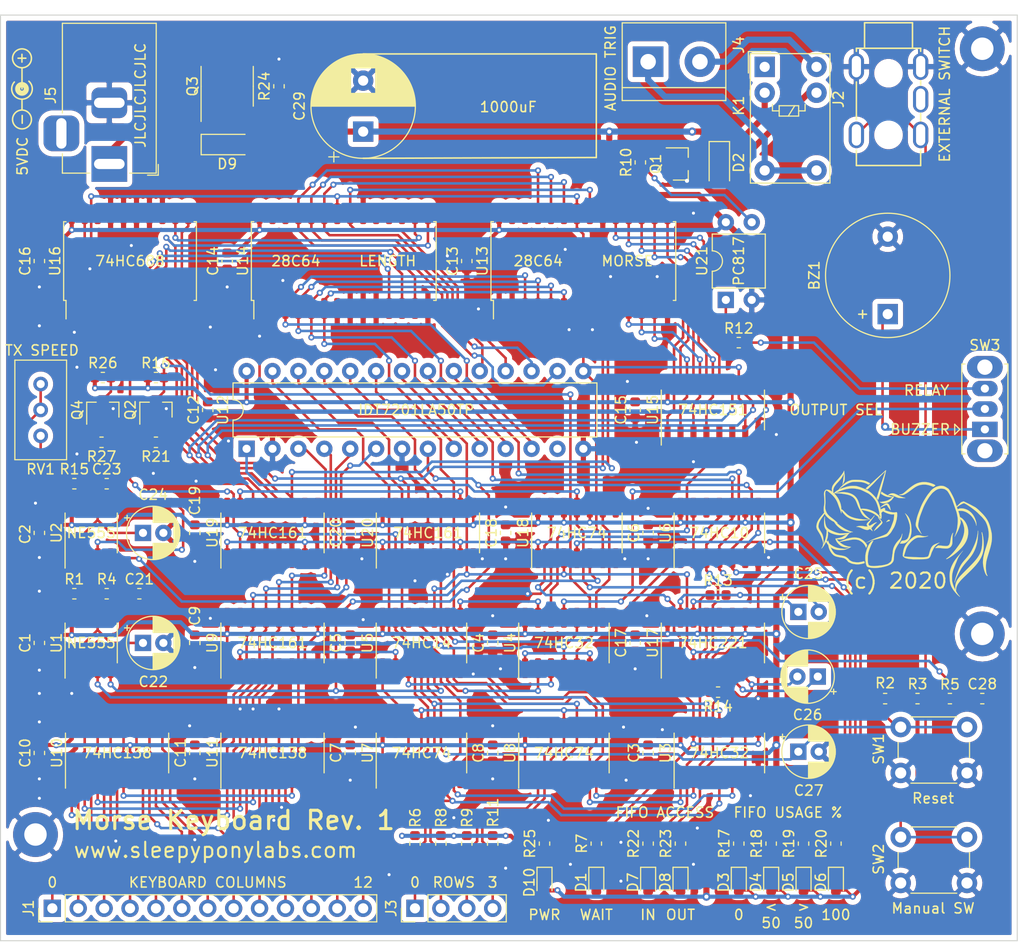
<source format=kicad_pcb>
(kicad_pcb (version 20171130) (host pcbnew "(5.1.6)-1")
  (title_block (title "Morse Keyboard (Matrix)") (date 2020-09-01) (rev 1) (company "Sleepy Pony Labs"))
  (layers (0 F.Cu signal) (31 B.Cu signal) (34 B.Paste user) (35 F.Paste user) (36 B.SilkS user) (37 F.SilkS user) (38 B.Mask user) (39 F.Mask user) (44 Edge.Cuts user))
  (net 0 "")
  (net 1 GNDREF)
  (net 2 BUZZER)
  (net 3 +5V)
  (net 4 "Net-(C21-Pad1)")
  (net 5 "Net-(C22-Pad1)")
  (net 6 "Net-(C23-Pad1)")
  (net 7 "Net-(C24-Pad1)")
  (net 8 "Net-(C25-Pad1)")
  (net 9 "Net-(C26-Pad1)")
  (net 10 KEYBOARD_PRESS)
  (net 11 "Net-(D1-Pad1)")
  (net 12 "Net-(D2-Pad2)")
  (net 13 "Net-(D3-Pad1)")
  (net 14 "Net-(D4-Pad1)")
  (net 15 "Net-(D5-Pad1)")
  (net 16 "Net-(D6-Pad1)")
  (net 17 "Net-(D7-Pad2)")
  (net 18 "Net-(D7-Pad1)")
  (net 19 "Net-(D8-Pad2)")
  (net 20 "Net-(D8-Pad1)")
  (net 21 "Net-(D9-Pad2)")
  (net 22 "Net-(D10-Pad1)")
  (net 23 "Net-(J1-Pad13)")
  (net 24 "Net-(J1-Pad12)")
  (net 25 "Net-(J1-Pad11)")
  (net 26 "Net-(J1-Pad10)")
  (net 27 "Net-(J1-Pad9)")
  (net 28 "Net-(J1-Pad8)")
  (net 29 "Net-(J1-Pad7)")
  (net 30 "Net-(J1-Pad6)")
  (net 31 "Net-(J1-Pad5)")
  (net 32 "Net-(J1-Pad4)")
  (net 33 "Net-(J1-Pad3)")
  (net 34 "Net-(J1-Pad2)")
  (net 35 "Net-(J1-Pad1)")
  (net 36 "Net-(J2-PadT)")
  (net 37 "Net-(J3-Pad4)")
  (net 38 "Net-(J3-Pad3)")
  (net 39 "Net-(J3-Pad2)")
  (net 40 "Net-(J3-Pad1)")
  (net 41 "Net-(J4-Pad2)")
  (net 42 "Net-(J4-Pad1)")
  (net 43 "Net-(J5-Pad3)")
  (net 44 "Net-(J5-Pad1)")
  (net 45 "Net-(K1-Pad1)")
  (net 46 "Net-(Q1-Pad1)")
  (net 47 TX_COMPLETE)
  (net 48 "Net-(Q2-Pad1)")
  (net 49 "Net-(R1-Pad2)")
  (net 50 "Net-(R10-Pad2)")
  (net 51 "Net-(R12-Pad1)")
  (net 52 "Net-(R15-Pad1)")
  (net 53 ~EMPTY)
  (net 54 "Net-(R18-Pad2)")
  (net 55 ~HALF)
  (net 56 ~FULL)
  (net 57 "Net-(R21-Pad2)")
  (net 58 RELAY)
  (net 59 TX_ON)
  (net 60 ROW_3)
  (net 61 ROW_2)
  (net 62 ROW_1)
  (net 63 ROW_0)
  (net 64 RD_RESET)
  (net 65 SOUND_TRIG_B)
  (net 66 SOUND_TRIG_A)
  (net 67 RD_COMPLETE)
  (net 68 "Net-(U4-Pad2)")
  (net 69 TX_RESET)
  (net 70 ~PWRON_RESET)
  (net 71 "Net-(U5-Pad2)")
  (net 72 ~TX_RESET)
  (net 73 "Net-(U18-Pad4)")
  (net 74 "Net-(U7-Pad9)")
  (net 75 "Net-(U7-Pad5)")
  (net 76 "Net-(U8-Pad9)")
  (net 77 "Net-(U8-Pad5)")
  (net 78 "Net-(U9-Pad15)")
  (net 79 COL_0)
  (net 80 COL_1)
  (net 81 COL_2)
  (net 82 COL_3)
  (net 83 "Net-(U11-Pad10)")
  (net 84 "Net-(U11-Pad9)")
  (net 85 "Net-(U11-Pad7)")
  (net 86 "Net-(U12-Pad13)")
  (net 87 /CL3)
  (net 88 /CL2)
  (net 89 /CL1)
  (net 90 /CL0)
  (net 91 /RW3)
  (net 92 /RW2)
  (net 93 /RW1)
  (net 94 /RW0)
  (net 95 ~TX_ON)
  (net 96 ~RX_ON)
  (net 97 "Net-(U13-Pad13)")
  (net 98 "Net-(U13-Pad26)")
  (net 99 "Net-(U13-Pad12)")
  (net 100 "Net-(U13-Pad11)")
  (net 101 /ST3)
  (net 102 /ST4)
  (net 103 "Net-(U13-Pad19)")
  (net 104 "Net-(U13-Pad18)")
  (net 105 "Net-(U13-Pad17)")
  (net 106 "Net-(U13-Pad16)")
  (net 107 "Net-(U13-Pad15)")
  (net 108 /LN2)
  (net 109 "Net-(U14-Pad26)")
  (net 110 /LN1)
  (net 111 /LN0)
  (net 112 /LN4)
  (net 113 /LN3)
  (net 114 /ST0)
  (net 115 /ST1)
  (net 116 /ST2)
  (net 117 "Net-(U15-Pad6)")
  (net 118 "Net-(U17-Pad12)")
  (net 119 "Net-(U18-Pad8)")
  (net 120 "Net-(U20-Pad15)")
  (net 121 "Net-(C25-Pad2)")
  (net 122 "Net-(C26-Pad2)")
  (net 123 "Net-(C27-Pad1)")
  (net 124 "Net-(C28-Pad1)")
  (net 125 "Net-(U19-Pad15)")
  (net 126 "Net-(U3-Pad11)")
  (net 127 "Net-(U3-Pad10)")
  (net 128 "Net-(U3-Pad6)")
  (net 129 "Net-(U4-Pad10)")
  (net 130 "Net-(U4-Pad3)")
  (net 131 "Net-(U5-Pad4)")
  (net 132 "Net-(U14-Pad19)")
  (net 133 "Net-(U14-Pad18)")
  (net 134 "Net-(U14-Pad17)")
  (net 135 "Net-(U20-Pad13)")
  (net 136 "Net-(U20-Pad12)")
  (net 137 "Net-(U20-Pad11)")
  (net 138 /58Hz_Square)
  (net 139 "Net-(Q4-Pad3)")
  (net 140 "Net-(Q4-Pad1)")
  (net 141 "Net-(R27-Pad2)")
  (net 142 "Net-(SW3-Pad2)")
  (module Resistor_SMD:R_0603_1608Metric (layer F.Cu) (at 74.676 102.235)
    (fp_text reference R27 (at 0 1.397) (layer F.SilkS))
    (fp_text value 4K7)
    (pad 2 smd roundrect (at 0.7875 0) (size 0.875 0.95) (layers F.Cu F.Paste F.Mask) (net 141 "Net-(R27-Pad2)"))
    (pad 1 smd roundrect (at -0.7875 0) (size 0.875 0.95) (layers F.Cu F.Paste F.Mask) (net 140 "Net-(Q4-Pad1)"))
  )
  (module Resistor_SMD:R_0603_1608Metric (layer F.Cu) (at 74.803 95.885)
    (fp_text reference R26 (at 0 -1.43) (layer F.SilkS))
    (fp_text value 4K7)
    (pad 2 smd roundrect (at 0.7875 0) (size 0.875 0.95) (layers F.Cu F.Paste F.Mask) (net 139 "Net-(Q4-Pad3)"))
    (pad 1 smd roundrect (at -0.7875 0) (size 0.875 0.95) (layers F.Cu F.Paste F.Mask) (net 3 +5V))
  )
  (module Package_TO_SOT_SMD:SOT-23 (layer F.Cu) (at 74.803 99.06 90)
    (fp_text reference Q4 (at 0 -2.5 90) (layer F.SilkS))
    (fp_text value MMBT2222A)
    (pad 3 smd rect (at 1 0 90) (size 0.9 0.8) (layers F.Cu F.Paste F.Mask) (net 139 "Net-(Q4-Pad3)"))
    (pad 2 smd rect (at -1 0.95 90) (size 0.9 0.8) (layers F.Cu F.Paste F.Mask) (net 1 GNDREF))
    (pad 1 smd rect (at -1 -0.95 90) (size 0.9 0.8) (layers F.Cu F.Paste F.Mask) (net 140 "Net-(Q4-Pad1)"))
  )
  (module MountingHole:MountingHole_2.2mm_M2_Pad (layer F.Cu) (at 161.036 63.627)
    (fp_text reference H3 hide)
    (fp_text value M2)
    (pad 1 thru_hole circle (at 0 0) (size 4.4 4.4) (drill 2.2) (layers *.Cu *.Mask) (net 1 GNDREF))
  )
  (module MountingHole:MountingHole_2.2mm_M2_Pad (layer F.Cu) (at 161.036 121.031)
    (fp_text reference H2 hide)
    (fp_text value M2)
    (pad 1 thru_hole circle (at 0 0) (size 4.4 4.4) (drill 2.2) (layers *.Cu *.Mask) (net 1 GNDREF))
  )
  (module MountingHole:MountingHole_2.2mm_M2_Pad (layer F.Cu) (at 68.199 140.716)
    (fp_text reference H1 hide)
    (fp_text value M2)
    (pad 1 thru_hole circle (at 0 0) (size 4.4 4.4) (drill 2.2) (layers *.Cu *.Mask) (net 1 GNDREF))
  )
  (module Symbol:Symbol_Barrel_Polarity (layer F.Cu) (at 66.802 67.564 90)
    (fp_text reference REF** hide)
    (fp_text value Symbol_Barrel_Polarity)
  )
  (module GiraffeTech-AudioJack:PJ-313 (layer F.Cu) (at 151.892 68.58 270)
    (fp_text reference J2 (at 0 4.953 90) (layer F.SilkS))
    (fp_text value EXT_SW)
    (pad "" np_thru_hole circle (at 3.5 0.05 270) (size 1.8 1.8) (drill 1.8) (layers *.Cu *.Mask))
    (pad "" np_thru_hole circle (at -2.55 0.05 270) (size 1.8 1.8) (drill 1.8) (layers *.Cu *.Mask))
    (pad T thru_hole oval (at 3.5 3.2 270) (size 2.6 1.5) (drill oval 2.1 0.9) (layers *.Cu *.Mask) (net 36 "Net-(J2-PadT)"))
    (pad S thru_hole oval (at -3.2 3.2 270) (size 2.6 1.5) (drill oval 2.1 0.9) (layers *.Cu *.Mask) (net 1 GNDREF))
    (pad T thru_hole oval (at 3.5 -3.1 270) (size 2.6 1.5) (drill oval 2.1 0.9) (layers *.Cu *.Mask) (net 36 "Net-(J2-PadT)"))
    (pad R thru_hole oval (at 0 -3.1 270) (size 2.6 1.5) (drill oval 2.1 0.9) (layers *.Cu *.Mask))
    (pad S thru_hole oval (at -3.2 -3.1 270) (size 2.6 1.5) (drill oval 2.1 0.9) (layers *.Cu *.Mask) (net 1 GNDREF))
  )
  (module sleepyLogo:sleepylogo_20mm (layer F.Cu) (at 153.67 110.49)
    (fp_text reference G*** hide)
    (fp_text value LOGO hide)
  )
  (module Package_SO:SOIC-14_3.9x8.7mm_P1.27mm (layer F.Cu) (at 120.015 121.92 90)
    (fp_text reference U4 (at 0 -5.28 90) (layer F.SilkS))
    (fp_text value 74HC32)
    (pad 14 smd roundrect (at 2.475 -3.81 90) (size 1.95 0.6) (layers F.Cu F.Paste F.Mask) (net 3 +5V))
    (pad 13 smd roundrect (at 2.475 -2.54 90) (size 1.95 0.6) (layers F.Cu F.Paste F.Mask) (net 65 SOUND_TRIG_B))
    (pad 12 smd roundrect (at 2.475 -1.27 90) (size 1.95 0.6) (layers F.Cu F.Paste F.Mask) (net 66 SOUND_TRIG_A))
    (pad 11 smd roundrect (at 2.475 0 90) (size 1.95 0.6) (layers F.Cu F.Paste F.Mask) (net 142 "Net-(SW3-Pad2)"))
    (pad 10 smd roundrect (at 2.475 1.27 90) (size 1.95 0.6) (layers F.Cu F.Paste F.Mask) (net 129 "Net-(U4-Pad10)"))
    (pad 9 smd roundrect (at 2.475 2.54 90) (size 1.95 0.6) (layers F.Cu F.Paste F.Mask) (net 47 TX_COMPLETE))
    (pad 8 smd roundrect (at 2.475 3.81 90) (size 1.95 0.6) (layers F.Cu F.Paste F.Mask) (net 69 TX_RESET))
    (pad 7 smd roundrect (at -2.475 3.81 90) (size 1.95 0.6) (layers F.Cu F.Paste F.Mask) (net 1 GNDREF))
    (pad 6 smd roundrect (at -2.475 2.54 90) (size 1.95 0.6) (layers F.Cu F.Paste F.Mask) (net 64 RD_RESET))
    (pad 5 smd roundrect (at -2.475 1.27 90) (size 1.95 0.6) (layers F.Cu F.Paste F.Mask) (net 67 RD_COMPLETE))
    (pad 4 smd roundrect (at -2.475 0 90) (size 1.95 0.6) (layers F.Cu F.Paste F.Mask) (net 129 "Net-(U4-Pad10)"))
    (pad 3 smd roundrect (at -2.475 -1.27 90) (size 1.95 0.6) (layers F.Cu F.Paste F.Mask) (net 130 "Net-(U4-Pad3)"))
    (pad 2 smd roundrect (at -2.475 -2.54 90) (size 1.95 0.6) (layers F.Cu F.Paste F.Mask) (net 68 "Net-(U4-Pad2)"))
    (pad 1 smd roundrect (at -2.475 -3.81 90) (size 1.95 0.6) (layers F.Cu F.Paste F.Mask) (net 64 RD_RESET))
  )
  (module Resistor_SMD:R_0603_1608Metric (layer F.Cu) (at 113.03 141.605 270)
    (fp_text reference R11 (at -3.048 -0.033 90) (layer F.SilkS))
    (fp_text value 4K7)
    (pad 2 smd roundrect (at 0.7875 0 270) (size 0.875 0.95) (layers F.Cu F.Paste F.Mask) (net 37 "Net-(J3-Pad4)"))
    (pad 1 smd roundrect (at -0.7875 0 270) (size 0.875 0.95) (layers F.Cu F.Paste F.Mask) (net 3 +5V))
  )
  (module Resistor_SMD:R_0603_1608Metric (layer F.Cu) (at 110.49 141.605 270)
    (fp_text reference R9 (at -2.54 -0.033 90) (layer F.SilkS))
    (fp_text value 4K7)
    (pad 2 smd roundrect (at 0.7875 0 270) (size 0.875 0.95) (layers F.Cu F.Paste F.Mask) (net 38 "Net-(J3-Pad3)"))
    (pad 1 smd roundrect (at -0.7875 0 270) (size 0.875 0.95) (layers F.Cu F.Paste F.Mask) (net 3 +5V))
  )
  (module Resistor_SMD:R_0603_1608Metric (layer F.Cu) (at 107.95 141.605 270)
    (fp_text reference R8 (at -2.54 -0.033 90) (layer F.SilkS))
    (fp_text value 4K7)
    (pad 2 smd roundrect (at 0.7875 0 270) (size 0.875 0.95) (layers F.Cu F.Paste F.Mask) (net 39 "Net-(J3-Pad2)"))
    (pad 1 smd roundrect (at -0.7875 0 270) (size 0.875 0.95) (layers F.Cu F.Paste F.Mask) (net 3 +5V))
  )
  (module Resistor_SMD:R_0603_1608Metric (layer F.Cu) (at 105.41 141.605 270)
    (fp_text reference R6 (at -2.54 -0.033 90) (layer F.SilkS))
    (fp_text value 4K7)
    (pad 2 smd roundrect (at 0.7875 0 270) (size 0.875 0.95) (layers F.Cu F.Paste F.Mask) (net 40 "Net-(J3-Pad1)"))
    (pad 1 smd roundrect (at -0.7875 0 270) (size 0.875 0.95) (layers F.Cu F.Paste F.Mask) (net 3 +5V))
  )
  (module Resistor_SMD:R_0603_1608Metric (layer F.Cu) (at 118.11 141.605 90)
    (fp_text reference R25 (at 0 -1.43 90) (layer F.SilkS))
    (fp_text value 4K7)
    (pad 1 smd roundrect (at -0.7875 0 90) (size 0.875 0.95) (layers F.Cu F.Paste F.Mask) (net 22 "Net-(D10-Pad1)"))
    (pad 2 smd roundrect (at 0.7875 0 90) (size 0.875 0.95) (layers F.Cu F.Paste F.Mask) (net 1 GNDREF))
  )
  (module Resistor_SMD:R_0603_1608Metric (layer F.Cu) (at 131.445 141.605 90)
    (fp_text reference R23 (at 0 -1.43 90) (layer F.SilkS))
    (fp_text value 4K7)
    (pad 1 smd roundrect (at -0.7875 0 90) (size 0.875 0.95) (layers F.Cu F.Paste F.Mask) (net 20 "Net-(D8-Pad1)"))
    (pad 2 smd roundrect (at 0.7875 0 90) (size 0.875 0.95) (layers F.Cu F.Paste F.Mask) (net 1 GNDREF))
  )
  (module Resistor_SMD:R_0603_1608Metric (layer F.Cu) (at 128.27 141.605 90)
    (fp_text reference R22 (at 0 -1.43 90) (layer F.SilkS))
    (fp_text value 4K7)
    (pad 1 smd roundrect (at -0.7875 0 90) (size 0.875 0.95) (layers F.Cu F.Paste F.Mask) (net 18 "Net-(D7-Pad1)"))
    (pad 2 smd roundrect (at 0.7875 0 90) (size 0.875 0.95) (layers F.Cu F.Paste F.Mask) (net 1 GNDREF))
  )
  (module Resistor_SMD:R_0603_1608Metric (layer F.Cu) (at 146.685 141.605 90)
    (fp_text reference R20 (at 0 -1.43 90) (layer F.SilkS))
    (fp_text value 4K7)
    (pad 1 smd roundrect (at -0.7875 0 90) (size 0.875 0.95) (layers F.Cu F.Paste F.Mask) (net 16 "Net-(D6-Pad1)"))
    (pad 2 smd roundrect (at 0.7875 0 90) (size 0.875 0.95) (layers F.Cu F.Paste F.Mask) (net 56 ~FULL))
  )
  (module Resistor_SMD:R_0603_1608Metric (layer F.Cu) (at 143.51 141.605 90)
    (fp_text reference R19 (at 0 -1.43 90) (layer F.SilkS))
    (fp_text value 4K7)
    (pad 1 smd roundrect (at -0.7875 0 90) (size 0.875 0.95) (layers F.Cu F.Paste F.Mask) (net 15 "Net-(D5-Pad1)"))
    (pad 2 smd roundrect (at 0.7875 0 90) (size 0.875 0.95) (layers F.Cu F.Paste F.Mask) (net 55 ~HALF))
  )
  (module Resistor_SMD:R_0603_1608Metric (layer F.Cu) (at 140.335 141.605 90)
    (fp_text reference R18 (at 0 -1.43 90) (layer F.SilkS))
    (fp_text value 4K7)
    (pad 1 smd roundrect (at -0.7875 0 90) (size 0.875 0.95) (layers F.Cu F.Paste F.Mask) (net 14 "Net-(D4-Pad1)"))
    (pad 2 smd roundrect (at 0.7875 0 90) (size 0.875 0.95) (layers F.Cu F.Paste F.Mask) (net 54 "Net-(R18-Pad2)"))
  )
  (module Resistor_SMD:R_0603_1608Metric (layer F.Cu) (at 137.16 141.605 90)
    (fp_text reference R17 (at 0 -1.43 90) (layer F.SilkS))
    (fp_text value 4K7)
    (pad 1 smd roundrect (at -0.7875 0 90) (size 0.875 0.95) (layers F.Cu F.Paste F.Mask) (net 13 "Net-(D3-Pad1)"))
    (pad 2 smd roundrect (at 0.7875 0 90) (size 0.875 0.95) (layers F.Cu F.Paste F.Mask) (net 53 ~EMPTY))
  )
  (module Resistor_SMD:R_0603_1608Metric (layer F.Cu) (at 123.19 141.605 90)
    (fp_text reference R7 (at 0 -1.43 90) (layer F.SilkS))
    (fp_text value 4K7)
    (pad 1 smd roundrect (at -0.7875 0 90) (size 0.875 0.95) (layers F.Cu F.Paste F.Mask) (net 11 "Net-(D1-Pad1)"))
    (pad 2 smd roundrect (at 0.7875 0 90) (size 0.875 0.95) (layers F.Cu F.Paste F.Mask) (net 1 GNDREF))
  )
  (module LED_SMD:LED_0603_1608Metric (layer F.Cu) (at 118.11 145.415 270)
    (fp_text reference D10 (at 0 1.491 90) (layer F.SilkS))
    (fp_text value Power)
    (pad 1 smd roundrect (at -0.7875 0 270) (size 0.875 0.95) (layers F.Cu F.Paste F.Mask) (net 22 "Net-(D10-Pad1)"))
    (pad 2 smd roundrect (at 0.7875 0 270) (size 0.875 0.95) (layers F.Cu F.Paste F.Mask) (net 3 +5V))
  )
  (module LED_SMD:LED_0603_1608Metric (layer F.Cu) (at 131.445 145.415 270)
    (fp_text reference D8 (at 0 1.491 90) (layer F.SilkS))
    (fp_text value OUT_ACK)
    (pad 1 smd roundrect (at -0.7875 0 270) (size 0.875 0.95) (layers F.Cu F.Paste F.Mask) (net 20 "Net-(D8-Pad1)"))
    (pad 2 smd roundrect (at 0.7875 0 270) (size 0.875 0.95) (layers F.Cu F.Paste F.Mask) (net 19 "Net-(D8-Pad2)"))
  )
  (module LED_SMD:LED_0603_1608Metric (layer F.Cu) (at 128.27 145.415 270)
    (fp_text reference D7 (at 0 1.491 90) (layer F.SilkS))
    (fp_text value IN_ACK)
    (pad 1 smd roundrect (at -0.7875 0 270) (size 0.875 0.95) (layers F.Cu F.Paste F.Mask) (net 18 "Net-(D7-Pad1)"))
    (pad 2 smd roundrect (at 0.7875 0 270) (size 0.875 0.95) (layers F.Cu F.Paste F.Mask) (net 17 "Net-(D7-Pad2)"))
  )
  (module LED_SMD:LED_0603_1608Metric (layer F.Cu) (at 146.685 145.415 270)
    (fp_text reference D6 (at 0 1.491 90) (layer F.SilkS))
    (fp_text value ~FF)
    (pad 1 smd roundrect (at -0.7875 0 270) (size 0.875 0.95) (layers F.Cu F.Paste F.Mask) (net 16 "Net-(D6-Pad1)"))
    (pad 2 smd roundrect (at 0.7875 0 270) (size 0.875 0.95) (layers F.Cu F.Paste F.Mask) (net 3 +5V))
  )
  (module LED_SMD:LED_0603_1608Metric (layer F.Cu) (at 143.51 145.415 270)
    (fp_text reference D5 (at 0 1.491 90) (layer F.SilkS))
    (fp_text value ~HF)
    (pad 1 smd roundrect (at -0.7875 0 270) (size 0.875 0.95) (layers F.Cu F.Paste F.Mask) (net 15 "Net-(D5-Pad1)"))
    (pad 2 smd roundrect (at 0.7875 0 270) (size 0.875 0.95) (layers F.Cu F.Paste F.Mask) (net 3 +5V))
  )
  (module LED_SMD:LED_0603_1608Metric (layer F.Cu) (at 140.335 145.415 270)
    (fp_text reference D4 (at 0 1.491 90) (layer F.SilkS))
    (fp_text value RD)
    (pad 1 smd roundrect (at -0.7875 0 270) (size 0.875 0.95) (layers F.Cu F.Paste F.Mask) (net 14 "Net-(D4-Pad1)"))
    (pad 2 smd roundrect (at 0.7875 0 270) (size 0.875 0.95) (layers F.Cu F.Paste F.Mask) (net 3 +5V))
  )
  (module LED_SMD:LED_0603_1608Metric (layer F.Cu) (at 137.16 145.415 270)
    (fp_text reference D3 (at 0 1.491 90) (layer F.SilkS))
    (fp_text value ~EF)
    (pad 1 smd roundrect (at -0.7875 0 270) (size 0.875 0.95) (layers F.Cu F.Paste F.Mask) (net 13 "Net-(D3-Pad1)"))
    (pad 2 smd roundrect (at 0.7875 0 270) (size 0.875 0.95) (layers F.Cu F.Paste F.Mask) (net 3 +5V))
  )
  (module LED_SMD:LED_0603_1608Metric (layer F.Cu) (at 123.19 145.415 270)
    (fp_text reference D1 (at 0 1.491 90) (layer F.SilkS))
    (fp_text value TX/WAIT)
    (pad 1 smd roundrect (at -0.7875 0 270) (size 0.875 0.95) (layers F.Cu F.Paste F.Mask) (net 11 "Net-(D1-Pad1)"))
    (pad 2 smd roundrect (at 0.7875 0 270) (size 0.875 0.95) (layers F.Cu F.Paste F.Mask) (net 10 KEYBOARD_PRESS))
  )
  (module Package_SO:SOIC-28W_7.5x17.9mm_P1.27mm (layer F.Cu) (at 98.425 84.455 90)
    (fp_text reference U14 (at 0 -9.9 90) (layer F.SilkS))
    (fp_text value LENGTH_EEPROM)
    (pad 28 smd roundrect (at 4.65 -8.255 90) (size 2.05 0.6) (layers F.Cu F.Paste F.Mask) (net 3 +5V))
    (pad 27 smd roundrect (at 4.65 -6.985 90) (size 2.05 0.6) (layers F.Cu F.Paste F.Mask) (net 3 +5V))
    (pad 26 smd roundrect (at 4.65 -5.715 90) (size 2.05 0.6) (layers F.Cu F.Paste F.Mask) (net 109 "Net-(U14-Pad26)"))
    (pad 25 smd roundrect (at 4.65 -4.445 90) (size 2.05 0.6) (layers F.Cu F.Paste F.Mask) (net 94 /RW0))
    (pad 24 smd roundrect (at 4.65 -3.175 90) (size 2.05 0.6) (layers F.Cu F.Paste F.Mask) (net 93 /RW1))
    (pad 23 smd roundrect (at 4.65 -1.905 90) (size 2.05 0.6) (layers F.Cu F.Paste F.Mask) (net 91 /RW3))
    (pad 22 smd roundrect (at 4.65 -0.635 90) (size 2.05 0.6) (layers F.Cu F.Paste F.Mask) (net 95 ~TX_ON))
    (pad 21 smd roundrect (at 4.65 0.635 90) (size 2.05 0.6) (layers F.Cu F.Paste F.Mask) (net 92 /RW2))
    (pad 20 smd roundrect (at 4.65 1.905 90) (size 2.05 0.6) (layers F.Cu F.Paste F.Mask) (net 1 GNDREF))
    (pad 19 smd roundrect (at 4.65 3.175 90) (size 2.05 0.6) (layers F.Cu F.Paste F.Mask) (net 132 "Net-(U14-Pad19)"))
    (pad 18 smd roundrect (at 4.65 4.445 90) (size 2.05 0.6) (layers F.Cu F.Paste F.Mask) (net 133 "Net-(U14-Pad18)"))
    (pad 17 smd roundrect (at 4.65 5.715 90) (size 2.05 0.6) (layers F.Cu F.Paste F.Mask) (net 134 "Net-(U14-Pad17)"))
    (pad 16 smd roundrect (at 4.65 6.985 90) (size 2.05 0.6) (layers F.Cu F.Paste F.Mask) (net 112 /LN4))
    (pad 15 smd roundrect (at 4.65 8.255 90) (size 2.05 0.6) (layers F.Cu F.Paste F.Mask) (net 113 /LN3))
    (pad 14 smd roundrect (at -4.65 8.255 90) (size 2.05 0.6) (layers F.Cu F.Paste F.Mask) (net 1 GNDREF))
    (pad 13 smd roundrect (at -4.65 6.985 90) (size 2.05 0.6) (layers F.Cu F.Paste F.Mask) (net 108 /LN2))
    (pad 12 smd roundrect (at -4.65 5.715 90) (size 2.05 0.6) (layers F.Cu F.Paste F.Mask) (net 110 /LN1))
    (pad 11 smd roundrect (at -4.65 4.445 90) (size 2.05 0.6) (layers F.Cu F.Paste F.Mask) (net 111 /LN0))
    (pad 10 smd roundrect (at -4.65 3.175 90) (size 2.05 0.6) (layers F.Cu F.Paste F.Mask) (net 1 GNDREF))
    (pad 9 smd roundrect (at -4.65 1.905 90) (size 2.05 0.6) (layers F.Cu F.Paste F.Mask) (net 1 GNDREF))
    (pad 8 smd roundrect (at -4.65 0.635 90) (size 2.05 0.6) (layers F.Cu F.Paste F.Mask) (net 1 GNDREF))
    (pad 7 smd roundrect (at -4.65 -0.635 90) (size 2.05 0.6) (layers F.Cu F.Paste F.Mask) (net 1 GNDREF))
    (pad 6 smd roundrect (at -4.65 -1.905 90) (size 2.05 0.6) (layers F.Cu F.Paste F.Mask) (net 90 /CL0))
    (pad 5 smd roundrect (at -4.65 -3.175 90) (size 2.05 0.6) (layers F.Cu F.Paste F.Mask) (net 89 /CL1))
    (pad 4 smd roundrect (at -4.65 -4.445 90) (size 2.05 0.6) (layers F.Cu F.Paste F.Mask) (net 88 /CL2))
    (pad 3 smd roundrect (at -4.65 -5.715 90) (size 2.05 0.6) (layers F.Cu F.Paste F.Mask) (net 87 /CL3))
    (pad 2 smd roundrect (at -4.65 -6.985 90) (size 2.05 0.6) (layers F.Cu F.Paste F.Mask) (net 1 GNDREF))
    (pad 1 smd roundrect (at -4.65 -8.255 90) (size 2.05 0.6) (layers F.Cu F.Paste F.Mask) (net 1 GNDREF))
  )
  (module Capacitor_SMD:C_0603_1608Metric (layer F.Cu) (at 86.995 84.455 270)
    (fp_text reference C14 (at 0 1.397 90) (layer F.SilkS))
    (fp_text value 100nF)
    (pad 2 smd roundrect (at 0.7875 0 270) (size 0.875 0.95) (layers F.Cu F.Paste F.Mask) (net 1 GNDREF))
    (pad 1 smd roundrect (at -0.7875 0 270) (size 0.875 0.95) (layers F.Cu F.Paste F.Mask) (net 3 +5V))
  )
  (module Capacitor_SMD:C_0603_1608Metric (layer F.Cu) (at 99.06 111.125 270)
    (fp_text reference C20 (at 0 1.397 90) (layer F.SilkS))
    (fp_text value 100nF)
    (pad 2 smd roundrect (at 0.7875 0 270) (size 0.875 0.95) (layers F.Cu F.Paste F.Mask) (net 1 GNDREF))
    (pad 1 smd roundrect (at -0.7875 0 270) (size 0.875 0.95) (layers F.Cu F.Paste F.Mask) (net 3 +5V))
  )
  (module Capacitor_SMD:C_0603_1608Metric (layer F.Cu) (at 83.82 111.125 270)
    (fp_text reference C19 (at -3.175 0 90) (layer F.SilkS))
    (fp_text value 100nF)
    (pad 2 smd roundrect (at 0.7875 0 270) (size 0.875 0.95) (layers F.Cu F.Paste F.Mask) (net 1 GNDREF))
    (pad 1 smd roundrect (at -0.7875 0 270) (size 0.875 0.95) (layers F.Cu F.Paste F.Mask) (net 3 +5V))
  )
  (module Package_SO:SOIC-28W_7.5x17.9mm_P1.27mm (layer F.Cu) (at 121.92 84.455 90)
    (fp_text reference U13 (at 0 -9.9 90) (layer F.SilkS))
    (fp_text value MORSE_EEPROM)
    (pad 28 smd roundrect (at 4.65 -8.255 90) (size 2.05 0.6) (layers F.Cu F.Paste F.Mask) (net 3 +5V))
    (pad 27 smd roundrect (at 4.65 -6.985 90) (size 2.05 0.6) (layers F.Cu F.Paste F.Mask) (net 3 +5V))
    (pad 26 smd roundrect (at 4.65 -5.715 90) (size 2.05 0.6) (layers F.Cu F.Paste F.Mask) (net 98 "Net-(U13-Pad26)"))
    (pad 25 smd roundrect (at 4.65 -4.445 90) (size 2.05 0.6) (layers F.Cu F.Paste F.Mask) (net 94 /RW0))
    (pad 24 smd roundrect (at 4.65 -3.175 90) (size 2.05 0.6) (layers F.Cu F.Paste F.Mask) (net 93 /RW1))
    (pad 23 smd roundrect (at 4.65 -1.905 90) (size 2.05 0.6) (layers F.Cu F.Paste F.Mask) (net 91 /RW3))
    (pad 22 smd roundrect (at 4.65 -0.635 90) (size 2.05 0.6) (layers F.Cu F.Paste F.Mask) (net 95 ~TX_ON))
    (pad 21 smd roundrect (at 4.65 0.635 90) (size 2.05 0.6) (layers F.Cu F.Paste F.Mask) (net 92 /RW2))
    (pad 20 smd roundrect (at 4.65 1.905 90) (size 2.05 0.6) (layers F.Cu F.Paste F.Mask) (net 1 GNDREF))
    (pad 19 smd roundrect (at 4.65 3.175 90) (size 2.05 0.6) (layers F.Cu F.Paste F.Mask) (net 103 "Net-(U13-Pad19)"))
    (pad 18 smd roundrect (at 4.65 4.445 90) (size 2.05 0.6) (layers F.Cu F.Paste F.Mask) (net 104 "Net-(U13-Pad18)"))
    (pad 17 smd roundrect (at 4.65 5.715 90) (size 2.05 0.6) (layers F.Cu F.Paste F.Mask) (net 105 "Net-(U13-Pad17)"))
    (pad 16 smd roundrect (at 4.65 6.985 90) (size 2.05 0.6) (layers F.Cu F.Paste F.Mask) (net 106 "Net-(U13-Pad16)"))
    (pad 15 smd roundrect (at 4.65 8.255 90) (size 2.05 0.6) (layers F.Cu F.Paste F.Mask) (net 107 "Net-(U13-Pad15)"))
    (pad 14 smd roundrect (at -4.65 8.255 90) (size 2.05 0.6) (layers F.Cu F.Paste F.Mask) (net 1 GNDREF))
    (pad 13 smd roundrect (at -4.65 6.985 90) (size 2.05 0.6) (layers F.Cu F.Paste F.Mask) (net 97 "Net-(U13-Pad13)"))
    (pad 12 smd roundrect (at -4.65 5.715 90) (size 2.05 0.6) (layers F.Cu F.Paste F.Mask) (net 99 "Net-(U13-Pad12)"))
    (pad 11 smd roundrect (at -4.65 4.445 90) (size 2.05 0.6) (layers F.Cu F.Paste F.Mask) (net 100 "Net-(U13-Pad11)"))
    (pad 10 smd roundrect (at -4.65 3.175 90) (size 2.05 0.6) (layers F.Cu F.Paste F.Mask) (net 101 /ST3))
    (pad 9 smd roundrect (at -4.65 1.905 90) (size 2.05 0.6) (layers F.Cu F.Paste F.Mask) (net 102 /ST4))
    (pad 8 smd roundrect (at -4.65 0.635 90) (size 2.05 0.6) (layers F.Cu F.Paste F.Mask) (net 1 GNDREF))
    (pad 7 smd roundrect (at -4.65 -0.635 90) (size 2.05 0.6) (layers F.Cu F.Paste F.Mask) (net 1 GNDREF))
    (pad 6 smd roundrect (at -4.65 -1.905 90) (size 2.05 0.6) (layers F.Cu F.Paste F.Mask) (net 90 /CL0))
    (pad 5 smd roundrect (at -4.65 -3.175 90) (size 2.05 0.6) (layers F.Cu F.Paste F.Mask) (net 89 /CL1))
    (pad 4 smd roundrect (at -4.65 -4.445 90) (size 2.05 0.6) (layers F.Cu F.Paste F.Mask) (net 88 /CL2))
    (pad 3 smd roundrect (at -4.65 -5.715 90) (size 2.05 0.6) (layers F.Cu F.Paste F.Mask) (net 87 /CL3))
    (pad 2 smd roundrect (at -4.65 -6.985 90) (size 2.05 0.6) (layers F.Cu F.Paste F.Mask) (net 1 GNDREF))
    (pad 1 smd roundrect (at -4.65 -8.255 90) (size 2.05 0.6) (layers F.Cu F.Paste F.Mask) (net 1 GNDREF))
  )
  (module Capacitor_SMD:C_0603_1608Metric (layer F.Cu) (at 113.03 121.92 270)
    (fp_text reference C4 (at 0 1.397 90) (layer F.SilkS))
    (fp_text value 100nF)
    (pad 2 smd roundrect (at 0.7875 0 270) (size 0.875 0.95) (layers F.Cu F.Paste F.Mask) (net 1 GNDREF))
    (pad 1 smd roundrect (at -0.7875 0 270) (size 0.875 0.95) (layers F.Cu F.Paste F.Mask) (net 3 +5V))
  )
  (module Package_SO:SOIC-16_3.9x9.9mm_P1.27mm (layer F.Cu) (at 106.68 111.125 90)
    (fp_text reference U20 (at 0 -5.9 90) (layer F.SilkS))
    (fp_text value 74HC161)
    (pad 16 smd roundrect (at 2.475 -4.445 90) (size 1.95 0.6) (layers F.Cu F.Paste F.Mask) (net 3 +5V))
    (pad 15 smd roundrect (at 2.475 -3.175 90) (size 1.95 0.6) (layers F.Cu F.Paste F.Mask) (net 120 "Net-(U20-Pad15)"))
    (pad 14 smd roundrect (at 2.475 -1.905 90) (size 1.95 0.6) (layers F.Cu F.Paste F.Mask) (net 102 /ST4))
    (pad 13 smd roundrect (at 2.475 -0.635 90) (size 1.95 0.6) (layers F.Cu F.Paste F.Mask) (net 135 "Net-(U20-Pad13)"))
    (pad 12 smd roundrect (at 2.475 0.635 90) (size 1.95 0.6) (layers F.Cu F.Paste F.Mask) (net 136 "Net-(U20-Pad12)"))
    (pad 11 smd roundrect (at 2.475 1.905 90) (size 1.95 0.6) (layers F.Cu F.Paste F.Mask) (net 137 "Net-(U20-Pad11)"))
    (pad 10 smd roundrect (at 2.475 3.175 90) (size 1.95 0.6) (layers F.Cu F.Paste F.Mask) (net 125 "Net-(U19-Pad15)"))
    (pad 9 smd roundrect (at 2.475 4.445 90) (size 1.95 0.6) (layers F.Cu F.Paste F.Mask) (net 3 +5V))
    (pad 8 smd roundrect (at -2.475 4.445 90) (size 1.95 0.6) (layers F.Cu F.Paste F.Mask) (net 1 GNDREF))
    (pad 7 smd roundrect (at -2.475 3.175 90) (size 1.95 0.6) (layers F.Cu F.Paste F.Mask) (net 72 ~TX_RESET))
    (pad 6 smd roundrect (at -2.475 1.905 90) (size 1.95 0.6) (layers F.Cu F.Paste F.Mask) (net 1 GNDREF))
    (pad 5 smd roundrect (at -2.475 0.635 90) (size 1.95 0.6) (layers F.Cu F.Paste F.Mask) (net 1 GNDREF))
    (pad 4 smd roundrect (at -2.475 -0.635 90) (size 1.95 0.6) (layers F.Cu F.Paste F.Mask) (net 1 GNDREF))
    (pad 3 smd roundrect (at -2.475 -1.905 90) (size 1.95 0.6) (layers F.Cu F.Paste F.Mask) (net 1 GNDREF))
    (pad 2 smd roundrect (at -2.475 -3.175 90) (size 1.95 0.6) (layers F.Cu F.Paste F.Mask) (net 139 "Net-(Q4-Pad3)"))
    (pad 1 smd roundrect (at -2.475 -4.445 90) (size 1.95 0.6) (layers F.Cu F.Paste F.Mask) (net 72 ~TX_RESET))
  )
  (module Package_SO:SOIC-16_3.9x9.9mm_P1.27mm (layer F.Cu) (at 91.44 111.125 90)
    (fp_text reference U19 (at 0 -5.9 90) (layer F.SilkS))
    (fp_text value 74HC161)
    (pad 16 smd roundrect (at 2.475 -4.445 90) (size 1.95 0.6) (layers F.Cu F.Paste F.Mask) (net 3 +5V))
    (pad 15 smd roundrect (at 2.475 -3.175 90) (size 1.95 0.6) (layers F.Cu F.Paste F.Mask) (net 125 "Net-(U19-Pad15)"))
    (pad 14 smd roundrect (at 2.475 -1.905 90) (size 1.95 0.6) (layers F.Cu F.Paste F.Mask) (net 114 /ST0))
    (pad 13 smd roundrect (at 2.475 -0.635 90) (size 1.95 0.6) (layers F.Cu F.Paste F.Mask) (net 115 /ST1))
    (pad 12 smd roundrect (at 2.475 0.635 90) (size 1.95 0.6) (layers F.Cu F.Paste F.Mask) (net 116 /ST2))
    (pad 11 smd roundrect (at 2.475 1.905 90) (size 1.95 0.6) (layers F.Cu F.Paste F.Mask) (net 101 /ST3))
    (pad 10 smd roundrect (at 2.475 3.175 90) (size 1.95 0.6) (layers F.Cu F.Paste F.Mask) (net 3 +5V))
    (pad 9 smd roundrect (at 2.475 4.445 90) (size 1.95 0.6) (layers F.Cu F.Paste F.Mask) (net 3 +5V))
    (pad 8 smd roundrect (at -2.475 4.445 90) (size 1.95 0.6) (layers F.Cu F.Paste F.Mask) (net 1 GNDREF))
    (pad 7 smd roundrect (at -2.475 3.175 90) (size 1.95 0.6) (layers F.Cu F.Paste F.Mask) (net 72 ~TX_RESET))
    (pad 6 smd roundrect (at -2.475 1.905 90) (size 1.95 0.6) (layers F.Cu F.Paste F.Mask) (net 1 GNDREF))
    (pad 5 smd roundrect (at -2.475 0.635 90) (size 1.95 0.6) (layers F.Cu F.Paste F.Mask) (net 1 GNDREF))
    (pad 4 smd roundrect (at -2.475 -0.635 90) (size 1.95 0.6) (layers F.Cu F.Paste F.Mask) (net 1 GNDREF))
    (pad 3 smd roundrect (at -2.475 -1.905 90) (size 1.95 0.6) (layers F.Cu F.Paste F.Mask) (net 1 GNDREF))
    (pad 2 smd roundrect (at -2.475 -3.175 90) (size 1.95 0.6) (layers F.Cu F.Paste F.Mask) (net 139 "Net-(Q4-Pad3)"))
    (pad 1 smd roundrect (at -2.475 -4.445 90) (size 1.95 0.6) (layers F.Cu F.Paste F.Mask) (net 72 ~TX_RESET))
  )
  (module Package_DIP:DIP-4_W7.62mm (layer F.Cu) (at 135.89 88.265 90)
    (fp_text reference U21 (at 3.81 -2.33 90) (layer F.SilkS))
    (fp_text value PC817)
    (pad 4 thru_hole oval (at 7.62 0 90) (size 1.6 1.6) (drill 0.8) (layers *.Cu *.Mask) (net 3 +5V))
    (pad 2 thru_hole oval (at 0 2.54 90) (size 1.6 1.6) (drill 0.8) (layers *.Cu *.Mask) (net 1 GNDREF))
    (pad 3 thru_hole oval (at 7.62 2.54 90) (size 1.6 1.6) (drill 0.8) (layers *.Cu *.Mask) (net 50 "Net-(R10-Pad2)"))
    (pad 1 thru_hole rect (at 0 0 90) (size 1.6 1.6) (drill 0.8) (layers *.Cu *.Mask) (net 51 "Net-(R12-Pad1)"))
  )
  (module Package_SO:SOIC-14_3.9x8.7mm_P1.27mm (layer F.Cu) (at 121.285 111.125 90)
    (fp_text reference U18 (at 0 -5.28 90) (layer F.SilkS))
    (fp_text value 74HC74)
    (pad 14 smd roundrect (at 2.475 -3.81 90) (size 1.95 0.6) (layers F.Cu F.Paste F.Mask) (net 3 +5V))
    (pad 13 smd roundrect (at 2.475 -2.54 90) (size 1.95 0.6) (layers F.Cu F.Paste F.Mask) (net 10 KEYBOARD_PRESS))
    (pad 12 smd roundrect (at 2.475 -1.27 90) (size 1.95 0.6) (layers F.Cu F.Paste F.Mask) (net 3 +5V))
    (pad 11 smd roundrect (at 2.475 0 90) (size 1.95 0.6) (layers F.Cu F.Paste F.Mask) (net 96 ~RX_ON))
    (pad 10 smd roundrect (at 2.475 1.27 90) (size 1.95 0.6) (layers F.Cu F.Paste F.Mask) (net 3 +5V))
    (pad 9 smd roundrect (at 2.475 2.54 90) (size 1.95 0.6) (layers F.Cu F.Paste F.Mask) (net 67 RD_COMPLETE))
    (pad 8 smd roundrect (at 2.475 3.81 90) (size 1.95 0.6) (layers F.Cu F.Paste F.Mask) (net 119 "Net-(U18-Pad8)"))
    (pad 7 smd roundrect (at -2.475 3.81 90) (size 1.95 0.6) (layers F.Cu F.Paste F.Mask) (net 1 GNDREF))
    (pad 6 smd roundrect (at -2.475 2.54 90) (size 1.95 0.6) (layers F.Cu F.Paste F.Mask) (net 95 ~TX_ON))
    (pad 5 smd roundrect (at -2.475 1.27 90) (size 1.95 0.6) (layers F.Cu F.Paste F.Mask) (net 59 TX_ON))
    (pad 4 smd roundrect (at -2.475 0 90) (size 1.95 0.6) (layers F.Cu F.Paste F.Mask) (net 73 "Net-(U18-Pad4)"))
    (pad 3 smd roundrect (at -2.475 -1.27 90) (size 1.95 0.6) (layers F.Cu F.Paste F.Mask) (net 70 ~PWRON_RESET))
    (pad 2 smd roundrect (at -2.475 -2.54 90) (size 1.95 0.6) (layers F.Cu F.Paste F.Mask) (net 1 GNDREF))
    (pad 1 smd roundrect (at -2.475 -3.81 90) (size 1.95 0.6) (layers F.Cu F.Paste F.Mask) (net 72 ~TX_RESET))
  )
  (module Package_SO:SOIC-16_3.9x9.9mm_P1.27mm (layer F.Cu) (at 134.62 121.92 90)
    (fp_text reference U17 (at 0 -5.9 90) (layer F.SilkS))
    (fp_text value 74HC221)
    (pad 16 smd roundrect (at 2.475 -4.445 90) (size 1.95 0.6) (layers F.Cu F.Paste F.Mask) (net 3 +5V))
    (pad 15 smd roundrect (at 2.475 -3.175 90) (size 1.95 0.6) (layers F.Cu F.Paste F.Mask) (net 121 "Net-(C25-Pad2)"))
    (pad 14 smd roundrect (at 2.475 -1.905 90) (size 1.95 0.6) (layers F.Cu F.Paste F.Mask) (net 8 "Net-(C25-Pad1)"))
    (pad 13 smd roundrect (at 2.475 -0.635 90) (size 1.95 0.6) (layers F.Cu F.Paste F.Mask) (net 17 "Net-(D7-Pad2)"))
    (pad 12 smd roundrect (at 2.475 0.635 90) (size 1.95 0.6) (layers F.Cu F.Paste F.Mask) (net 118 "Net-(U17-Pad12)"))
    (pad 11 smd roundrect (at 2.475 1.905 90) (size 1.95 0.6) (layers F.Cu F.Paste F.Mask) (net 70 ~PWRON_RESET))
    (pad 10 smd roundrect (at 2.475 3.175 90) (size 1.95 0.6) (layers F.Cu F.Paste F.Mask) (net 3 +5V))
    (pad 9 smd roundrect (at 2.475 4.445 90) (size 1.95 0.6) (layers F.Cu F.Paste F.Mask) (net 95 ~TX_ON))
    (pad 8 smd roundrect (at -2.475 4.445 90) (size 1.95 0.6) (layers F.Cu F.Paste F.Mask) (net 1 GNDREF))
    (pad 7 smd roundrect (at -2.475 3.175 90) (size 1.95 0.6) (layers F.Cu F.Paste F.Mask) (net 122 "Net-(C26-Pad2)"))
    (pad 6 smd roundrect (at -2.475 1.905 90) (size 1.95 0.6) (layers F.Cu F.Paste F.Mask) (net 9 "Net-(C26-Pad1)"))
    (pad 5 smd roundrect (at -2.475 0.635 90) (size 1.95 0.6) (layers F.Cu F.Paste F.Mask) (net 19 "Net-(D8-Pad2)"))
    (pad 4 smd roundrect (at -2.475 -0.635 90) (size 1.95 0.6) (layers F.Cu F.Paste F.Mask) (net 96 ~RX_ON))
    (pad 3 smd roundrect (at -2.475 -1.905 90) (size 1.95 0.6) (layers F.Cu F.Paste F.Mask) (net 70 ~PWRON_RESET))
    (pad 2 smd roundrect (at -2.475 -3.175 90) (size 1.95 0.6) (layers F.Cu F.Paste F.Mask) (net 10 KEYBOARD_PRESS))
    (pad 1 smd roundrect (at -2.475 -4.445 90) (size 1.95 0.6) (layers F.Cu F.Paste F.Mask) (net 1 GNDREF))
  )
  (module Package_SO:SOIC-20W_7.5x12.8mm_P1.27mm (layer F.Cu) (at 77.47 84.455 90)
    (fp_text reference U16 (at 0 -7.35 90) (layer F.SilkS))
    (fp_text value 74HC688)
    (pad 20 smd roundrect (at 4.65 -5.715 90) (size 2.05 0.6) (layers F.Cu F.Paste F.Mask) (net 3 +5V))
    (pad 19 smd roundrect (at 4.65 -4.445 90) (size 2.05 0.6) (layers F.Cu F.Paste F.Mask) (net 57 "Net-(R21-Pad2)"))
    (pad 18 smd roundrect (at 4.65 -3.175 90) (size 2.05 0.6) (layers F.Cu F.Paste F.Mask) (net 1 GNDREF))
    (pad 17 smd roundrect (at 4.65 -1.905 90) (size 2.05 0.6) (layers F.Cu F.Paste F.Mask) (net 1 GNDREF))
    (pad 16 smd roundrect (at 4.65 -0.635 90) (size 2.05 0.6) (layers F.Cu F.Paste F.Mask) (net 1 GNDREF))
    (pad 15 smd roundrect (at 4.65 0.635 90) (size 2.05 0.6) (layers F.Cu F.Paste F.Mask) (net 1 GNDREF))
    (pad 14 smd roundrect (at 4.65 1.905 90) (size 2.05 0.6) (layers F.Cu F.Paste F.Mask) (net 1 GNDREF))
    (pad 13 smd roundrect (at 4.65 3.175 90) (size 2.05 0.6) (layers F.Cu F.Paste F.Mask) (net 1 GNDREF))
    (pad 12 smd roundrect (at 4.65 4.445 90) (size 2.05 0.6) (layers F.Cu F.Paste F.Mask) (net 112 /LN4))
    (pad 11 smd roundrect (at 4.65 5.715 90) (size 2.05 0.6) (layers F.Cu F.Paste F.Mask) (net 102 /ST4))
    (pad 10 smd roundrect (at -4.65 5.715 90) (size 2.05 0.6) (layers F.Cu F.Paste F.Mask) (net 1 GNDREF))
    (pad 9 smd roundrect (at -4.65 4.445 90) (size 2.05 0.6) (layers F.Cu F.Paste F.Mask) (net 113 /LN3))
    (pad 8 smd roundrect (at -4.65 3.175 90) (size 2.05 0.6) (layers F.Cu F.Paste F.Mask) (net 101 /ST3))
    (pad 7 smd roundrect (at -4.65 1.905 90) (size 2.05 0.6) (layers F.Cu F.Paste F.Mask) (net 108 /LN2))
    (pad 6 smd roundrect (at -4.65 0.635 90) (size 2.05 0.6) (layers F.Cu F.Paste F.Mask) (net 116 /ST2))
    (pad 5 smd roundrect (at -4.65 -0.635 90) (size 2.05 0.6) (layers F.Cu F.Paste F.Mask) (net 110 /LN1))
    (pad 4 smd roundrect (at -4.65 -1.905 90) (size 2.05 0.6) (layers F.Cu F.Paste F.Mask) (net 115 /ST1))
    (pad 3 smd roundrect (at -4.65 -3.175 90) (size 2.05 0.6) (layers F.Cu F.Paste F.Mask) (net 111 /LN0))
    (pad 2 smd roundrect (at -4.65 -4.445 90) (size 2.05 0.6) (layers F.Cu F.Paste F.Mask) (net 114 /ST0))
    (pad 1 smd roundrect (at -4.65 -5.715 90) (size 2.05 0.6) (layers F.Cu F.Paste F.Mask) (net 95 ~TX_ON))
  )
  (module Package_SO:SOIC-16_3.9x9.9mm_P1.27mm (layer F.Cu) (at 134.62 99.06 90)
    (fp_text reference U15 (at 0 -5.9 90) (layer F.SilkS))
    (fp_text value 74HC151)
    (pad 16 smd roundrect (at 2.475 -4.445 90) (size 1.95 0.6) (layers F.Cu F.Paste F.Mask) (net 3 +5V))
    (pad 15 smd roundrect (at 2.475 -3.175 90) (size 1.95 0.6) (layers F.Cu F.Paste F.Mask) (net 106 "Net-(U13-Pad16)"))
    (pad 14 smd roundrect (at 2.475 -1.905 90) (size 1.95 0.6) (layers F.Cu F.Paste F.Mask) (net 105 "Net-(U13-Pad17)"))
    (pad 13 smd roundrect (at 2.475 -0.635 90) (size 1.95 0.6) (layers F.Cu F.Paste F.Mask) (net 104 "Net-(U13-Pad18)"))
    (pad 12 smd roundrect (at 2.475 0.635 90) (size 1.95 0.6) (layers F.Cu F.Paste F.Mask) (net 103 "Net-(U13-Pad19)"))
    (pad 11 smd roundrect (at 2.475 1.905 90) (size 1.95 0.6) (layers F.Cu F.Paste F.Mask) (net 114 /ST0))
    (pad 10 smd roundrect (at 2.475 3.175 90) (size 1.95 0.6) (layers F.Cu F.Paste F.Mask) (net 115 /ST1))
    (pad 9 smd roundrect (at 2.475 4.445 90) (size 1.95 0.6) (layers F.Cu F.Paste F.Mask) (net 116 /ST2))
    (pad 8 smd roundrect (at -2.475 4.445 90) (size 1.95 0.6) (layers F.Cu F.Paste F.Mask) (net 1 GNDREF))
    (pad 7 smd roundrect (at -2.475 3.175 90) (size 1.95 0.6) (layers F.Cu F.Paste F.Mask) (net 95 ~TX_ON))
    (pad 6 smd roundrect (at -2.475 1.905 90) (size 1.95 0.6) (layers F.Cu F.Paste F.Mask) (net 117 "Net-(U15-Pad6)"))
    (pad 5 smd roundrect (at -2.475 0.635 90) (size 1.95 0.6) (layers F.Cu F.Paste F.Mask) (net 66 SOUND_TRIG_A))
    (pad 4 smd roundrect (at -2.475 -0.635 90) (size 1.95 0.6) (layers F.Cu F.Paste F.Mask) (net 100 "Net-(U13-Pad11)"))
    (pad 3 smd roundrect (at -2.475 -1.905 90) (size 1.95 0.6) (layers F.Cu F.Paste F.Mask) (net 99 "Net-(U13-Pad12)"))
    (pad 2 smd roundrect (at -2.475 -3.175 90) (size 1.95 0.6) (layers F.Cu F.Paste F.Mask) (net 97 "Net-(U13-Pad13)"))
    (pad 1 smd roundrect (at -2.475 -4.445 90) (size 1.95 0.6) (layers F.Cu F.Paste F.Mask) (net 107 "Net-(U13-Pad15)"))
  )
  (module Package_DIP:DIP-28_W7.62mm (layer F.Cu) (at 88.9 102.87 90)
    (fp_text reference U12 (at 3.81 -2.33 90) (layer F.SilkS))
    (fp_text value IDT7201LA50TP)
    (pad 28 thru_hole oval (at 7.62 0 90) (size 1.6 1.6) (drill 0.8) (layers *.Cu *.Mask) (net 3 +5V))
    (pad 14 thru_hole oval (at 0 33.02 90) (size 1.6 1.6) (drill 0.8) (layers *.Cu *.Mask) (net 1 GNDREF))
    (pad 27 thru_hole oval (at 7.62 2.54 90) (size 1.6 1.6) (drill 0.8) (layers *.Cu *.Mask) (net 63 ROW_0))
    (pad 13 thru_hole oval (at 0 30.48 90) (size 1.6 1.6) (drill 0.8) (layers *.Cu *.Mask) (net 86 "Net-(U12-Pad13)"))
    (pad 26 thru_hole oval (at 7.62 5.08 90) (size 1.6 1.6) (drill 0.8) (layers *.Cu *.Mask) (net 62 ROW_1))
    (pad 12 thru_hole oval (at 0 27.94 90) (size 1.6 1.6) (drill 0.8) (layers *.Cu *.Mask) (net 87 /CL3))
    (pad 25 thru_hole oval (at 7.62 7.62 90) (size 1.6 1.6) (drill 0.8) (layers *.Cu *.Mask) (net 61 ROW_2))
    (pad 11 thru_hole oval (at 0 25.4 90) (size 1.6 1.6) (drill 0.8) (layers *.Cu *.Mask) (net 88 /CL2))
    (pad 24 thru_hole oval (at 7.62 10.16 90) (size 1.6 1.6) (drill 0.8) (layers *.Cu *.Mask) (net 60 ROW_3))
    (pad 10 thru_hole oval (at 0 22.86 90) (size 1.6 1.6) (drill 0.8) (layers *.Cu *.Mask) (net 89 /CL1))
    (pad 23 thru_hole oval (at 7.62 12.7 90) (size 1.6 1.6) (drill 0.8) (layers *.Cu *.Mask) (net 3 +5V))
    (pad 9 thru_hole oval (at 0 20.32 90) (size 1.6 1.6) (drill 0.8) (layers *.Cu *.Mask) (net 90 /CL0))
    (pad 22 thru_hole oval (at 7.62 15.24 90) (size 1.6 1.6) (drill 0.8) (layers *.Cu *.Mask) (net 70 ~PWRON_RESET))
    (pad 8 thru_hole oval (at 0 17.78 90) (size 1.6 1.6) (drill 0.8) (layers *.Cu *.Mask) (net 56 ~FULL))
    (pad 21 thru_hole oval (at 7.62 17.78 90) (size 1.6 1.6) (drill 0.8) (layers *.Cu *.Mask) (net 53 ~EMPTY))
    (pad 7 thru_hole oval (at 0 15.24 90) (size 1.6 1.6) (drill 0.8) (layers *.Cu *.Mask) (net 1 GNDREF))
    (pad 20 thru_hole oval (at 7.62 20.32 90) (size 1.6 1.6) (drill 0.8) (layers *.Cu *.Mask) (net 55 ~HALF))
    (pad 6 thru_hole oval (at 0 12.7 90) (size 1.6 1.6) (drill 0.8) (layers *.Cu *.Mask) (net 79 COL_0))
    (pad 19 thru_hole oval (at 7.62 22.86 90) (size 1.6 1.6) (drill 0.8) (layers *.Cu *.Mask) (net 91 /RW3))
    (pad 5 thru_hole oval (at 0 10.16 90) (size 1.6 1.6) (drill 0.8) (layers *.Cu *.Mask) (net 80 COL_1))
    (pad 18 thru_hole oval (at 7.62 25.4 90) (size 1.6 1.6) (drill 0.8) (layers *.Cu *.Mask) (net 92 /RW2))
    (pad 4 thru_hole oval (at 0 7.62 90) (size 1.6 1.6) (drill 0.8) (layers *.Cu *.Mask) (net 81 COL_2))
    (pad 17 thru_hole oval (at 7.62 27.94 90) (size 1.6 1.6) (drill 0.8) (layers *.Cu *.Mask) (net 93 /RW1))
    (pad 3 thru_hole oval (at 0 5.08 90) (size 1.6 1.6) (drill 0.8) (layers *.Cu *.Mask) (net 82 COL_3))
    (pad 16 thru_hole oval (at 7.62 30.48 90) (size 1.6 1.6) (drill 0.8) (layers *.Cu *.Mask) (net 94 /RW0))
    (pad 2 thru_hole oval (at 0 2.54 90) (size 1.6 1.6) (drill 0.8) (layers *.Cu *.Mask) (net 1 GNDREF))
    (pad 15 thru_hole oval (at 7.62 33.02 90) (size 1.6 1.6) (drill 0.8) (layers *.Cu *.Mask) (net 95 ~TX_ON))
    (pad 1 thru_hole rect (at 0 0 90) (size 1.6 1.6) (drill 0.8) (layers *.Cu *.Mask) (net 96 ~RX_ON))
  )
  (module Package_SO:SOIC-16_3.9x9.9mm_P1.27mm (layer F.Cu) (at 91.44 132.715 90)
    (fp_text reference U11 (at 0 -5.9 90) (layer F.SilkS))
    (fp_text value 74HC138)
    (pad 16 smd roundrect (at 2.475 -4.445 90) (size 1.95 0.6) (layers F.Cu F.Paste F.Mask) (net 3 +5V))
    (pad 15 smd roundrect (at 2.475 -3.175 90) (size 1.95 0.6) (layers F.Cu F.Paste F.Mask) (net 27 "Net-(J1-Pad9)"))
    (pad 14 smd roundrect (at 2.475 -1.905 90) (size 1.95 0.6) (layers F.Cu F.Paste F.Mask) (net 26 "Net-(J1-Pad10)"))
    (pad 13 smd roundrect (at 2.475 -0.635 90) (size 1.95 0.6) (layers F.Cu F.Paste F.Mask) (net 25 "Net-(J1-Pad11)"))
    (pad 12 smd roundrect (at 2.475 0.635 90) (size 1.95 0.6) (layers F.Cu F.Paste F.Mask) (net 24 "Net-(J1-Pad12)"))
    (pad 11 smd roundrect (at 2.475 1.905 90) (size 1.95 0.6) (layers F.Cu F.Paste F.Mask) (net 23 "Net-(J1-Pad13)"))
    (pad 10 smd roundrect (at 2.475 3.175 90) (size 1.95 0.6) (layers F.Cu F.Paste F.Mask) (net 83 "Net-(U11-Pad10)"))
    (pad 9 smd roundrect (at 2.475 4.445 90) (size 1.95 0.6) (layers F.Cu F.Paste F.Mask) (net 84 "Net-(U11-Pad9)"))
    (pad 8 smd roundrect (at -2.475 4.445 90) (size 1.95 0.6) (layers F.Cu F.Paste F.Mask) (net 1 GNDREF))
    (pad 7 smd roundrect (at -2.475 3.175 90) (size 1.95 0.6) (layers F.Cu F.Paste F.Mask) (net 85 "Net-(U11-Pad7)"))
    (pad 6 smd roundrect (at -2.475 1.905 90) (size 1.95 0.6) (layers F.Cu F.Paste F.Mask) (net 82 COL_3))
    (pad 5 smd roundrect (at -2.475 0.635 90) (size 1.95 0.6) (layers F.Cu F.Paste F.Mask) (net 1 GNDREF))
    (pad 4 smd roundrect (at -2.475 -0.635 90) (size 1.95 0.6) (layers F.Cu F.Paste F.Mask) (net 1 GNDREF))
    (pad 3 smd roundrect (at -2.475 -1.905 90) (size 1.95 0.6) (layers F.Cu F.Paste F.Mask) (net 81 COL_2))
    (pad 2 smd roundrect (at -2.475 -3.175 90) (size 1.95 0.6) (layers F.Cu F.Paste F.Mask) (net 80 COL_1))
    (pad 1 smd roundrect (at -2.475 -4.445 90) (size 1.95 0.6) (layers F.Cu F.Paste F.Mask) (net 79 COL_0))
  )
  (module Package_SO:SOIC-16_3.9x9.9mm_P1.27mm (layer F.Cu) (at 76.2 132.715 90)
    (fp_text reference U10 (at 0 -5.9 90) (layer F.SilkS))
    (fp_text value 74HC138)
    (pad 16 smd roundrect (at 2.475 -4.445 90) (size 1.95 0.6) (layers F.Cu F.Paste F.Mask) (net 3 +5V))
    (pad 15 smd roundrect (at 2.475 -3.175 90) (size 1.95 0.6) (layers F.Cu F.Paste F.Mask) (net 35 "Net-(J1-Pad1)"))
    (pad 14 smd roundrect (at 2.475 -1.905 90) (size 1.95 0.6) (layers F.Cu F.Paste F.Mask) (net 34 "Net-(J1-Pad2)"))
    (pad 13 smd roundrect (at 2.475 -0.635 90) (size 1.95 0.6) (layers F.Cu F.Paste F.Mask) (net 33 "Net-(J1-Pad3)"))
    (pad 12 smd roundrect (at 2.475 0.635 90) (size 1.95 0.6) (layers F.Cu F.Paste F.Mask) (net 32 "Net-(J1-Pad4)"))
    (pad 11 smd roundrect (at 2.475 1.905 90) (size 1.95 0.6) (layers F.Cu F.Paste F.Mask) (net 31 "Net-(J1-Pad5)"))
    (pad 10 smd roundrect (at 2.475 3.175 90) (size 1.95 0.6) (layers F.Cu F.Paste F.Mask) (net 30 "Net-(J1-Pad6)"))
    (pad 9 smd roundrect (at 2.475 4.445 90) (size 1.95 0.6) (layers F.Cu F.Paste F.Mask) (net 29 "Net-(J1-Pad7)"))
    (pad 8 smd roundrect (at -2.475 4.445 90) (size 1.95 0.6) (layers F.Cu F.Paste F.Mask) (net 1 GNDREF))
    (pad 7 smd roundrect (at -2.475 3.175 90) (size 1.95 0.6) (layers F.Cu F.Paste F.Mask) (net 28 "Net-(J1-Pad8)"))
    (pad 6 smd roundrect (at -2.475 1.905 90) (size 1.95 0.6) (layers F.Cu F.Paste F.Mask) (net 3 +5V))
    (pad 5 smd roundrect (at -2.475 0.635 90) (size 1.95 0.6) (layers F.Cu F.Paste F.Mask) (net 82 COL_3))
    (pad 4 smd roundrect (at -2.475 -0.635 90) (size 1.95 0.6) (layers F.Cu F.Paste F.Mask) (net 1 GNDREF))
    (pad 3 smd roundrect (at -2.475 -1.905 90) (size 1.95 0.6) (layers F.Cu F.Paste F.Mask) (net 81 COL_2))
    (pad 2 smd roundrect (at -2.475 -3.175 90) (size 1.95 0.6) (layers F.Cu F.Paste F.Mask) (net 80 COL_1))
    (pad 1 smd roundrect (at -2.475 -4.445 90) (size 1.95 0.6) (layers F.Cu F.Paste F.Mask) (net 79 COL_0))
  )
  (module Package_SO:SOIC-16_3.9x9.9mm_P1.27mm (layer F.Cu) (at 91.44 121.92 90)
    (fp_text reference U9 (at 0 -5.9 90) (layer F.SilkS))
    (fp_text value 74HC161)
    (pad 16 smd roundrect (at 2.475 -4.445 90) (size 1.95 0.6) (layers F.Cu F.Paste F.Mask) (net 3 +5V))
    (pad 15 smd roundrect (at 2.475 -3.175 90) (size 1.95 0.6) (layers F.Cu F.Paste F.Mask) (net 78 "Net-(U9-Pad15)"))
    (pad 14 smd roundrect (at 2.475 -1.905 90) (size 1.95 0.6) (layers F.Cu F.Paste F.Mask) (net 79 COL_0))
    (pad 13 smd roundrect (at 2.475 -0.635 90) (size 1.95 0.6) (layers F.Cu F.Paste F.Mask) (net 80 COL_1))
    (pad 12 smd roundrect (at 2.475 0.635 90) (size 1.95 0.6) (layers F.Cu F.Paste F.Mask) (net 81 COL_2))
    (pad 11 smd roundrect (at 2.475 1.905 90) (size 1.95 0.6) (layers F.Cu F.Paste F.Mask) (net 82 COL_3))
    (pad 10 smd roundrect (at 2.475 3.175 90) (size 1.95 0.6) (layers F.Cu F.Paste F.Mask) (net 3 +5V))
    (pad 9 smd roundrect (at 2.475 4.445 90) (size 1.95 0.6) (layers F.Cu F.Paste F.Mask) (net 3 +5V))
    (pad 8 smd roundrect (at -2.475 4.445 90) (size 1.95 0.6) (layers F.Cu F.Paste F.Mask) (net 1 GNDREF))
    (pad 7 smd roundrect (at -2.475 3.175 90) (size 1.95 0.6) (layers F.Cu F.Paste F.Mask) (net 3 +5V))
    (pad 6 smd roundrect (at -2.475 1.905 90) (size 1.95 0.6) (layers F.Cu F.Paste F.Mask) (net 1 GNDREF))
    (pad 5 smd roundrect (at -2.475 0.635 90) (size 1.95 0.6) (layers F.Cu F.Paste F.Mask) (net 1 GNDREF))
    (pad 4 smd roundrect (at -2.475 -0.635 90) (size 1.95 0.6) (layers F.Cu F.Paste F.Mask) (net 1 GNDREF))
    (pad 3 smd roundrect (at -2.475 -1.905 90) (size 1.95 0.6) (layers F.Cu F.Paste F.Mask) (net 1 GNDREF))
    (pad 2 smd roundrect (at -2.475 -3.175 90) (size 1.95 0.6) (layers F.Cu F.Paste F.Mask) (net 71 "Net-(U5-Pad2)"))
    (pad 1 smd roundrect (at -2.475 -4.445 90) (size 1.95 0.6) (layers F.Cu F.Paste F.Mask) (net 3 +5V))
  )
  (module Package_SO:SOIC-14_3.9x8.7mm_P1.27mm (layer F.Cu) (at 120.015 132.715 90)
    (fp_text reference U8 (at 0 -5.28 90) (layer F.SilkS))
    (fp_text value 74HC74)
    (pad 14 smd roundrect (at 2.475 -3.81 90) (size 1.95 0.6) (layers F.Cu F.Paste F.Mask) (net 3 +5V))
    (pad 13 smd roundrect (at 2.475 -2.54 90) (size 1.95 0.6) (layers F.Cu F.Paste F.Mask) (net 3 +5V))
    (pad 12 smd roundrect (at 2.475 -1.27 90) (size 1.95 0.6) (layers F.Cu F.Paste F.Mask) (net 37 "Net-(J3-Pad4)"))
    (pad 11 smd roundrect (at 2.475 0 90) (size 1.95 0.6) (layers F.Cu F.Paste F.Mask) (net 126 "Net-(U3-Pad11)"))
    (pad 10 smd roundrect (at 2.475 1.27 90) (size 1.95 0.6) (layers F.Cu F.Paste F.Mask) (net 131 "Net-(U5-Pad4)"))
    (pad 9 smd roundrect (at 2.475 2.54 90) (size 1.95 0.6) (layers F.Cu F.Paste F.Mask) (net 76 "Net-(U8-Pad9)"))
    (pad 8 smd roundrect (at 2.475 3.81 90) (size 1.95 0.6) (layers F.Cu F.Paste F.Mask) (net 60 ROW_3))
    (pad 7 smd roundrect (at -2.475 3.81 90) (size 1.95 0.6) (layers F.Cu F.Paste F.Mask) (net 1 GNDREF))
    (pad 6 smd roundrect (at -2.475 2.54 90) (size 1.95 0.6) (layers F.Cu F.Paste F.Mask) (net 61 ROW_2))
    (pad 5 smd roundrect (at -2.475 1.27 90) (size 1.95 0.6) (layers F.Cu F.Paste F.Mask) (net 77 "Net-(U8-Pad5)"))
    (pad 4 smd roundrect (at -2.475 0 90) (size 1.95 0.6) (layers F.Cu F.Paste F.Mask) (net 131 "Net-(U5-Pad4)"))
    (pad 3 smd roundrect (at -2.475 -1.27 90) (size 1.95 0.6) (layers F.Cu F.Paste F.Mask) (net 126 "Net-(U3-Pad11)"))
    (pad 2 smd roundrect (at -2.475 -2.54 90) (size 1.95 0.6) (layers F.Cu F.Paste F.Mask) (net 38 "Net-(J3-Pad3)"))
    (pad 1 smd roundrect (at -2.475 -3.81 90) (size 1.95 0.6) (layers F.Cu F.Paste F.Mask) (net 3 +5V))
  )
  (module Package_SO:SOIC-14_3.9x8.7mm_P1.27mm (layer F.Cu) (at 106.045 132.715 90)
    (fp_text reference U7 (at 0 -5.28 90) (layer F.SilkS))
    (fp_text value 74HC74)
    (pad 14 smd roundrect (at 2.475 -3.81 90) (size 1.95 0.6) (layers F.Cu F.Paste F.Mask) (net 3 +5V))
    (pad 13 smd roundrect (at 2.475 -2.54 90) (size 1.95 0.6) (layers F.Cu F.Paste F.Mask) (net 3 +5V))
    (pad 12 smd roundrect (at 2.475 -1.27 90) (size 1.95 0.6) (layers F.Cu F.Paste F.Mask) (net 39 "Net-(J3-Pad2)"))
    (pad 11 smd roundrect (at 2.475 0 90) (size 1.95 0.6) (layers F.Cu F.Paste F.Mask) (net 126 "Net-(U3-Pad11)"))
    (pad 10 smd roundrect (at 2.475 1.27 90) (size 1.95 0.6) (layers F.Cu F.Paste F.Mask) (net 131 "Net-(U5-Pad4)"))
    (pad 9 smd roundrect (at 2.475 2.54 90) (size 1.95 0.6) (layers F.Cu F.Paste F.Mask) (net 74 "Net-(U7-Pad9)"))
    (pad 8 smd roundrect (at 2.475 3.81 90) (size 1.95 0.6) (layers F.Cu F.Paste F.Mask) (net 62 ROW_1))
    (pad 7 smd roundrect (at -2.475 3.81 90) (size 1.95 0.6) (layers F.Cu F.Paste F.Mask) (net 1 GNDREF))
    (pad 6 smd roundrect (at -2.475 2.54 90) (size 1.95 0.6) (layers F.Cu F.Paste F.Mask) (net 63 ROW_0))
    (pad 5 smd roundrect (at -2.475 1.27 90) (size 1.95 0.6) (layers F.Cu F.Paste F.Mask) (net 75 "Net-(U7-Pad5)"))
    (pad 4 smd roundrect (at -2.475 0 90) (size 1.95 0.6) (layers F.Cu F.Paste F.Mask) (net 131 "Net-(U5-Pad4)"))
    (pad 3 smd roundrect (at -2.475 -1.27 90) (size 1.95 0.6) (layers F.Cu F.Paste F.Mask) (net 126 "Net-(U3-Pad11)"))
    (pad 2 smd roundrect (at -2.475 -2.54 90) (size 1.95 0.6) (layers F.Cu F.Paste F.Mask) (net 40 "Net-(J3-Pad1)"))
    (pad 1 smd roundrect (at -2.475 -3.81 90) (size 1.95 0.6) (layers F.Cu F.Paste F.Mask) (net 3 +5V))
  )
  (module Package_SO:SOIC-14_3.9x8.7mm_P1.27mm (layer F.Cu) (at 135.255 111.125 90)
    (fp_text reference U6 (at 0 -5.28 90) (layer F.SilkS))
    (fp_text value 74HC10)
    (pad 14 smd roundrect (at 2.475 -3.81 90) (size 1.95 0.6) (layers F.Cu F.Paste F.Mask) (net 3 +5V))
    (pad 13 smd roundrect (at 2.475 -2.54 90) (size 1.95 0.6) (layers F.Cu F.Paste F.Mask) (net 69 TX_RESET))
    (pad 12 smd roundrect (at 2.475 -1.27 90) (size 1.95 0.6) (layers F.Cu F.Paste F.Mask) (net 72 ~TX_RESET))
    (pad 11 smd roundrect (at 2.475 0 90) (size 1.95 0.6) (layers F.Cu F.Paste F.Mask) (net 72 ~TX_RESET))
    (pad 10 smd roundrect (at 2.475 1.27 90) (size 1.95 0.6) (layers F.Cu F.Paste F.Mask) (net 53 ~EMPTY))
    (pad 9 smd roundrect (at 2.475 2.54 90) (size 1.95 0.6) (layers F.Cu F.Paste F.Mask) (net 3 +5V))
    (pad 8 smd roundrect (at 2.475 3.81 90) (size 1.95 0.6) (layers F.Cu F.Paste F.Mask) (net 73 "Net-(U18-Pad4)"))
    (pad 7 smd roundrect (at -2.475 3.81 90) (size 1.95 0.6) (layers F.Cu F.Paste F.Mask) (net 1 GNDREF))
    (pad 6 smd roundrect (at -2.475 2.54 90) (size 1.95 0.6) (layers F.Cu F.Paste F.Mask) (net 54 "Net-(R18-Pad2)"))
    (pad 5 smd roundrect (at -2.475 1.27 90) (size 1.95 0.6) (layers F.Cu F.Paste F.Mask) (net 56 ~FULL))
    (pad 4 smd roundrect (at -2.475 0 90) (size 1.95 0.6) (layers F.Cu F.Paste F.Mask) (net 55 ~HALF))
    (pad 3 smd roundrect (at -2.475 -1.27 90) (size 1.95 0.6) (layers F.Cu F.Paste F.Mask) (net 53 ~EMPTY))
    (pad 2 smd roundrect (at -2.475 -2.54 90) (size 1.95 0.6) (layers F.Cu F.Paste F.Mask) (net 69 TX_RESET))
    (pad 1 smd roundrect (at -2.475 -3.81 90) (size 1.95 0.6) (layers F.Cu F.Paste F.Mask) (net 69 TX_RESET))
  )
  (module Package_SO:SOIC-14_3.9x8.7mm_P1.27mm (layer F.Cu) (at 106.045 121.92 90)
    (fp_text reference U5 (at 0 -5.28 90) (layer F.SilkS))
    (fp_text value 74HC14)
    (pad 14 smd roundrect (at 2.475 -3.81 90) (size 1.95 0.6) (layers F.Cu F.Paste F.Mask) (net 3 +5V))
    (pad 13 smd roundrect (at 2.475 -2.54 90) (size 1.95 0.6) (layers F.Cu F.Paste F.Mask) (net 123 "Net-(C27-Pad1)"))
    (pad 12 smd roundrect (at 2.475 -1.27 90) (size 1.95 0.6) (layers F.Cu F.Paste F.Mask) (net 129 "Net-(U4-Pad10)"))
    (pad 11 smd roundrect (at 2.475 0 90) (size 1.95 0.6) (layers F.Cu F.Paste F.Mask) (net 129 "Net-(U4-Pad10)"))
    (pad 10 smd roundrect (at 2.475 1.27 90) (size 1.95 0.6) (layers F.Cu F.Paste F.Mask) (net 70 ~PWRON_RESET))
    (pad 9 smd roundrect (at 2.475 2.54 90) (size 1.95 0.6) (layers F.Cu F.Paste F.Mask) (net 124 "Net-(C28-Pad1)"))
    (pad 8 smd roundrect (at 2.475 3.81 90) (size 1.95 0.6) (layers F.Cu F.Paste F.Mask) (net 65 SOUND_TRIG_B))
    (pad 7 smd roundrect (at -2.475 3.81 90) (size 1.95 0.6) (layers F.Cu F.Paste F.Mask) (net 1 GNDREF))
    (pad 6 smd roundrect (at -2.475 2.54 90) (size 1.95 0.6) (layers F.Cu F.Paste F.Mask) (net 68 "Net-(U4-Pad2)"))
    (pad 5 smd roundrect (at -2.475 1.27 90) (size 1.95 0.6) (layers F.Cu F.Paste F.Mask) (net 56 ~FULL))
    (pad 4 smd roundrect (at -2.475 0 90) (size 1.95 0.6) (layers F.Cu F.Paste F.Mask) (net 131 "Net-(U5-Pad4)"))
    (pad 3 smd roundrect (at -2.475 -1.27 90) (size 1.95 0.6) (layers F.Cu F.Paste F.Mask) (net 130 "Net-(U4-Pad3)"))
    (pad 2 smd roundrect (at -2.475 -2.54 90) (size 1.95 0.6) (layers F.Cu F.Paste F.Mask) (net 71 "Net-(U5-Pad2)"))
    (pad 1 smd roundrect (at -2.475 -3.81 90) (size 1.95 0.6) (layers F.Cu F.Paste F.Mask) (net 126 "Net-(U3-Pad11)"))
  )
  (module Package_SO:SOIC-14_3.9x8.7mm_P1.27mm (layer F.Cu) (at 135.255 132.715 90)
    (fp_text reference U3 (at 0 -5.28 90) (layer F.SilkS))
    (fp_text value 74HC32)
    (pad 14 smd roundrect (at 2.475 -3.81 90) (size 1.95 0.6) (layers F.Cu F.Paste F.Mask) (net 3 +5V))
    (pad 13 smd roundrect (at 2.475 -2.54 90) (size 1.95 0.6) (layers F.Cu F.Paste F.Mask) (net 10 KEYBOARD_PRESS))
    (pad 12 smd roundrect (at 2.475 -1.27 90) (size 1.95 0.6) (layers F.Cu F.Paste F.Mask) (net 138 /58Hz_Square))
    (pad 11 smd roundrect (at 2.475 0 90) (size 1.95 0.6) (layers F.Cu F.Paste F.Mask) (net 126 "Net-(U3-Pad11)"))
    (pad 10 smd roundrect (at 2.475 1.27 90) (size 1.95 0.6) (layers F.Cu F.Paste F.Mask) (net 127 "Net-(U3-Pad10)"))
    (pad 9 smd roundrect (at 2.475 2.54 90) (size 1.95 0.6) (layers F.Cu F.Paste F.Mask) (net 128 "Net-(U3-Pad6)"))
    (pad 8 smd roundrect (at 2.475 3.81 90) (size 1.95 0.6) (layers F.Cu F.Paste F.Mask) (net 10 KEYBOARD_PRESS))
    (pad 7 smd roundrect (at -2.475 3.81 90) (size 1.95 0.6) (layers F.Cu F.Paste F.Mask) (net 1 GNDREF))
    (pad 6 smd roundrect (at -2.475 2.54 90) (size 1.95 0.6) (layers F.Cu F.Paste F.Mask) (net 128 "Net-(U3-Pad6)"))
    (pad 5 smd roundrect (at -2.475 1.27 90) (size 1.95 0.6) (layers F.Cu F.Paste F.Mask) (net 62 ROW_1))
    (pad 4 smd roundrect (at -2.475 0 90) (size 1.95 0.6) (layers F.Cu F.Paste F.Mask) (net 63 ROW_0))
    (pad 3 smd roundrect (at -2.475 -1.27 90) (size 1.95 0.6) (layers F.Cu F.Paste F.Mask) (net 127 "Net-(U3-Pad10)"))
    (pad 2 smd roundrect (at -2.475 -2.54 90) (size 1.95 0.6) (layers F.Cu F.Paste F.Mask) (net 60 ROW_3))
    (pad 1 smd roundrect (at -2.475 -3.81 90) (size 1.95 0.6) (layers F.Cu F.Paste F.Mask) (net 61 ROW_2))
  )
  (module Package_SO:SOIC-8_3.9x4.9mm_P1.27mm (layer F.Cu) (at 73.66 111.125 90)
    (fp_text reference U2 (at 0 -3.4 90) (layer F.SilkS))
    (fp_text value NE555D)
    (pad 8 smd roundrect (at 2.475 -1.905 90) (size 1.95 0.6) (layers F.Cu F.Paste F.Mask) (net 3 +5V))
    (pad 7 smd roundrect (at 2.475 -0.635 90) (size 1.95 0.6) (layers F.Cu F.Paste F.Mask) (net 52 "Net-(R15-Pad1)"))
    (pad 6 smd roundrect (at 2.475 0.635 90) (size 1.95 0.6) (layers F.Cu F.Paste F.Mask) (net 7 "Net-(C24-Pad1)"))
    (pad 5 smd roundrect (at 2.475 1.905 90) (size 1.95 0.6) (layers F.Cu F.Paste F.Mask) (net 6 "Net-(C23-Pad1)"))
    (pad 4 smd roundrect (at -2.475 1.905 90) (size 1.95 0.6) (layers F.Cu F.Paste F.Mask) (net 59 TX_ON))
    (pad 3 smd roundrect (at -2.475 0.635 90) (size 1.95 0.6) (layers F.Cu F.Paste F.Mask) (net 141 "Net-(R27-Pad2)"))
    (pad 2 smd roundrect (at -2.475 -0.635 90) (size 1.95 0.6) (layers F.Cu F.Paste F.Mask) (net 7 "Net-(C24-Pad1)"))
    (pad 1 smd roundrect (at -2.475 -1.905 90) (size 1.95 0.6) (layers F.Cu F.Paste F.Mask) (net 1 GNDREF))
  )
  (module Package_SO:SOIC-8_3.9x4.9mm_P1.27mm (layer F.Cu) (at 73.66 121.92 90)
    (fp_text reference U1 (at 0 -3.4 90) (layer F.SilkS))
    (fp_text value NE555D)
    (pad 8 smd roundrect (at 2.475 -1.905 90) (size 1.95 0.6) (layers F.Cu F.Paste F.Mask) (net 3 +5V))
    (pad 7 smd roundrect (at 2.475 -0.635 90) (size 1.95 0.6) (layers F.Cu F.Paste F.Mask) (net 49 "Net-(R1-Pad2)"))
    (pad 6 smd roundrect (at 2.475 0.635 90) (size 1.95 0.6) (layers F.Cu F.Paste F.Mask) (net 5 "Net-(C22-Pad1)"))
    (pad 5 smd roundrect (at 2.475 1.905 90) (size 1.95 0.6) (layers F.Cu F.Paste F.Mask) (net 4 "Net-(C21-Pad1)"))
    (pad 4 smd roundrect (at -2.475 1.905 90) (size 1.95 0.6) (layers F.Cu F.Paste F.Mask) (net 56 ~FULL))
    (pad 3 smd roundrect (at -2.475 0.635 90) (size 1.95 0.6) (layers F.Cu F.Paste F.Mask) (net 138 /58Hz_Square))
    (pad 2 smd roundrect (at -2.475 -0.635 90) (size 1.95 0.6) (layers F.Cu F.Paste F.Mask) (net 5 "Net-(C22-Pad1)"))
    (pad 1 smd roundrect (at -2.475 -1.905 90) (size 1.95 0.6) (layers F.Cu F.Paste F.Mask) (net 1 GNDREF))
  )
  (module Button_Switch_THT:SW_Slide_1P2T_CK_OS102011MS2Q (layer F.Cu) (at 161.29 100.965 90)
    (fp_text reference SW3 (at 8.255 0 180) (layer F.SilkS))
    (fp_text value OUTPUT_SEL)
    (pad "" thru_hole oval (at 6.1 0 90) (size 2.2 3.5) (drill 1.5) (layers *.Cu *.Mask))
    (pad "" thru_hole oval (at -2.1 0 90) (size 2.2 3.5) (drill 1.5) (layers *.Cu *.Mask))
    (pad 3 thru_hole oval (at 4 0 90) (size 1.5 2.5) (drill 0.8) (layers *.Cu *.Mask) (net 58 RELAY))
    (pad 2 thru_hole oval (at 2 0 90) (size 1.5 2.5) (drill 0.8) (layers *.Cu *.Mask) (net 142 "Net-(SW3-Pad2)"))
    (pad 1 thru_hole rect (at 0 0 90) (size 1.5 2.5) (drill 0.8) (layers *.Cu *.Mask) (net 2 BUZZER))
  )
  (module Button_Switch_THT:SW_PUSH_6mm (layer F.Cu) (at 153.035 140.97)
    (fp_text reference SW2 (at -2.159 2.159 90) (layer F.SilkS))
    (fp_text value BTN)
    (pad 1 thru_hole circle (at 6.5 0 90) (size 2 2) (drill 1.1) (layers *.Cu *.Mask) (net 36 "Net-(J2-PadT)"))
    (pad 2 thru_hole circle (at 6.5 4.5 90) (size 2 2) (drill 1.1) (layers *.Cu *.Mask) (net 1 GNDREF))
    (pad 1 thru_hole circle (at 0 0 90) (size 2 2) (drill 1.1) (layers *.Cu *.Mask) (net 36 "Net-(J2-PadT)"))
    (pad 2 thru_hole circle (at 0 4.5 90) (size 2 2) (drill 1.1) (layers *.Cu *.Mask) (net 1 GNDREF))
  )
  (module Button_Switch_THT:SW_PUSH_6mm (layer F.Cu) (at 153.035 130.175)
    (fp_text reference SW1 (at -2.159 2.159 90) (layer F.SilkS))
    (fp_text value M_RST)
    (pad 1 thru_hole circle (at 6.5 0 90) (size 2 2) (drill 1.1) (layers *.Cu *.Mask) (net 123 "Net-(C27-Pad1)"))
    (pad 2 thru_hole circle (at 6.5 4.5 90) (size 2 2) (drill 1.1) (layers *.Cu *.Mask) (net 1 GNDREF))
    (pad 1 thru_hole circle (at 0 0 90) (size 2 2) (drill 1.1) (layers *.Cu *.Mask) (net 123 "Net-(C27-Pad1)"))
    (pad 2 thru_hole circle (at 0 4.5 90) (size 2 2) (drill 1.1) (layers *.Cu *.Mask) (net 1 GNDREF))
  )
  (module Potentiometer_THT:Potentiometer_Bourns_3296W_Vertical (layer F.Cu) (at 68.707 96.52 90)
    (fp_text reference RV1 (at -8.3566 0 180) (layer F.SilkS))
    (fp_text value 100k)
    (pad 3 thru_hole circle (at -5.08 0 90) (size 1.44 1.44) (drill 0.8) (layers *.Cu *.Mask) (net 52 "Net-(R15-Pad1)"))
    (pad 2 thru_hole circle (at -2.54 0 90) (size 1.44 1.44) (drill 0.8) (layers *.Cu *.Mask) (net 3 +5V))
    (pad 1 thru_hole circle (at 0 0 90) (size 1.44 1.44) (drill 0.8) (layers *.Cu *.Mask) (net 3 +5V))
  )
  (module Resistor_SMD:R_0603_1608Metric (layer F.Cu) (at 92.075 67.31 90)
    (fp_text reference R24 (at 0 -1.43 90) (layer F.SilkS))
    (fp_text value 100K)
    (pad 2 smd roundrect (at 0.7875 0 90) (size 0.875 0.95) (layers F.Cu F.Paste F.Mask) (net 1 GNDREF))
    (pad 1 smd roundrect (at -0.7875 0 90) (size 0.875 0.95) (layers F.Cu F.Paste F.Mask) (net 21 "Net-(D9-Pad2)"))
  )
  (module Resistor_SMD:R_0603_1608Metric (layer F.Cu) (at 80.01 102.235)
    (fp_text reference R21 (at 0 1.397) (layer F.SilkS))
    (fp_text value 4K7)
    (pad 2 smd roundrect (at 0.7875 0) (size 0.875 0.95) (layers F.Cu F.Paste F.Mask) (net 57 "Net-(R21-Pad2)"))
    (pad 1 smd roundrect (at -0.7875 0) (size 0.875 0.95) (layers F.Cu F.Paste F.Mask) (net 48 "Net-(Q2-Pad1)"))
  )
  (module Resistor_SMD:R_0603_1608Metric (layer F.Cu) (at 80.01 95.885)
    (fp_text reference R16 (at 0 -1.43) (layer F.SilkS))
    (fp_text value 4K7)
    (pad 2 smd roundrect (at 0.7875 0) (size 0.875 0.95) (layers F.Cu F.Paste F.Mask) (net 47 TX_COMPLETE))
    (pad 1 smd roundrect (at -0.7875 0) (size 0.875 0.95) (layers F.Cu F.Paste F.Mask) (net 3 +5V))
  )
  (module Resistor_SMD:R_0603_1608Metric (layer F.Cu) (at 72.009 106.299)
    (fp_text reference R15 (at 0 -1.43) (layer F.SilkS))
    (fp_text value 10K)
    (pad 2 smd roundrect (at 0.7875 0) (size 0.875 0.95) (layers F.Cu F.Paste F.Mask) (net 7 "Net-(C24-Pad1)"))
    (pad 1 smd roundrect (at -0.7875 0) (size 0.875 0.95) (layers F.Cu F.Paste F.Mask) (net 52 "Net-(R15-Pad1)"))
  )
  (module Resistor_SMD:R_0603_1608Metric (layer F.Cu) (at 135.128 126.746)
    (fp_text reference R14 (at 0 1.397) (layer F.SilkS))
    (fp_text value 4K7)
    (pad 2 smd roundrect (at 0.7875 0) (size 0.875 0.95) (layers F.Cu F.Paste F.Mask) (net 122 "Net-(C26-Pad2)"))
    (pad 1 smd roundrect (at -0.7875 0) (size 0.875 0.95) (layers F.Cu F.Paste F.Mask) (net 3 +5V))
  )
  (module Resistor_SMD:R_0603_1608Metric (layer F.Cu) (at 135.128 117.221)
    (fp_text reference R13 (at 0 -1.43) (layer F.SilkS))
    (fp_text value 4K7)
    (pad 2 smd roundrect (at 0.7875 0) (size 0.875 0.95) (layers F.Cu F.Paste F.Mask) (net 121 "Net-(C25-Pad2)"))
    (pad 1 smd roundrect (at -0.7875 0) (size 0.875 0.95) (layers F.Cu F.Paste F.Mask) (net 3 +5V))
  )
  (module Resistor_SMD:R_0603_1608Metric (layer F.Cu) (at 137.16 92.456)
    (fp_text reference R12 (at 0 -1.397) (layer F.SilkS))
    (fp_text value 1K)
    (pad 2 smd roundrect (at 0.7875 0) (size 0.875 0.95) (layers F.Cu F.Paste F.Mask) (net 58 RELAY))
    (pad 1 smd roundrect (at -0.7875 0) (size 0.875 0.95) (layers F.Cu F.Paste F.Mask) (net 51 "Net-(R12-Pad1)"))
  )
  (module Resistor_SMD:R_0603_1608Metric (layer F.Cu) (at 127.508 74.7775 270)
    (fp_text reference R10 (at 0 1.397 90) (layer F.SilkS))
    (fp_text value 1K)
    (pad 2 smd roundrect (at 0.7875 0 270) (size 0.875 0.95) (layers F.Cu F.Paste F.Mask) (net 50 "Net-(R10-Pad2)"))
    (pad 1 smd roundrect (at -0.7875 0 270) (size 0.875 0.95) (layers F.Cu F.Paste F.Mask) (net 46 "Net-(Q1-Pad1)"))
  )
  (module Resistor_SMD:R_0603_1608Metric (layer F.Cu) (at 157.861 127.381 180)
    (fp_text reference R5 (at 0 1.397) (layer F.SilkS))
    (fp_text value 470R)
    (pad 2 smd roundrect (at 0.7875 0 180) (size 0.875 0.95) (layers F.Cu F.Paste F.Mask) (net 36 "Net-(J2-PadT)"))
    (pad 1 smd roundrect (at -0.7875 0 180) (size 0.875 0.95) (layers F.Cu F.Paste F.Mask) (net 124 "Net-(C28-Pad1)"))
  )
  (module Resistor_SMD:R_0603_1608Metric (layer F.Cu) (at 75.184 117.094)
    (fp_text reference R4 (at 0 -1.43) (layer F.SilkS))
    (fp_text value 1K)
    (pad 2 smd roundrect (at 0.7875 0) (size 0.875 0.95) (layers F.Cu F.Paste F.Mask) (net 5 "Net-(C22-Pad1)"))
    (pad 1 smd roundrect (at -0.7875 0) (size 0.875 0.95) (layers F.Cu F.Paste F.Mask) (net 49 "Net-(R1-Pad2)"))
  )
  (module Resistor_SMD:R_0603_1608Metric (layer F.Cu) (at 154.686 127.381)
    (fp_text reference R3 (at 0 -1.43) (layer F.SilkS))
    (fp_text value 10K)
    (pad 2 smd roundrect (at 0.7875 0) (size 0.875 0.95) (layers F.Cu F.Paste F.Mask) (net 36 "Net-(J2-PadT)"))
    (pad 1 smd roundrect (at -0.7875 0) (size 0.875 0.95) (layers F.Cu F.Paste F.Mask) (net 3 +5V))
  )
  (module Resistor_SMD:R_0603_1608Metric (layer F.Cu) (at 151.511 127.381 180)
    (fp_text reference R2 (at 0 1.524) (layer F.SilkS))
    (fp_text value 4K7)
    (pad 2 smd roundrect (at 0.7875 0 180) (size 0.875 0.95) (layers F.Cu F.Paste F.Mask) (net 123 "Net-(C27-Pad1)"))
    (pad 1 smd roundrect (at -0.7875 0 180) (size 0.875 0.95) (layers F.Cu F.Paste F.Mask) (net 3 +5V))
  )
  (module Resistor_SMD:R_0603_1608Metric (layer F.Cu) (at 72.009 117.094)
    (fp_text reference R1 (at 0 -1.43) (layer F.SilkS))
    (fp_text value 470R)
    (pad 2 smd roundrect (at 0.7875 0) (size 0.875 0.95) (layers F.Cu F.Paste F.Mask) (net 49 "Net-(R1-Pad2)"))
    (pad 1 smd roundrect (at -0.7875 0) (size 0.875 0.95) (layers F.Cu F.Paste F.Mask) (net 3 +5V))
  )
  (module Package_SO:SOIC-8_3.9x4.9mm_P1.27mm (layer F.Cu) (at 86.995 67.31 90)
    (fp_text reference Q3 (at 0 -3.4 90) (layer F.SilkS))
    (fp_text value NCE30P12S)
    (pad 8 smd roundrect (at 2.475 -1.905 90) (size 1.95 0.6) (layers F.Cu F.Paste F.Mask) (net 44 "Net-(J5-Pad1)"))
    (pad 7 smd roundrect (at 2.475 -0.635 90) (size 1.95 0.6) (layers F.Cu F.Paste F.Mask) (net 44 "Net-(J5-Pad1)"))
    (pad 6 smd roundrect (at 2.475 0.635 90) (size 1.95 0.6) (layers F.Cu F.Paste F.Mask) (net 44 "Net-(J5-Pad1)"))
    (pad 5 smd roundrect (at 2.475 1.905 90) (size 1.95 0.6) (layers F.Cu F.Paste F.Mask) (net 44 "Net-(J5-Pad1)"))
    (pad 4 smd roundrect (at -2.475 1.905 90) (size 1.95 0.6) (layers F.Cu F.Paste F.Mask) (net 21 "Net-(D9-Pad2)"))
    (pad 3 smd roundrect (at -2.475 0.635 90) (size 1.95 0.6) (layers F.Cu F.Paste F.Mask) (net 3 +5V))
    (pad 2 smd roundrect (at -2.475 -0.635 90) (size 1.95 0.6) (layers F.Cu F.Paste F.Mask) (net 3 +5V))
    (pad 1 smd roundrect (at -2.475 -1.905 90) (size 1.95 0.6) (layers F.Cu F.Paste F.Mask) (net 3 +5V))
  )
  (module Package_TO_SOT_SMD:SOT-23 (layer F.Cu) (at 80.01 99.06 90)
    (fp_text reference Q2 (at 0 -2.5 90) (layer F.SilkS))
    (fp_text value MMBT2222A)
    (pad 3 smd rect (at 1 0 90) (size 0.9 0.8) (layers F.Cu F.Paste F.Mask) (net 47 TX_COMPLETE))
    (pad 2 smd rect (at -1 0.95 90) (size 0.9 0.8) (layers F.Cu F.Paste F.Mask) (net 1 GNDREF))
    (pad 1 smd rect (at -1 -0.95 90) (size 0.9 0.8) (layers F.Cu F.Paste F.Mask) (net 48 "Net-(Q2-Pad1)"))
  )
  (module Package_TO_SOT_SMD:SOT-23 (layer F.Cu) (at 131.445 74.93)
    (fp_text reference Q1 (at -2.413 0 90) (layer F.SilkS))
    (fp_text value MMBT2222A)
    (pad 3 smd rect (at 1 0) (size 0.9 0.8) (layers F.Cu F.Paste F.Mask) (net 12 "Net-(D2-Pad2)"))
    (pad 2 smd rect (at -1 0.95) (size 0.9 0.8) (layers F.Cu F.Paste F.Mask) (net 1 GNDREF))
    (pad 1 smd rect (at -1 -0.95) (size 0.9 0.8) (layers F.Cu F.Paste F.Mask) (net 46 "Net-(Q1-Pad1)"))
  )
  (module Relay_THT:Relay_SPDT_Omron_G5V-1 (layer F.Cu) (at 139.7 65.405)
    (fp_text reference K1 (at -2.54 3.81 90) (layer F.SilkS))
    (fp_text value G5V-1)
    (pad 5 thru_hole circle (at 0 10.16) (size 2 2) (drill 1) (layers *.Cu *.Mask) (net 42 "Net-(J4-Pad1)"))
    (pad 6 thru_hole circle (at 5.08 10.16) (size 2 2) (drill 1) (layers *.Cu *.Mask) (net 42 "Net-(J4-Pad1)"))
    (pad 2 thru_hole circle (at 0 2.54) (size 2 2) (drill 1) (layers *.Cu *.Mask) (net 3 +5V))
    (pad 1 thru_hole rect (at 0 0) (size 2 2) (drill 1) (layers *.Cu *.Mask) (net 45 "Net-(K1-Pad1)"))
    (pad 9 thru_hole circle (at 5.08 2.54) (size 2 2) (drill 1) (layers *.Cu *.Mask) (net 12 "Net-(D2-Pad2)"))
    (pad 10 thru_hole circle (at 5.08 0) (size 2 2) (drill 1) (layers *.Cu *.Mask) (net 41 "Net-(J4-Pad2)"))
  )
  (module Connector_BarrelJack:BarrelJack_Horizontal (layer F.Cu) (at 75.438 74.93 270)
    (fp_text reference J5 (at -6.731 5.75 90) (layer F.SilkS))
    (fp_text value Barrel_Jack_Switch)
    (pad 3 thru_hole roundrect (at -3 4.7 270) (size 3.5 3.5) (drill oval 3 1) (layers *.Cu *.Mask) (net 43 "Net-(J5-Pad3)"))
    (pad 2 thru_hole roundrect (at -6 0 270) (size 3 3.5) (drill oval 1 3) (layers *.Cu *.Mask) (net 1 GNDREF))
    (pad 1 thru_hole rect (at 0 0 270) (size 3.5 3.5) (drill oval 1 3) (layers *.Cu *.Mask) (net 44 "Net-(J5-Pad1)"))
  )
  (module TerminalBlock:TerminalBlock_bornier-2_P5.08mm (layer F.Cu) (at 128.27 64.897)
    (fp_text reference J4 (at 8.89 -1.651 90) (layer F.SilkS))
    (fp_text value TRIG_OUT)
    (pad 2 thru_hole circle (at 5.08 0) (size 3 3) (drill 1.52) (layers *.Cu *.Mask) (net 41 "Net-(J4-Pad2)"))
    (pad 1 thru_hole rect (at 0 0) (size 3 3) (drill 1.52) (layers *.Cu *.Mask) (net 42 "Net-(J4-Pad1)"))
  )
  (module Connector_PinHeader_2.54mm:PinHeader_1x04_P2.54mm_Vertical (layer F.Cu) (at 105.41 147.955 90)
    (fp_text reference J3 (at 0 -2.33 90) (layer F.SilkS))
    (fp_text value Rows)
    (pad 4 thru_hole oval (at 0 7.62 90) (size 1.7 1.7) (drill 1) (layers *.Cu *.Mask) (net 37 "Net-(J3-Pad4)"))
    (pad 3 thru_hole oval (at 0 5.08 90) (size 1.7 1.7) (drill 1) (layers *.Cu *.Mask) (net 38 "Net-(J3-Pad3)"))
    (pad 2 thru_hole oval (at 0 2.54 90) (size 1.7 1.7) (drill 1) (layers *.Cu *.Mask) (net 39 "Net-(J3-Pad2)"))
    (pad 1 thru_hole rect (at 0 0 90) (size 1.7 1.7) (drill 1) (layers *.Cu *.Mask) (net 40 "Net-(J3-Pad1)"))
  )
  (module Connector_PinHeader_2.54mm:PinHeader_1x13_P2.54mm_Vertical (layer F.Cu) (at 69.85 147.955 90)
    (fp_text reference J1 (at 0 -2.33 90) (layer F.SilkS))
    (fp_text value Columns)
    (pad 13 thru_hole oval (at 0 30.48 90) (size 1.7 1.7) (drill 1) (layers *.Cu *.Mask) (net 23 "Net-(J1-Pad13)"))
    (pad 12 thru_hole oval (at 0 27.94 90) (size 1.7 1.7) (drill 1) (layers *.Cu *.Mask) (net 24 "Net-(J1-Pad12)"))
    (pad 11 thru_hole oval (at 0 25.4 90) (size 1.7 1.7) (drill 1) (layers *.Cu *.Mask) (net 25 "Net-(J1-Pad11)"))
    (pad 10 thru_hole oval (at 0 22.86 90) (size 1.7 1.7) (drill 1) (layers *.Cu *.Mask) (net 26 "Net-(J1-Pad10)"))
    (pad 9 thru_hole oval (at 0 20.32 90) (size 1.7 1.7) (drill 1) (layers *.Cu *.Mask) (net 27 "Net-(J1-Pad9)"))
    (pad 8 thru_hole oval (at 0 17.78 90) (size 1.7 1.7) (drill 1) (layers *.Cu *.Mask) (net 28 "Net-(J1-Pad8)"))
    (pad 7 thru_hole oval (at 0 15.24 90) (size 1.7 1.7) (drill 1) (layers *.Cu *.Mask) (net 29 "Net-(J1-Pad7)"))
    (pad 6 thru_hole oval (at 0 12.7 90) (size 1.7 1.7) (drill 1) (layers *.Cu *.Mask) (net 30 "Net-(J1-Pad6)"))
    (pad 5 thru_hole oval (at 0 10.16 90) (size 1.7 1.7) (drill 1) (layers *.Cu *.Mask) (net 31 "Net-(J1-Pad5)"))
    (pad 4 thru_hole oval (at 0 7.62 90) (size 1.7 1.7) (drill 1) (layers *.Cu *.Mask) (net 32 "Net-(J1-Pad4)"))
    (pad 3 thru_hole oval (at 0 5.08 90) (size 1.7 1.7) (drill 1) (layers *.Cu *.Mask) (net 33 "Net-(J1-Pad3)"))
    (pad 2 thru_hole oval (at 0 2.54 90) (size 1.7 1.7) (drill 1) (layers *.Cu *.Mask) (net 34 "Net-(J1-Pad2)"))
    (pad 1 thru_hole rect (at 0 0 90) (size 1.7 1.7) (drill 1) (layers *.Cu *.Mask) (net 35 "Net-(J1-Pad1)"))
  )
  (module Diode_SMD:D_MiniMELF (layer F.Cu) (at 86.995 73.025)
    (fp_text reference D9 (at 0 1.905) (layer F.SilkS))
    (fp_text value ZMM6V2)
    (pad 2 smd rect (at 1.75 0) (size 1.3 1.7) (layers F.Cu F.Paste F.Mask) (net 21 "Net-(D9-Pad2)"))
    (pad 1 smd rect (at -1.75 0) (size 1.3 1.7) (layers F.Cu F.Paste F.Mask) (net 3 +5V))
  )
  (module Diode_SMD:D_SOD-123F (layer F.Cu) (at 135.255 74.93 270)
    (fp_text reference D2 (at -0.127 -1.905 90) (layer F.SilkS))
    (fp_text value 1N4007)
    (pad 2 smd rect (at 1.4 0 270) (size 1.1 1.1) (layers F.Cu F.Paste F.Mask) (net 12 "Net-(D2-Pad2)"))
    (pad 1 smd rect (at -1.4 0 270) (size 1.1 1.1) (layers F.Cu F.Paste F.Mask) (net 3 +5V))
  )
  (module Capacitor_THT:CP_Radial_D10.0mm_P5.00mm (layer F.Cu) (at 100.33 71.755 90)
    (fp_text reference C29 (at 2.5 -6.25 90) (layer F.SilkS))
    (fp_text value 1000uF)
    (pad 2 thru_hole circle (at 5 0 90) (size 2 2) (drill 1) (layers *.Cu *.Mask) (net 1 GNDREF))
    (pad 1 thru_hole rect (at 0 0 90) (size 2 2) (drill 1) (layers *.Cu *.Mask) (net 3 +5V))
  )
  (module Capacitor_SMD:C_0603_1608Metric (layer F.Cu) (at 161.036 127.381)
    (fp_text reference C28 (at 0 -1.43) (layer F.SilkS))
    (fp_text value 100nF)
    (pad 2 smd roundrect (at 0.7875 0) (size 0.875 0.95) (layers F.Cu F.Paste F.Mask) (net 1 GNDREF))
    (pad 1 smd roundrect (at -0.7875 0) (size 0.875 0.95) (layers F.Cu F.Paste F.Mask) (net 124 "Net-(C28-Pad1)"))
  )
  (module Capacitor_THT:CP_Radial_D5.0mm_P2.00mm (layer F.Cu) (at 143.002 132.588)
    (fp_text reference C27 (at 1.016 3.81) (layer F.SilkS))
    (fp_text value 10uF)
    (pad 2 thru_hole circle (at 2 0) (size 1.6 1.6) (drill 0.8) (layers *.Cu *.Mask) (net 1 GNDREF))
    (pad 1 thru_hole rect (at 0 0) (size 1.6 1.6) (drill 0.8) (layers *.Cu *.Mask) (net 123 "Net-(C27-Pad1)"))
  )
  (module Capacitor_THT:CP_Radial_D5.0mm_P2.00mm (layer F.Cu) (at 144.907 125.222 180)
    (fp_text reference C26 (at 1 -3.75) (layer F.SilkS))
    (fp_text value 10uF)
    (pad 2 thru_hole circle (at 2 0 180) (size 1.6 1.6) (drill 0.8) (layers *.Cu *.Mask) (net 122 "Net-(C26-Pad2)"))
    (pad 1 thru_hole rect (at 0 0 180) (size 1.6 1.6) (drill 0.8) (layers *.Cu *.Mask) (net 9 "Net-(C26-Pad1)"))
  )
  (module Capacitor_THT:CP_Radial_D5.0mm_P2.00mm (layer F.Cu) (at 143.002 118.872)
    (fp_text reference C25 (at 1 -3.75) (layer F.SilkS))
    (fp_text value 10uF)
    (pad 2 thru_hole circle (at 2 0) (size 1.6 1.6) (drill 0.8) (layers *.Cu *.Mask) (net 121 "Net-(C25-Pad2)"))
    (pad 1 thru_hole rect (at 0 0) (size 1.6 1.6) (drill 0.8) (layers *.Cu *.Mask) (net 8 "Net-(C25-Pad1)"))
  )
  (module Capacitor_THT:CP_Radial_D5.0mm_P2.00mm (layer F.Cu) (at 78.74 111.125)
    (fp_text reference C24 (at 1 -3.75) (layer F.SilkS))
    (fp_text value 10uF)
    (pad 2 thru_hole circle (at 2 0) (size 1.6 1.6) (drill 0.8) (layers *.Cu *.Mask) (net 1 GNDREF))
    (pad 1 thru_hole rect (at 0 0) (size 1.6 1.6) (drill 0.8) (layers *.Cu *.Mask) (net 7 "Net-(C24-Pad1)"))
  )
  (module Capacitor_SMD:C_0603_1608Metric (layer F.Cu) (at 75.184 106.299)
    (fp_text reference C23 (at 0 -1.43) (layer F.SilkS))
    (fp_text value 10nF)
    (pad 2 smd roundrect (at 0.7875 0) (size 0.875 0.95) (layers F.Cu F.Paste F.Mask) (net 1 GNDREF))
    (pad 1 smd roundrect (at -0.7875 0) (size 0.875 0.95) (layers F.Cu F.Paste F.Mask) (net 6 "Net-(C23-Pad1)"))
  )
  (module Capacitor_THT:CP_Radial_D5.0mm_P2.00mm (layer F.Cu) (at 78.74 121.92)
    (fp_text reference C22 (at 1.016 3.81) (layer F.SilkS))
    (fp_text value 10uF)
    (pad 2 thru_hole circle (at 2 0) (size 1.6 1.6) (drill 0.8) (layers *.Cu *.Mask) (net 1 GNDREF))
    (pad 1 thru_hole rect (at 0 0) (size 1.6 1.6) (drill 0.8) (layers *.Cu *.Mask) (net 5 "Net-(C22-Pad1)"))
  )
  (module Capacitor_SMD:C_0603_1608Metric (layer F.Cu) (at 78.3845 117.094)
    (fp_text reference C21 (at 0 -1.43) (layer F.SilkS))
    (fp_text value 10nF)
    (pad 2 smd roundrect (at 0.7875 0) (size 0.875 0.95) (layers F.Cu F.Paste F.Mask) (net 1 GNDREF))
    (pad 1 smd roundrect (at -0.7875 0) (size 0.875 0.95) (layers F.Cu F.Paste F.Mask) (net 4 "Net-(C21-Pad1)"))
  )
  (module Capacitor_SMD:C_0603_1608Metric (layer F.Cu) (at 114.3 111.125 270)
    (fp_text reference C18 (at 0 1.397 90) (layer F.SilkS))
    (fp_text value 100nF)
    (pad 2 smd roundrect (at 0.7875 0 270) (size 0.875 0.95) (layers F.Cu F.Paste F.Mask) (net 1 GNDREF))
    (pad 1 smd roundrect (at -0.7875 0 270) (size 0.875 0.95) (layers F.Cu F.Paste F.Mask) (net 3 +5V))
  )
  (module Capacitor_SMD:C_0603_1608Metric (layer F.Cu) (at 127 121.92 270)
    (fp_text reference C17 (at 0 1.397 90) (layer F.SilkS))
    (fp_text value 100nF)
    (pad 2 smd roundrect (at 0.7875 0 270) (size 0.875 0.95) (layers F.Cu F.Paste F.Mask) (net 1 GNDREF))
    (pad 1 smd roundrect (at -0.7875 0 270) (size 0.875 0.95) (layers F.Cu F.Paste F.Mask) (net 3 +5V))
  )
  (module Capacitor_SMD:C_0603_1608Metric (layer F.Cu) (at 68.58 84.455 270)
    (fp_text reference C16 (at 0 1.397 90) (layer F.SilkS))
    (fp_text value 100nF)
    (pad 2 smd roundrect (at 0.7875 0 270) (size 0.875 0.95) (layers F.Cu F.Paste F.Mask) (net 1 GNDREF))
    (pad 1 smd roundrect (at -0.7875 0 270) (size 0.875 0.95) (layers F.Cu F.Paste F.Mask) (net 3 +5V))
  )
  (module Capacitor_SMD:C_0603_1608Metric (layer F.Cu) (at 127 99.06 270)
    (fp_text reference C15 (at 0 1.397 90) (layer F.SilkS))
    (fp_text value 100nF)
    (pad 2 smd roundrect (at 0.7875 0 270) (size 0.875 0.95) (layers F.Cu F.Paste F.Mask) (net 1 GNDREF))
    (pad 1 smd roundrect (at -0.7875 0 270) (size 0.875 0.95) (layers F.Cu F.Paste F.Mask) (net 3 +5V))
  )
  (module Capacitor_SMD:C_0603_1608Metric (layer F.Cu) (at 110.49 84.455 270)
    (fp_text reference C13 (at 0 1.397 90) (layer F.SilkS))
    (fp_text value 100nF)
    (pad 2 smd roundrect (at 0.7875 0 270) (size 0.875 0.95) (layers F.Cu F.Paste F.Mask) (net 1 GNDREF))
    (pad 1 smd roundrect (at -0.7875 0 270) (size 0.875 0.95) (layers F.Cu F.Paste F.Mask) (net 3 +5V))
  )
  (module Capacitor_SMD:C_0603_1608Metric (layer F.Cu) (at 85.09 99.06 270)
    (fp_text reference C12 (at 0 1.397 90) (layer F.SilkS))
    (fp_text value 100nF)
    (pad 2 smd roundrect (at 0.7875 0 270) (size 0.875 0.95) (layers F.Cu F.Paste F.Mask) (net 1 GNDREF))
    (pad 1 smd roundrect (at -0.7875 0 270) (size 0.875 0.95) (layers F.Cu F.Paste F.Mask) (net 3 +5V))
  )
  (module Capacitor_SMD:C_0603_1608Metric (layer F.Cu) (at 83.82 132.715 270)
    (fp_text reference C11 (at 0 1.397 90) (layer F.SilkS))
    (fp_text value 100nF)
    (pad 2 smd roundrect (at 0.7875 0 270) (size 0.875 0.95) (layers F.Cu F.Paste F.Mask) (net 1 GNDREF))
    (pad 1 smd roundrect (at -0.7875 0 270) (size 0.875 0.95) (layers F.Cu F.Paste F.Mask) (net 3 +5V))
  )
  (module Capacitor_SMD:C_0603_1608Metric (layer F.Cu) (at 68.58 132.715 270)
    (fp_text reference C10 (at 0 1.397 90) (layer F.SilkS))
    (fp_text value 100nF)
    (pad 2 smd roundrect (at 0.7875 0 270) (size 0.875 0.95) (layers F.Cu F.Paste F.Mask) (net 1 GNDREF))
    (pad 1 smd roundrect (at -0.7875 0 270) (size 0.875 0.95) (layers F.Cu F.Paste F.Mask) (net 3 +5V))
  )
  (module Capacitor_SMD:C_0603_1608Metric (layer F.Cu) (at 83.82 121.92 270)
    (fp_text reference C9 (at -2.667 0 90) (layer F.SilkS))
    (fp_text value 100nF)
    (pad 2 smd roundrect (at 0.7875 0 270) (size 0.875 0.95) (layers F.Cu F.Paste F.Mask) (net 1 GNDREF))
    (pad 1 smd roundrect (at -0.7875 0 270) (size 0.875 0.95) (layers F.Cu F.Paste F.Mask) (net 3 +5V))
  )
  (module Capacitor_SMD:C_0603_1608Metric (layer F.Cu) (at 113.03 132.715 270)
    (fp_text reference C8 (at 0 1.397 90) (layer F.SilkS))
    (fp_text value 100nF)
    (pad 2 smd roundrect (at 0.7875 0 270) (size 0.875 0.95) (layers F.Cu F.Paste F.Mask) (net 1 GNDREF))
    (pad 1 smd roundrect (at -0.7875 0 270) (size 0.875 0.95) (layers F.Cu F.Paste F.Mask) (net 3 +5V))
  )
  (module Capacitor_SMD:C_0603_1608Metric (layer F.Cu) (at 99.06 132.715 270)
    (fp_text reference C7 (at 0 1.397 90) (layer F.SilkS))
    (fp_text value 100nF)
    (pad 2 smd roundrect (at 0.7875 0 270) (size 0.875 0.95) (layers F.Cu F.Paste F.Mask) (net 1 GNDREF))
    (pad 1 smd roundrect (at -0.7875 0 270) (size 0.875 0.95) (layers F.Cu F.Paste F.Mask) (net 3 +5V))
  )
  (module Capacitor_SMD:C_0603_1608Metric (layer F.Cu) (at 128.27 111.125 270)
    (fp_text reference C6 (at 0 1.397 90) (layer F.SilkS))
    (fp_text value 100nF)
    (pad 2 smd roundrect (at 0.7875 0 270) (size 0.875 0.95) (layers F.Cu F.Paste F.Mask) (net 1 GNDREF))
    (pad 1 smd roundrect (at -0.7875 0 270) (size 0.875 0.95) (layers F.Cu F.Paste F.Mask) (net 3 +5V))
  )
  (module Capacitor_SMD:C_0603_1608Metric (layer F.Cu) (at 99.06 121.92 270)
    (fp_text reference C5 (at 0 1.397 90) (layer F.SilkS))
    (fp_text value 100nF)
    (pad 2 smd roundrect (at 0.7875 0 270) (size 0.875 0.95) (layers F.Cu F.Paste F.Mask) (net 1 GNDREF))
    (pad 1 smd roundrect (at -0.7875 0 270) (size 0.875 0.95) (layers F.Cu F.Paste F.Mask) (net 3 +5V))
  )
  (module Capacitor_SMD:C_0603_1608Metric (layer F.Cu) (at 128.27 132.715 270)
    (fp_text reference C3 (at 0 1.397 90) (layer F.SilkS))
    (fp_text value 100nF)
    (pad 2 smd roundrect (at 0.7875 0 270) (size 0.875 0.95) (layers F.Cu F.Paste F.Mask) (net 1 GNDREF))
    (pad 1 smd roundrect (at -0.7875 0 270) (size 0.875 0.95) (layers F.Cu F.Paste F.Mask) (net 3 +5V))
  )
  (module Capacitor_SMD:C_0603_1608Metric (layer F.Cu) (at 68.58 111.125 270)
    (fp_text reference C2 (at 0.127 1.397 90) (layer F.SilkS))
    (fp_text value 100nF)
    (pad 2 smd roundrect (at 0.7875 0 270) (size 0.875 0.95) (layers F.Cu F.Paste F.Mask) (net 1 GNDREF))
    (pad 1 smd roundrect (at -0.7875 0 270) (size 0.875 0.95) (layers F.Cu F.Paste F.Mask) (net 3 +5V))
  )
  (module Capacitor_SMD:C_0603_1608Metric (layer F.Cu) (at 68.58 121.92 270)
    (fp_text reference C1 (at 0 1.397 90) (layer F.SilkS))
    (fp_text value 100nF)
    (pad 2 smd roundrect (at 0.7875 0 270) (size 0.875 0.95) (layers F.Cu F.Paste F.Mask) (net 1 GNDREF))
    (pad 1 smd roundrect (at -0.7875 0 270) (size 0.875 0.95) (layers F.Cu F.Paste F.Mask) (net 3 +5V))
  )
  (module Buzzer_Beeper:Buzzer_12x9.5RM7.6 (layer F.Cu) (at 151.765 89.662 90)
    (fp_text reference BZ1 (at 3.8 -7.2 90) (layer F.SilkS))
    (fp_text value Buzzer)
    (fp_text user + (at -0.01 -2.54 90) (layer F.SilkS))
    (pad 2 thru_hole circle (at 7.6 0 90) (size 2 2) (drill 1) (layers *.Cu *.Mask) (net 1 GNDREF))
    (pad 1 thru_hole rect (at 0 0 90) (size 2 2) (drill 1) (layers *.Cu *.Mask) (net 2 BUZZER))
  )
  (gr_text "(c) 2020" (at 152.527 115.824) (layer F.SilkS) (effects (font (size 1.5 1.5) (thickness 0.2))))
  (gr_text JLCJLCJLCJLC (at 78.486 68.199 90) (layer F.SilkS) (effects (font (size 1 1))))
  (gr_text 5VDC (at 66.929 74.168 90) (layer F.SilkS) (effects (font (size 1 1))))
  (gr_text + (at 66.798 64.554 90) (layer F.SilkS) (effects (font (size 1 1))))
  (gr_text - (at 66.823 70.554 90) (layer F.SilkS) (effects (font (size 1 1))))
  (gr_text "EXTERNAL SWITCH" (at 157.353 68.072 90) (layer F.SilkS) (effects (font (size 1 1))))
  (gr_text "AUDIO TRIG" (at 124.587 65.532 90) (layer F.SilkS) (effects (font (size 1 1))))
  (gr_text 74HC32 (at 135.255 132.715) (layer F.SilkS) (effects (font (size 1 1))))
  (gr_text 74HC74 (at 120.015 132.715) (layer F.SilkS) (effects (font (size 1 1))))
  (gr_text 74HC74 (at 106.045 132.715) (layer F.SilkS) (effects (font (size 1 1))))
  (gr_text 74HC138 (at 91.44 132.715) (layer F.SilkS) (effects (font (size 1 1))))
  (gr_text 74HC138 (at 76.2 132.715) (layer F.SilkS) (effects (font (size 1 1))))
  (gr_text NE555 (at 73.66 121.92) (layer F.SilkS) (effects (font (size 1 1))))
  (gr_text NE555 (at 73.66 111.125) (layer F.SilkS) (effects (font (size 1 1))))
  (gr_text 74HC221 (at 134.62 121.92) (layer F.SilkS) (effects (font (size 1 1))))
  (gr_text 74HC32 (at 120.015 121.92) (layer F.SilkS) (effects (font (size 1 1))))
  (gr_text 74HC14 (at 106.045 121.92) (layer F.SilkS) (effects (font (size 1 1))))
  (gr_text 74HC161 (at 91.44 121.92) (layer F.SilkS) (effects (font (size 1 1))))
  (gr_text 74HC10 (at 135.255 111.125) (layer F.SilkS) (effects (font (size 1 1))))
  (gr_text 74HC74 (at 121.285 111.125) (layer F.SilkS) (effects (font (size 1 1))))
  (gr_text 74HC161 (at 106.68 111.125) (layer F.SilkS) (effects (font (size 1 1))))
  (gr_text 74HC161 (at 91.44 111.125) (layer F.SilkS) (effects (font (size 1 1))))
  (gr_text 74HC151 (at 134.62 99.06) (layer F.SilkS) (effects (font (size 1 1))))
  (gr_text IDT7201LA50TP (at 105.537 99.06) (layer F.SilkS) (effects (font (size 1 1))))
  (gr_text PC817 (at 137.16 84.455 90) (layer F.SilkS) (effects (font (size 1 1))))
  (gr_text "28C64     MORSE" (at 121.92 84.455) (layer F.SilkS) (effects (font (size 1 1))))
  (gr_text "28C64     LENGTH" (at 98.425 84.455) (layer F.SilkS) (effects (font (size 1 1))))
  (gr_text 74HC688 (at 77.47 84.455) (layer F.SilkS) (effects (font (size 1 1))))
  (gr_text 1000uF (at 114.554 69.342) (layer F.SilkS) (effects (font (size 1 1))))
  (gr_text "TX SPEED" (at 68.834 93.218) (layer F.SilkS) (effects (font (size 1 1))))
  (gr_text "OUTPUT SEL" (at 146.685 99.06) (layer F.SilkS) (effects (font (size 1 1))))
  (gr_text RELAY (at 155.575 97.155) (layer F.SilkS) (effects (font (size 1 1))))
  (gr_text BUZZER (at 154.94 100.965) (layer F.SilkS) (effects (font (size 1 1))))
  (gr_text Reset (at 156.21 137.16) (layer F.SilkS) (effects (font (size 1 1))))
  (gr_text "Manual SW" (at 156.21 147.955) (layer F.SilkS) (effects (font (size 1 1))))
  (gr_line (start 123.19 74.295) (end 123.19 64.135) (layer F.SilkS) (width 0.15))
  (gr_line (start 100.33 74.375) (end 123.19 74.295) (layer F.SilkS) (width 0.15))
  (gr_line (start 100.33 64.135) (end 123.19 64.135) (layer F.SilkS) (width 0.15))
  (gr_text www.sleepyponylabs.com (at 85.852 142.24) (layer F.SilkS) (effects (font (size 1.5 1.5) (thickness 0.2))))
  (gr_text "Morse Keyboard Rev. 1" (at 87.63 139.319) (layer F.SilkS) (effects (font (size 1.8 1.8) (thickness 0.3))))
  (gr_text 3 (at 113.03 145.415) (layer F.SilkS) (effects (font (size 1 1))))
  (gr_text 0 (at 105.41 145.415) (layer F.SilkS) (effects (font (size 1 1))))
  (gr_text 12 (at 100.33 145.415) (layer F.SilkS) (effects (font (size 1 1))))
  (gr_text 0 (at 69.85 145.415) (layer F.SilkS) (effects (font (size 1 1))))
  (gr_text ROWS (at 109.22 145.415) (layer F.SilkS) (effects (font (size 1 1))))
  (gr_text "KEYBOARD COLUMNS" (at 85.09 145.415) (layer F.SilkS) (effects (font (size 1 1))))
  (gr_text 100 (at 146.685 148.59) (layer F.SilkS) (effects (font (size 1 1))))
  (gr_text ">\n50" (at 143.51 148.59) (layer F.SilkS) (effects (font (size 1 1))))
  (gr_text "<\n50" (at 140.335 148.59) (layer F.SilkS) (effects (font (size 1 1))))
  (gr_text 0 (at 137.16 148.59) (layer F.SilkS) (effects (font (size 1 1))))
  (gr_text "FIFO USAGE %" (at 141.986 138.557) (layer F.SilkS) (effects (font (size 1 1))))
  (gr_text OUT (at 131.445 148.59) (layer F.SilkS) (effects (font (size 1 1))))
  (gr_text "FIFO ACCESS" (at 129.921 138.557) (layer F.SilkS) (effects (font (size 1 1))))
  (gr_text IN (at 128.27 148.59) (layer F.SilkS) (effects (font (size 1 1))))
  (gr_text WAIT (at 123.19 148.59) (layer F.SilkS) (effects (font (size 1 1))))
  (gr_text PWR (at 118.11 148.59) (layer F.SilkS) (effects (font (size 1 1))))
  (gr_line (start 164.465 60.325) (end 64.77 60.325) (layer Edge.Cuts) (width 0.1))
  (gr_line (start 164.465 151.13) (end 164.465 60.325) (layer Edge.Cuts) (width 0.1))
  (gr_line (start 64.77 151.13) (end 164.465 151.13) (layer Edge.Cuts) (width 0.1))
  (gr_line (start 64.77 60.325) (end 64.77 151.13) (layer Edge.Cuts) (width 0.1))
  (via (at 139.065 127.381) (size 0.6) (drill 0.3) (layers F.Cu B.Cu) (net 1))
  (segment (start 75.565 135.19) (end 75.565 140.843) (width 0.25) (layer F.Cu) (net 1))
  (segment (start 75.565 140.843) (end 76.073 141.351) (width 0.25) (layer F.Cu) (net 1))
  (segment (start 80.645 135.19) (end 80.645 137.541) (width 0.25) (layer F.Cu) (net 1))
  (segment (start 80.645 137.541) (end 83.82 140.716) (width 0.25) (layer F.Cu) (net 1))
  (segment (start 83.82 140.716) (end 83.82 141.224) (width 0.25) (layer F.Cu) (net 1))
  (segment (start 83.82 141.224) (end 83.82 141.224) (width 0.25) (layer F.Cu) (net 1))
  (via (at 83.82 141.224) (size 0.6) (drill 0.3) (layers F.Cu B.Cu) (net 1))
  (segment (start 76.073 141.351) (end 76.073 141.351) (width 0.25) (layer F.Cu) (net 1))
  (via (at 76.073 141.351) (size 0.6) (drill 0.3) (layers F.Cu B.Cu) (net 1))
  (segment (start 90.805 138.557) (end 90.805 135.19) (width 0.25) (layer F.Cu) (net 1))
  (via (at 91.567 139.319) (size 0.6) (drill 0.3) (layers F.Cu B.Cu) (net 1))
  (segment (start 91.567 139.319) (end 90.805 138.557) (width 0.25) (layer F.Cu) (net 1))
  (segment (start 92.075 137.795) (end 92.075 135.19) (width 0.25) (layer F.Cu) (net 1))
  (via (at 92.329 138.049) (size 0.6) (drill 0.3) (layers F.Cu B.Cu) (net 1))
  (segment (start 92.329 138.049) (end 92.075 137.795) (width 0.25) (layer F.Cu) (net 1))
  (segment (start 139.065 124.395) (end 139.065 127.381) (width 0.25) (layer F.Cu) (net 1))
  (via (at 111.125 124.968) (size 0.6) (drill 0.3) (layers F.Cu B.Cu) (net 1))
  (segment (start 110.428 124.968) (end 109.855 124.395) (width 0.25) (layer F.Cu) (net 1))
  (segment (start 111.125 124.968) (end 110.428 124.968) (width 0.25) (layer F.Cu) (net 1))
  (via (at 88.265 128.397) (size 0.6) (drill 0.3) (layers F.Cu B.Cu) (net 1))
  (via (at 89.535 128.397) (size 0.6) (drill 0.3) (layers F.Cu B.Cu) (net 1))
  (via (at 92.075 128.397) (size 0.6) (drill 0.3) (layers F.Cu B.Cu) (net 1))
  (segment (start 92.075 124.395) (end 92.075 128.397) (width 0.25) (layer F.Cu) (net 1))
  (segment (start 89.535 127.3175) (end 89.535 128.397) (width 0.25) (layer F.Cu) (net 1))
  (segment (start 90.805 124.395) (end 90.805 126.0475) (width 0.25) (layer F.Cu) (net 1))
  (segment (start 90.805 126.0475) (end 89.535 127.3175) (width 0.25) (layer F.Cu) (net 1))
  (segment (start 88.265 127.127) (end 88.265 128.397) (width 0.25) (layer F.Cu) (net 1))
  (segment (start 89.535 124.395) (end 89.535 125.857) (width 0.25) (layer F.Cu) (net 1))
  (segment (start 89.535 125.857) (end 88.265 127.127) (width 0.25) (layer F.Cu) (net 1))
  (via (at 113.03 130.048) (size 0.6) (drill 0.3) (layers F.Cu B.Cu) (net 1))
  (via (at 113.03 135.255) (size 0.6) (drill 0.3) (layers F.Cu B.Cu) (net 1))
  (via (at 109.22 139.065) (size 0.6) (drill 0.3) (layers F.Cu B.Cu) (net 1))
  (via (at 113.792 124.46) (size 0.6) (drill 0.3) (layers F.Cu B.Cu) (net 1))
  (via (at 113.03 119.253) (size 0.6) (drill 0.3) (layers F.Cu B.Cu) (net 1))
  (via (at 114.3 113.665) (size 0.6) (drill 0.3) (layers F.Cu B.Cu) (net 1))
  (via (at 114.3 108.585) (size 0.6) (drill 0.3) (layers F.Cu B.Cu) (net 1))
  (via (at 100.203 113.665) (size 0.6) (drill 0.3) (layers F.Cu B.Cu) (net 1))
  (via (at 100.33 119.634) (size 0.6) (drill 0.3) (layers F.Cu B.Cu) (net 1))
  (via (at 140.081 113.538) (size 0.6) (drill 0.3) (layers F.Cu B.Cu) (net 1))
  (via (at 128.27 113.665) (size 0.6) (drill 0.3) (layers F.Cu B.Cu) (net 1))
  (segment (start 91.44 102.87) (end 91.44 98.171) (width 0.25) (layer F.Cu) (net 1))
  (segment (start 90.17 96.901) (end 90.17 91.821) (width 0.25) (layer F.Cu) (net 1))
  (segment (start 91.44 98.171) (end 90.17 96.901) (width 0.25) (layer F.Cu) (net 1))
  (via (at 81.026 98.933) (size 0.6) (drill 0.3) (layers F.Cu B.Cu) (net 1))
  (via (at 132.08 76.581) (size 0.8) (drill 0.4) (layers F.Cu B.Cu) (net 1))
  (segment (start 104.14 102.87) (end 104.14 104.648) (width 0.25) (layer F.Cu) (net 1))
  (segment (start 104.14 104.648) (end 106.68 107.188) (width 0.25) (layer F.Cu) (net 1))
  (segment (start 106.68 107.188) (end 106.68 111.252) (width 0.25) (layer F.Cu) (net 1))
  (segment (start 106.045 111.887) (end 106.045 113.6) (width 0.25) (layer F.Cu) (net 1))
  (segment (start 106.68 111.252) (end 106.045 111.887) (width 0.25) (layer F.Cu) (net 1))
  (via (at 105.41 115.824) (size 0.6) (drill 0.3) (layers F.Cu B.Cu) (net 1))
  (via (at 108.585 115.189) (size 0.6) (drill 0.3) (layers F.Cu B.Cu) (net 1))
  (segment (start 108.585 113.6) (end 108.585 115.189) (width 0.25) (layer F.Cu) (net 1))
  (segment (start 111.949 113.6) (end 111.125 113.6) (width 0.25) (layer F.Cu) (net 1))
  (via (at 112.014 113.665) (size 0.6) (drill 0.3) (layers F.Cu B.Cu) (net 1))
  (segment (start 112.014 113.665) (end 111.949 113.6) (width 0.25) (layer F.Cu) (net 1))
  (via (at 125.984 113.665) (size 0.6) (drill 0.3) (layers F.Cu B.Cu) (net 1))
  (segment (start 125.919 113.6) (end 125.984 113.665) (width 0.25) (layer F.Cu) (net 1))
  (segment (start 125.095 113.6) (end 125.919 113.6) (width 0.25) (layer F.Cu) (net 1))
  (segment (start 93.345 113.6) (end 93.345 111.76) (width 0.25) (layer F.Cu) (net 1))
  (segment (start 93.345 111.76) (end 93.853 111.252) (width 0.25) (layer F.Cu) (net 1))
  (segment (start 93.853 111.252) (end 95.504 111.252) (width 0.25) (layer F.Cu) (net 1))
  (segment (start 95.885 111.633) (end 95.885 113.6) (width 0.25) (layer F.Cu) (net 1))
  (segment (start 95.504 111.252) (end 95.885 111.633) (width 0.25) (layer F.Cu) (net 1))
  (via (at 122.809 91.186) (size 0.6) (drill 0.3) (layers F.Cu B.Cu) (net 1))
  (segment (start 122.555 90.932) (end 122.809 91.186) (width 0.25) (layer F.Cu) (net 1))
  (segment (start 122.555 89.105) (end 122.555 90.932) (width 0.25) (layer F.Cu) (net 1))
  (via (at 120.523 91.186) (size 0.6) (drill 0.3) (layers F.Cu B.Cu) (net 1))
  (segment (start 121.285 90.424) (end 120.523 91.186) (width 0.25) (layer F.Cu) (net 1))
  (segment (start 121.285 89.105) (end 121.285 90.424) (width 0.25) (layer F.Cu) (net 1))
  (segment (start 118.745 113.6) (end 118.745 116.078) (width 0.25) (layer F.Cu) (net 1))
  (segment (start 118.745 116.078) (end 117.729 117.094) (width 0.25) (layer F.Cu) (net 1))
  (segment (start 117.729 117.094) (end 116.459 117.094) (width 0.25) (layer F.Cu) (net 1))
  (segment (start 116.459 117.094) (end 116.459 117.094) (width 0.25) (layer F.Cu) (net 1))
  (via (at 116.459 117.094) (size 0.6) (drill 0.3) (layers F.Cu B.Cu) (net 1))
  (via (at 138.303 136.906) (size 0.6) (drill 0.3) (layers F.Cu B.Cu) (net 1))
  (segment (start 139.065 136.144) (end 138.303 136.906) (width 0.25) (layer F.Cu) (net 1))
  (segment (start 139.065 135.19) (end 139.065 136.144) (width 0.25) (layer F.Cu) (net 1))
  (via (at 125.603 141.478) (size 0.6) (drill 0.3) (layers F.Cu B.Cu) (net 1))
  (via (at 125.603 145.288) (size 0.6) (drill 0.3) (layers F.Cu B.Cu) (net 1))
  (via (at 114.3 144.018) (size 0.6) (drill 0.3) (layers F.Cu B.Cu) (net 1))
  (via (at 102.87 144.653) (size 0.6) (drill 0.3) (layers F.Cu B.Cu) (net 1))
  (via (at 99.06 135.382) (size 0.6) (drill 0.3) (layers F.Cu B.Cu) (net 1))
  (via (at 83.82 135.255) (size 0.6) (drill 0.3) (layers F.Cu B.Cu) (net 1))
  (via (at 68.58 135.255) (size 0.6) (drill 0.3) (layers F.Cu B.Cu) (net 1))
  (via (at 68.58 124.587) (size 0.6) (drill 0.3) (layers F.Cu B.Cu) (net 1))
  (via (at 68.58 126.873) (size 0.6) (drill 0.3) (layers F.Cu B.Cu) (net 1))
  (via (at 71.755 126.873) (size 0.6) (drill 0.3) (layers F.Cu B.Cu) (net 1))
  (via (at 83.82 124.333) (size 0.6) (drill 0.3) (layers F.Cu B.Cu) (net 1))
  (via (at 83.82 113.919) (size 0.6) (drill 0.3) (layers F.Cu B.Cu) (net 1))
  (via (at 68.58 113.538) (size 0.6) (drill 0.3) (layers F.Cu B.Cu) (net 1))
  (via (at 68.58 86.995) (size 0.6) (drill 0.3) (layers F.Cu B.Cu) (net 1))
  (via (at 72.009 91.44) (size 0.6) (drill 0.3) (layers F.Cu B.Cu) (net 1))
  (via (at 73.533 85.217) (size 0.6) (drill 0.3) (layers F.Cu B.Cu) (net 1))
  (via (at 77.597 82.931) (size 0.6) (drill 0.3) (layers F.Cu B.Cu) (net 1))
  (via (at 92.075 64.643) (size 0.6) (drill 0.3) (layers F.Cu B.Cu) (net 1))
  (segment (start 90.17 91.821) (end 90.17 89.105) (width 0.25) (layer F.Cu) (net 1))
  (via (at 90.17 91.821) (size 0.6) (drill 0.3) (layers F.Cu B.Cu) (net 1))
  (via (at 86.995 86.995) (size 0.6) (drill 0.3) (layers F.Cu B.Cu) (net 1))
  (via (at 85.344 90.932) (size 0.6) (drill 0.3) (layers F.Cu B.Cu) (net 1))
  (via (at 87.122 102.108) (size 0.6) (drill 0.3) (layers F.Cu B.Cu) (net 1))
  (via (at 92.456 86.36) (size 0.6) (drill 0.3) (layers F.Cu B.Cu) (net 1))
  (via (at 111.633 89.154) (size 0.6) (drill 0.3) (layers F.Cu B.Cu) (net 1))
  (via (at 108.585 83.947) (size 0.6) (drill 0.3) (layers F.Cu B.Cu) (net 1))
  (via (at 124.587 85.979) (size 0.6) (drill 0.3) (layers F.Cu B.Cu) (net 1))
  (via (at 129.159 85.979) (size 0.6) (drill 0.3) (layers F.Cu B.Cu) (net 1))
  (via (at 132.715 79.756) (size 0.6) (drill 0.3) (layers F.Cu B.Cu) (net 1))
  (via (at 140.843 101.473) (size 0.6) (drill 0.3) (layers F.Cu B.Cu) (net 1))
  (via (at 127.127 102.235) (size 0.6) (drill 0.3) (layers F.Cu B.Cu) (net 1))
  (via (at 126.238 96.266) (size 0.6) (drill 0.3) (layers F.Cu B.Cu) (net 1))
  (via (at 128.27 108.712) (size 0.6) (drill 0.3) (layers F.Cu B.Cu) (net 1))
  (via (at 132.715 104.14) (size 0.6) (drill 0.3) (layers F.Cu B.Cu) (net 1))
  (via (at 128.143 119.253) (size 0.6) (drill 0.3) (layers F.Cu B.Cu) (net 1))
  (via (at 127 124.46) (size 0.6) (drill 0.3) (layers F.Cu B.Cu) (net 1))
  (via (at 125.857 130.175) (size 0.6) (drill 0.3) (layers F.Cu B.Cu) (net 1))
  (via (at 129.667 130.429) (size 0.6) (drill 0.3) (layers F.Cu B.Cu) (net 1))
  (via (at 126.111 135.382) (size 0.6) (drill 0.3) (layers F.Cu B.Cu) (net 1))
  (via (at 133.096 140.081) (size 0.6) (drill 0.3) (layers F.Cu B.Cu) (net 1))
  (via (at 132.715 143.637) (size 0.6) (drill 0.3) (layers F.Cu B.Cu) (net 1))
  (via (at 120.65 143.637) (size 0.6) (drill 0.3) (layers F.Cu B.Cu) (net 1))
  (via (at 118.491 139.319) (size 0.6) (drill 0.3) (layers F.Cu B.Cu) (net 1))
  (via (at 99.568 130.175) (size 0.6) (drill 0.3) (layers F.Cu B.Cu) (net 1))
  (via (at 83.312 130.048) (size 0.6) (drill 0.3) (layers F.Cu B.Cu) (net 1))
  (via (at 85.344 119.507) (size 0.6) (drill 0.3) (layers F.Cu B.Cu) (net 1))
  (via (at 120.142 83.312) (size 0.6) (drill 0.3) (layers F.Cu B.Cu) (net 1))
  (via (at 68.58 116.84) (size 0.6) (drill 0.3) (layers F.Cu B.Cu) (net 1))
  (via (at 68.58 129.667) (size 0.6) (drill 0.3) (layers F.Cu B.Cu) (net 1))
  (via (at 68.58 137.16) (size 0.6) (drill 0.3) (layers F.Cu B.Cu) (net 1))
  (via (at 68.199 108.204) (size 0.6) (drill 0.3) (layers F.Cu B.Cu) (net 1))
  (via (at 83.947 106.045) (size 0.6) (drill 0.3) (layers F.Cu B.Cu) (net 1))
  (via (at 85.852 95.123) (size 0.6) (drill 0.3) (layers F.Cu B.Cu) (net 1))
  (via (at 75.819 98.933) (size 0.6) (drill 0.3) (layers F.Cu B.Cu) (net 1))
  (via (at 72.263 103.378) (size 0.6) (drill 0.3) (layers F.Cu B.Cu) (net 1))
  (via (at 68.58 90.805) (size 0.6) (drill 0.3) (layers F.Cu B.Cu) (net 1))
  (via (at 72.263 94.869) (size 0.6) (drill 0.3) (layers F.Cu B.Cu) (net 1))
  (via (at 79.756 105.283) (size 0.6) (drill 0.3) (layers F.Cu B.Cu) (net 1))
  (segment (start 161.29 100.965) (end 151.765 100.965) (width 0.25) (layer B.Cu) (net 2))
  (segment (start 151.257 100.457) (end 151.257 90.17) (width 0.25) (layer F.Cu) (net 2))
  (segment (start 151.257 90.17) (end 151.765 89.662) (width 0.25) (layer F.Cu) (net 2))
  (via (at 151.511 100.711) (size 0.8) (drill 0.4) (layers F.Cu B.Cu) (net 2))
  (segment (start 151.511 100.711) (end 151.257 100.457) (width 0.25) (layer F.Cu) (net 2))
  (segment (start 151.765 100.965) (end 151.511 100.711) (width 0.25) (layer B.Cu) (net 2))
  (via (at 148.336 146.812) (size 0.6) (drill 0.3) (layers F.Cu B.Cu) (net 3))
  (via (at 138.811 146.812) (size 0.6) (drill 0.3) (layers F.Cu B.Cu) (net 3))
  (via (at 141.986 146.812) (size 0.6) (drill 0.3) (layers F.Cu B.Cu) (net 3))
  (via (at 145.161 146.812) (size 0.6) (drill 0.3) (layers F.Cu B.Cu) (net 3))
  (via (at 109.22 140.843) (size 0.6) (drill 0.3) (layers F.Cu B.Cu) (net 3))
  (via (at 104.14 140.843) (size 0.6) (drill 0.3) (layers F.Cu B.Cu) (net 3))
  (via (at 114.3 140.843) (size 0.6) (drill 0.3) (layers F.Cu B.Cu) (net 3))
  (via (at 88.9 98.298) (size 0.6) (drill 0.3) (layers F.Cu B.Cu) (net 3))
  (segment (start 130.175 98.298) (end 105.537 98.298) (width 0.4) (layer B.Cu) (net 3))
  (via (at 130.175 98.298) (size 0.6) (drill 0.3) (layers F.Cu B.Cu) (net 3))
  (segment (start 83.439 110.363) (end 82.423 109.347) (width 0.4) (layer B.Cu) (net 3))
  (segment (start 82.423 109.347) (end 77.343 109.347) (width 0.4) (layer B.Cu) (net 3))
  (segment (start 77.343 109.347) (end 76.327 110.363) (width 0.4) (layer B.Cu) (net 3))
  (segment (start 76.327 110.363) (end 71.755 110.363) (width 0.4) (layer B.Cu) (net 3))
  (segment (start 102.235 110.363) (end 94.615 110.363) (width 0.4) (layer B.Cu) (net 3))
  (via (at 102.235 110.363) (size 0.6) (drill 0.3) (layers F.Cu B.Cu) (net 3))
  (segment (start 86.995 110.363) (end 83.439 110.363) (width 0.4) (layer B.Cu) (net 3))
  (via (at 86.995 110.363) (size 0.6) (drill 0.3) (layers F.Cu B.Cu) (net 3))
  (segment (start 71.755 110.363) (end 71.755 110.363) (width 0.4) (layer B.Cu) (net 3))
  (via (at 71.755 110.363) (size 0.6) (drill 0.3) (layers F.Cu B.Cu) (net 3))
  (segment (start 76.073 121.158) (end 71.755 121.158) (width 0.4) (layer B.Cu) (net 3))
  (segment (start 77.343 119.888) (end 76.073 121.158) (width 0.4) (layer B.Cu) (net 3))
  (segment (start 83.566 121.031) (end 82.423 119.888) (width 0.4) (layer B.Cu) (net 3))
  (segment (start 82.423 119.888) (end 77.343 119.888) (width 0.4) (layer B.Cu) (net 3))
  (segment (start 130.175 121.031) (end 116.205 121.031) (width 0.4) (layer B.Cu) (net 3))
  (via (at 130.175 121.031) (size 0.6) (drill 0.3) (layers F.Cu B.Cu) (net 3))
  (segment (start 116.205 121.031) (end 102.235 121.031) (width 0.4) (layer B.Cu) (net 3))
  (via (at 116.205 121.031) (size 0.6) (drill 0.3) (layers F.Cu B.Cu) (net 3))
  (segment (start 102.235 121.031) (end 95.885 121.031) (width 0.4) (layer B.Cu) (net 3))
  (via (at 102.235 121.031) (size 0.6) (drill 0.3) (layers F.Cu B.Cu) (net 3))
  (segment (start 86.995 121.031) (end 83.566 121.031) (width 0.4) (layer B.Cu) (net 3))
  (via (at 86.995 121.031) (size 0.6) (drill 0.3) (layers F.Cu B.Cu) (net 3))
  (segment (start 71.755 121.158) (end 71.755 121.158) (width 0.4) (layer B.Cu) (net 3))
  (via (at 71.755 121.158) (size 0.6) (drill 0.3) (layers F.Cu B.Cu) (net 3))
  (segment (start 131.445 131.953) (end 131.445 131.953) (width 0.4) (layer B.Cu) (net 3))
  (via (at 131.445 131.953) (size 0.6) (drill 0.3) (layers F.Cu B.Cu) (net 3))
  (segment (start 116.205 131.953) (end 102.235 131.953) (width 0.4) (layer B.Cu) (net 3))
  (via (at 116.205 131.953) (size 0.6) (drill 0.3) (layers F.Cu B.Cu) (net 3))
  (segment (start 102.235 131.953) (end 85.471 131.953) (width 0.4) (layer B.Cu) (net 3))
  (via (at 102.235 131.953) (size 0.6) (drill 0.3) (layers F.Cu B.Cu) (net 3))
  (via (at 85.471 131.953) (size 0.6) (drill 0.3) (layers F.Cu B.Cu) (net 3))
  (segment (start 70.231 131.953) (end 70.231 131.953) (width 0.4) (layer B.Cu) (net 3))
  (via (at 70.231 131.953) (size 0.6) (drill 0.3) (layers F.Cu B.Cu) (net 3))
  (segment (start 70.2055 131.9275) (end 70.231 131.953) (width 0.4) (layer F.Cu) (net 3))
  (segment (start 68.58 131.9275) (end 70.2055 131.9275) (width 0.4) (layer F.Cu) (net 3))
  (segment (start 70.231 131.953) (end 71.12 131.953) (width 0.4) (layer F.Cu) (net 3))
  (segment (start 71.755 131.318) (end 71.755 130.24) (width 0.4) (layer F.Cu) (net 3))
  (segment (start 71.12 131.953) (end 71.755 131.318) (width 0.4) (layer F.Cu) (net 3))
  (segment (start 83.8455 131.953) (end 83.82 131.9275) (width 0.4) (layer F.Cu) (net 3))
  (segment (start 85.471 131.953) (end 83.8455 131.953) (width 0.4) (layer F.Cu) (net 3))
  (segment (start 85.471 131.953) (end 86.106 131.953) (width 0.4) (layer F.Cu) (net 3))
  (segment (start 86.995 131.064) (end 86.995 130.24) (width 0.4) (layer F.Cu) (net 3))
  (segment (start 86.106 131.953) (end 86.995 131.064) (width 0.4) (layer F.Cu) (net 3))
  (segment (start 102.2095 131.9275) (end 102.235 131.953) (width 0.4) (layer F.Cu) (net 3))
  (segment (start 99.06 131.9275) (end 102.2095 131.9275) (width 0.4) (layer F.Cu) (net 3))
  (segment (start 102.235 130.24) (end 102.235 131.953) (width 0.4) (layer F.Cu) (net 3))
  (segment (start 116.1795 131.9275) (end 116.205 131.953) (width 0.4) (layer F.Cu) (net 3))
  (segment (start 113.03 131.9275) (end 116.1795 131.9275) (width 0.4) (layer F.Cu) (net 3))
  (segment (start 116.205 131.953) (end 116.205 130.24) (width 0.4) (layer F.Cu) (net 3))
  (segment (start 116.205 130.24) (end 117.475 130.24) (width 0.25) (layer F.Cu) (net 3))
  (segment (start 102.235 130.24) (end 103.505 130.24) (width 0.25) (layer F.Cu) (net 3))
  (segment (start 102.235 131.953) (end 102.235 135.19) (width 0.25) (layer F.Cu) (net 3))
  (segment (start 116.205 131.953) (end 116.205 135.19) (width 0.25) (layer F.Cu) (net 3))
  (segment (start 128.2955 131.953) (end 128.27 131.9275) (width 0.4) (layer F.Cu) (net 3))
  (segment (start 131.445 131.953) (end 128.2955 131.953) (width 0.4) (layer F.Cu) (net 3))
  (segment (start 131.445 131.953) (end 131.445 130.24) (width 0.4) (layer F.Cu) (net 3))
  (segment (start 71.7295 121.1325) (end 71.755 121.158) (width 0.4) (layer F.Cu) (net 3))
  (segment (start 68.58 121.1325) (end 71.7295 121.1325) (width 0.4) (layer F.Cu) (net 3))
  (segment (start 71.755 119.445) (end 71.755 121.158) (width 0.4) (layer F.Cu) (net 3))
  (segment (start 86.995 121.031) (end 86.995 119.445) (width 0.4) (layer F.Cu) (net 3))
  (segment (start 86.8935 121.1325) (end 86.995 121.031) (width 0.4) (layer F.Cu) (net 3))
  (segment (start 83.82 121.1325) (end 86.8935 121.1325) (width 0.4) (layer F.Cu) (net 3))
  (segment (start 102.1335 121.1325) (end 102.235 121.031) (width 0.4) (layer F.Cu) (net 3))
  (segment (start 99.06 121.1325) (end 102.1335 121.1325) (width 0.4) (layer F.Cu) (net 3))
  (segment (start 102.235 119.445) (end 102.235 121.031) (width 0.4) (layer F.Cu) (net 3))
  (segment (start 116.1035 121.1325) (end 116.205 121.031) (width 0.4) (layer F.Cu) (net 3))
  (segment (start 113.03 121.1325) (end 116.1035 121.1325) (width 0.4) (layer F.Cu) (net 3))
  (segment (start 116.205 119.445) (end 116.205 121.031) (width 0.4) (layer F.Cu) (net 3))
  (segment (start 130.175 119.445) (end 130.175 121.031) (width 0.4) (layer F.Cu) (net 3))
  (segment (start 130.0735 121.1325) (end 130.175 121.031) (width 0.4) (layer F.Cu) (net 3))
  (segment (start 127 121.1325) (end 130.0735 121.1325) (width 0.4) (layer F.Cu) (net 3))
  (segment (start 102.2095 110.3375) (end 102.235 110.363) (width 0.4) (layer F.Cu) (net 3))
  (segment (start 99.06 110.3375) (end 102.2095 110.3375) (width 0.4) (layer F.Cu) (net 3))
  (segment (start 102.235 108.65) (end 102.235 110.363) (width 0.4) (layer F.Cu) (net 3))
  (segment (start 86.995 108.65) (end 86.995 110.363) (width 0.4) (layer F.Cu) (net 3))
  (segment (start 86.9695 110.3375) (end 86.995 110.363) (width 0.4) (layer F.Cu) (net 3))
  (segment (start 83.82 110.3375) (end 86.9695 110.3375) (width 0.4) (layer F.Cu) (net 3))
  (segment (start 71.755 108.65) (end 71.755 110.363) (width 0.4) (layer F.Cu) (net 3))
  (segment (start 71.7295 110.3375) (end 71.755 110.363) (width 0.4) (layer F.Cu) (net 3))
  (segment (start 68.58 110.3375) (end 71.7295 110.3375) (width 0.4) (layer F.Cu) (net 3))
  (segment (start 94.615 110.363) (end 86.995 110.363) (width 0.4) (layer B.Cu) (net 3))
  (via (at 94.615 110.363) (size 0.6) (drill 0.3) (layers F.Cu B.Cu) (net 3))
  (segment (start 94.615 110.363) (end 94.615 108.65) (width 0.25) (layer F.Cu) (net 3))
  (segment (start 94.615 108.65) (end 95.885 108.65) (width 0.25) (layer F.Cu) (net 3))
  (segment (start 111.125 110.363) (end 102.235 110.363) (width 0.4) (layer B.Cu) (net 3))
  (via (at 111.125 110.363) (size 0.6) (drill 0.3) (layers F.Cu B.Cu) (net 3))
  (segment (start 111.125 110.363) (end 111.125 108.65) (width 0.25) (layer F.Cu) (net 3))
  (segment (start 137.795 121.031) (end 133.096 121.031) (width 0.4) (layer B.Cu) (net 3))
  (via (at 137.795 121.031) (size 0.6) (drill 0.3) (layers F.Cu B.Cu) (net 3))
  (segment (start 137.795 121.031) (end 137.795 119.445) (width 0.25) (layer F.Cu) (net 3))
  (segment (start 78.105 133.223) (end 78.105 135.19) (width 0.25) (layer F.Cu) (net 3))
  (segment (start 77.47 132.588) (end 78.105 133.223) (width 0.25) (layer F.Cu) (net 3))
  (segment (start 85.471 131.953) (end 77.47 131.953) (width 0.4) (layer B.Cu) (net 3))
  (via (at 77.47 131.953) (size 0.6) (drill 0.3) (layers F.Cu B.Cu) (net 3))
  (segment (start 77.47 131.953) (end 70.231 131.953) (width 0.4) (layer B.Cu) (net 3))
  (segment (start 77.47 131.953) (end 77.47 132.588) (width 0.25) (layer F.Cu) (net 3))
  (segment (start 71.755 117.6275) (end 71.2215 117.094) (width 0.25) (layer F.Cu) (net 3))
  (segment (start 71.755 119.445) (end 71.755 117.6275) (width 0.25) (layer F.Cu) (net 3))
  (segment (start 130.1495 98.2725) (end 130.175 98.298) (width 0.4) (layer F.Cu) (net 3))
  (segment (start 127 98.2725) (end 130.1495 98.2725) (width 0.4) (layer F.Cu) (net 3))
  (segment (start 130.175 96.585) (end 130.175 98.298) (width 0.4) (layer F.Cu) (net 3))
  (segment (start 88.9 95.25) (end 88.9 98.298) (width 0.4) (layer F.Cu) (net 3))
  (segment (start 88.8745 98.2725) (end 88.9 98.298) (width 0.4) (layer F.Cu) (net 3))
  (segment (start 85.09 98.2725) (end 88.8745 98.2725) (width 0.4) (layer F.Cu) (net 3))
  (via (at 79.2225 96.9265) (size 0.6) (drill 0.3) (layers F.Cu B.Cu) (net 3))
  (segment (start 79.2225 96.9265) (end 79.2225 95.885) (width 0.4) (layer F.Cu) (net 3))
  (segment (start 90.17 79.805) (end 91.44 79.805) (width 0.25) (layer F.Cu) (net 3))
  (segment (start 113.665 79.805) (end 114.935 79.805) (width 0.25) (layer F.Cu) (net 3))
  (segment (start 85.09 69.785) (end 86.36 69.785) (width 0.6) (layer F.Cu) (net 3))
  (segment (start 86.36 69.785) (end 87.63 69.785) (width 0.6) (layer F.Cu) (net 3))
  (segment (start 85.09 72.87) (end 85.245 73.025) (width 0.6) (layer F.Cu) (net 3))
  (segment (start 85.09 69.785) (end 85.09 72.87) (width 0.6) (layer F.Cu) (net 3))
  (segment (start 135.255 73.53) (end 135.258 73.53) (width 0.4) (layer F.Cu) (net 3))
  (segment (start 100.33 71.755) (end 124.46 71.755) (width 0.6) (layer B.Cu) (net 3))
  (segment (start 132.588 71.755) (end 132.588 71.755) (width 0.4) (layer B.Cu) (net 3))
  (segment (start 135.255 73.53) (end 135.252 73.53) (width 0.4) (layer F.Cu) (net 3))
  (segment (start 133.477 71.755) (end 132.588 71.755) (width 0.6) (layer F.Cu) (net 3))
  (segment (start 135.252 73.53) (end 133.477 71.755) (width 0.6) (layer F.Cu) (net 3))
  (segment (start 95.885 121.031) (end 86.995 121.031) (width 0.4) (layer B.Cu) (net 3))
  (via (at 95.885 121.031) (size 0.6) (drill 0.3) (layers F.Cu B.Cu) (net 3))
  (segment (start 94.615 119.445) (end 95.885 119.445) (width 0.25) (layer F.Cu) (net 3))
  (segment (start 95.885 119.445) (end 95.885 121.031) (width 0.25) (layer F.Cu) (net 3))
  (segment (start 94.615 122.301) (end 95.885 121.031) (width 0.25) (layer F.Cu) (net 3))
  (segment (start 94.615 124.395) (end 94.615 122.301) (width 0.25) (layer F.Cu) (net 3))
  (segment (start 86.995 121.031) (end 86.995 124.395) (width 0.25) (layer F.Cu) (net 3))
  (segment (start 104.1655 140.8175) (end 104.14 140.843) (width 0.25) (layer F.Cu) (net 3))
  (segment (start 105.41 140.8175) (end 104.1655 140.8175) (width 0.25) (layer F.Cu) (net 3))
  (segment (start 109.1945 140.8175) (end 109.22 140.843) (width 0.25) (layer F.Cu) (net 3))
  (segment (start 107.95 140.8175) (end 109.1945 140.8175) (width 0.25) (layer F.Cu) (net 3))
  (segment (start 110.4645 140.843) (end 110.49 140.8175) (width 0.25) (layer F.Cu) (net 3))
  (segment (start 109.22 140.843) (end 110.4645 140.843) (width 0.25) (layer F.Cu) (net 3))
  (segment (start 114.2745 140.8175) (end 114.3 140.843) (width 0.25) (layer F.Cu) (net 3))
  (segment (start 113.03 140.8175) (end 114.2745 140.8175) (width 0.25) (layer F.Cu) (net 3))
  (segment (start 104.14 140.843) (end 109.22 140.843) (width 0.4) (layer B.Cu) (net 3))
  (segment (start 109.22 140.843) (end 114.3 140.843) (width 0.4) (layer B.Cu) (net 3))
  (segment (start 114.3 140.843) (end 114.808 140.843) (width 0.4) (layer F.Cu) (net 3))
  (segment (start 114.808 140.843) (end 115.57 141.605) (width 0.4) (layer F.Cu) (net 3))
  (segment (start 115.57 141.605) (end 115.57 145.415) (width 0.4) (layer F.Cu) (net 3))
  (segment (start 116.3575 146.2025) (end 118.11 146.2025) (width 0.4) (layer F.Cu) (net 3))
  (segment (start 115.57 145.415) (end 116.3575 146.2025) (width 0.4) (layer F.Cu) (net 3))
  (segment (start 138.2015 146.2025) (end 138.811 146.812) (width 0.25) (layer F.Cu) (net 3))
  (segment (start 137.16 146.2025) (end 138.2015 146.2025) (width 0.25) (layer F.Cu) (net 3))
  (segment (start 141.3765 146.2025) (end 141.986 146.812) (width 0.25) (layer F.Cu) (net 3))
  (segment (start 140.335 146.2025) (end 141.3765 146.2025) (width 0.25) (layer F.Cu) (net 3))
  (segment (start 144.5515 146.2025) (end 145.161 146.812) (width 0.25) (layer F.Cu) (net 3))
  (segment (start 143.51 146.2025) (end 144.5515 146.2025) (width 0.25) (layer F.Cu) (net 3))
  (segment (start 153.8985 127.381) (end 152.2985 127.381) (width 0.25) (layer F.Cu) (net 3))
  (segment (start 147.7265 146.2025) (end 148.336 146.812) (width 0.25) (layer F.Cu) (net 3))
  (segment (start 146.685 146.2025) (end 147.7265 146.2025) (width 0.25) (layer F.Cu) (net 3))
  (segment (start 154.686 128.1685) (end 153.8985 127.381) (width 0.4) (layer F.Cu) (net 3))
  (segment (start 151.257 139.065) (end 154.686 135.636) (width 0.4) (layer F.Cu) (net 3))
  (segment (start 148.336 146.812) (end 151.257 143.891) (width 0.4) (layer F.Cu) (net 3))
  (segment (start 154.686 135.636) (end 154.686 128.1685) (width 0.4) (layer F.Cu) (net 3))
  (segment (start 151.257 143.891) (end 151.257 139.065) (width 0.4) (layer F.Cu) (net 3))
  (segment (start 133.096 121.031) (end 130.175 121.031) (width 0.4) (layer B.Cu) (net 3))
  (via (at 133.096 121.031) (size 0.6) (drill 0.3) (layers F.Cu B.Cu) (net 3))
  (segment (start 134.3405 117.221) (end 133.858 117.221) (width 0.25) (layer F.Cu) (net 3))
  (segment (start 133.858 117.221) (end 133.35 117.729) (width 0.25) (layer F.Cu) (net 3))
  (segment (start 133.35 120.777) (end 133.096 121.031) (width 0.25) (layer F.Cu) (net 3))
  (segment (start 133.35 117.729) (end 133.35 120.777) (width 0.25) (layer F.Cu) (net 3))
  (segment (start 135.89 122.936) (end 137.795 121.031) (width 0.25) (layer F.Cu) (net 3))
  (segment (start 134.62 123.317) (end 135.001 122.936) (width 0.25) (layer F.Cu) (net 3))
  (segment (start 134.3405 126.0095) (end 134.62 125.73) (width 0.25) (layer F.Cu) (net 3))
  (segment (start 134.3405 126.746) (end 134.3405 126.0095) (width 0.25) (layer F.Cu) (net 3))
  (segment (start 135.001 122.936) (end 135.89 122.936) (width 0.25) (layer F.Cu) (net 3))
  (segment (start 134.62 125.73) (end 134.62 123.317) (width 0.25) (layer F.Cu) (net 3))
  (segment (start 105.537 98.298) (end 102.616 98.298) (width 0.4) (layer B.Cu) (net 3))
  (segment (start 138.811 146.812) (end 141.986 146.812) (width 0.4) (layer B.Cu) (net 3))
  (segment (start 141.986 146.812) (end 145.161 146.812) (width 0.4) (layer B.Cu) (net 3))
  (segment (start 145.161 146.812) (end 148.336 146.812) (width 0.4) (layer B.Cu) (net 3))
  (segment (start 120.015 146.812) (end 138.811 146.812) (width 0.4) (layer B.Cu) (net 3))
  (segment (start 119.38 146.177) (end 120.015 146.812) (width 0.4) (layer B.Cu) (net 3))
  (via (at 119.38 146.177) (size 0.6) (drill 0.3) (layers F.Cu B.Cu) (net 3))
  (segment (start 119.3545 146.2025) (end 119.38 146.177) (width 0.4) (layer F.Cu) (net 3))
  (segment (start 118.11 146.2025) (end 119.3545 146.2025) (width 0.4) (layer F.Cu) (net 3))
  (segment (start 85.09 98.298) (end 88.9 98.298) (width 0.4) (layer B.Cu) (net 3))
  (segment (start 79.2225 96.9265) (end 83.7185 96.9265) (width 0.4) (layer B.Cu) (net 3))
  (segment (start 83.7185 96.9265) (end 85.09 98.298) (width 0.4) (layer B.Cu) (net 3))
  (segment (start 102.616 98.298) (end 88.9 98.298) (width 0.4) (layer B.Cu) (net 3))
  (segment (start 101.6 97.282) (end 102.616 98.298) (width 0.25) (layer F.Cu) (net 3))
  (segment (start 101.6 95.25) (end 101.6 97.282) (width 0.25) (layer F.Cu) (net 3))
  (segment (start 102.616 98.298) (end 102.616 98.298) (width 0.25) (layer F.Cu) (net 3))
  (via (at 102.616 98.298) (size 0.6) (drill 0.3) (layers F.Cu B.Cu) (net 3))
  (segment (start 135.128 81.407) (end 135.89 80.645) (width 0.4) (layer B.Cu) (net 3))
  (segment (start 113.665 79.805) (end 113.665 81.407) (width 0.4) (layer F.Cu) (net 3))
  (via (at 113.665 81.407) (size 0.6) (drill 0.3) (layers F.Cu B.Cu) (net 3))
  (segment (start 111.4045 83.6675) (end 110.49 83.6675) (width 0.4) (layer F.Cu) (net 3))
  (segment (start 113.665 81.407) (end 135.128 81.407) (width 0.4) (layer B.Cu) (net 3))
  (segment (start 113.665 81.407) (end 111.4045 83.6675) (width 0.4) (layer F.Cu) (net 3))
  (segment (start 90.17 79.805) (end 90.17 81.407) (width 0.4) (layer F.Cu) (net 3))
  (via (at 90.17 81.407) (size 0.6) (drill 0.3) (layers F.Cu B.Cu) (net 3))
  (segment (start 90.17 81.407) (end 87.9095 83.6675) (width 0.4) (layer F.Cu) (net 3))
  (segment (start 87.9095 83.6675) (end 86.995 83.6675) (width 0.4) (layer F.Cu) (net 3))
  (segment (start 90.17 81.407) (end 113.665 81.407) (width 0.4) (layer B.Cu) (net 3))
  (segment (start 71.755 79.805) (end 71.755 81.407) (width 0.4) (layer F.Cu) (net 3))
  (segment (start 71.755 81.407) (end 90.17 81.407) (width 0.4) (layer B.Cu) (net 3))
  (via (at 71.755 81.407) (size 0.6) (drill 0.3) (layers F.Cu B.Cu) (net 3))
  (segment (start 69.4945 83.6675) (end 68.58 83.6675) (width 0.4) (layer F.Cu) (net 3))
  (segment (start 71.755 81.407) (end 69.4945 83.6675) (width 0.4) (layer F.Cu) (net 3))
  (segment (start 94.361 71.755) (end 100.33 71.755) (width 0.6) (layer F.Cu) (net 3))
  (segment (start 90.424 75.692) (end 94.361 71.755) (width 0.6) (layer F.Cu) (net 3))
  (segment (start 86.487 75.692) (end 90.424 75.692) (width 0.6) (layer F.Cu) (net 3))
  (segment (start 85.245 73.025) (end 85.245 74.45) (width 0.6) (layer F.Cu) (net 3))
  (segment (start 85.245 74.45) (end 86.487 75.692) (width 0.6) (layer F.Cu) (net 3))
  (segment (start 131.445 108.65) (end 131.445 110.109) (width 0.4) (layer F.Cu) (net 3))
  (via (at 131.445 110.109) (size 0.6) (drill 0.3) (layers F.Cu B.Cu) (net 3))
  (segment (start 131.445 110.109) (end 131.2165 110.3375) (width 0.4) (layer F.Cu) (net 3))
  (segment (start 131.2165 110.3375) (end 128.27 110.3375) (width 0.4) (layer F.Cu) (net 3))
  (via (at 137.795 110.109) (size 0.6) (drill 0.3) (layers F.Cu B.Cu) (net 3))
  (segment (start 137.795 110.109) (end 137.795 108.65) (width 0.25) (layer F.Cu) (net 3))
  (segment (start 137.795 110.109) (end 131.445 110.109) (width 0.4) (layer B.Cu) (net 3))
  (segment (start 122.555 110.109) (end 122.555 108.65) (width 0.25) (layer F.Cu) (net 3))
  (segment (start 122.555 110.109) (end 131.445 110.109) (width 0.4) (layer B.Cu) (net 3))
  (via (at 122.555 110.109) (size 0.6) (drill 0.3) (layers F.Cu B.Cu) (net 3))
  (segment (start 120.015 110.109) (end 120.015 108.65) (width 0.25) (layer F.Cu) (net 3))
  (segment (start 120.015 110.109) (end 122.555 110.109) (width 0.4) (layer B.Cu) (net 3))
  (via (at 120.015 110.109) (size 0.6) (drill 0.3) (layers F.Cu B.Cu) (net 3))
  (segment (start 117.475 110.109) (end 120.015 110.109) (width 0.4) (layer B.Cu) (net 3))
  (segment (start 117.475 108.65) (end 117.475 110.109) (width 0.4) (layer F.Cu) (net 3))
  (via (at 117.475 110.109) (size 0.6) (drill 0.3) (layers F.Cu B.Cu) (net 3))
  (segment (start 117.475 110.109) (end 117.2465 110.3375) (width 0.4) (layer F.Cu) (net 3))
  (segment (start 117.2465 110.3375) (end 114.3 110.3375) (width 0.4) (layer F.Cu) (net 3))
  (segment (start 111.379 110.109) (end 111.125 110.363) (width 0.4) (layer B.Cu) (net 3))
  (segment (start 117.475 110.109) (end 111.379 110.109) (width 0.4) (layer B.Cu) (net 3))
  (segment (start 135.258 73.53) (end 136.401 73.53) (width 0.6) (layer F.Cu) (net 3))
  (segment (start 139.7 70.231) (end 139.7 67.945) (width 0.6) (layer F.Cu) (net 3))
  (segment (start 136.401 73.53) (end 139.7 70.231) (width 0.6) (layer F.Cu) (net 3))
  (segment (start 132.588 71.755) (end 132.588 71.755) (width 0.6) (layer F.Cu) (net 3))
  (via (at 132.588 71.755) (size 0.8) (drill 0.4) (layers F.Cu B.Cu) (net 3))
  (segment (start 124.46 71.755) (end 132.588 71.755) (width 0.6) (layer B.Cu) (net 3))
  (via (at 124.46 71.755) (size 0.8) (drill 0.4) (layers F.Cu B.Cu) (net 3))
  (segment (start 142.24 115.951) (end 140.843 117.348) (width 0.6) (layer F.Cu) (net 3))
  (segment (start 140.843 117.348) (end 140.843 121.031) (width 0.6) (layer F.Cu) (net 3))
  (segment (start 142.24 98.298) (end 142.24 110.109) (width 0.6) (layer F.Cu) (net 3))
  (via (at 142.24 98.298) (size 0.8) (drill 0.4) (layers F.Cu B.Cu) (net 3))
  (segment (start 142.24 110.109) (end 142.24 115.951) (width 0.6) (layer F.Cu) (net 3))
  (via (at 142.24 110.109) (size 0.8) (drill 0.4) (layers F.Cu B.Cu) (net 3))
  (segment (start 140.843 121.031) (end 140.843 131.953) (width 0.6) (layer F.Cu) (net 3))
  (via (at 140.843 121.031) (size 0.8) (drill 0.4) (layers F.Cu B.Cu) (net 3))
  (segment (start 140.843 131.953) (end 140.843 131.953) (width 0.6) (layer F.Cu) (net 3))
  (via (at 140.843 131.953) (size 0.8) (drill 0.4) (layers F.Cu B.Cu) (net 3))
  (segment (start 140.081 132.715) (end 140.843 131.953) (width 0.4) (layer B.Cu) (net 3))
  (segment (start 140.843 121.031) (end 137.795 121.031) (width 0.4) (layer B.Cu) (net 3))
  (segment (start 137.795 110.109) (end 142.24 110.109) (width 0.4) (layer B.Cu) (net 3))
  (segment (start 142.24 98.298) (end 130.175 98.298) (width 0.4) (layer B.Cu) (net 3))
  (segment (start 133.985 146.812) (end 133.985 146.812) (width 0.6) (layer F.Cu) (net 3))
  (via (at 133.985 146.812) (size 0.8) (drill 0.4) (layers F.Cu B.Cu) (net 3))
  (segment (start 133.223 77.978) (end 135.89 80.645) (width 0.6) (layer F.Cu) (net 3))
  (segment (start 126.238 77.978) (end 133.223 77.978) (width 0.6) (layer F.Cu) (net 3))
  (segment (start 124.46 71.755) (end 124.46 76.2) (width 0.6) (layer F.Cu) (net 3))
  (segment (start 124.46 76.2) (end 126.238 77.978) (width 0.6) (layer F.Cu) (net 3))
  (segment (start 142.24 86.995) (end 142.24 98.298) (width 0.6) (layer F.Cu) (net 3))
  (segment (start 135.89 80.645) (end 142.24 86.995) (width 0.6) (layer F.Cu) (net 3))
  (segment (start 132.207 132.715) (end 131.445 131.953) (width 0.4) (layer B.Cu) (net 3))
  (segment (start 140.081 132.715) (end 132.207 132.715) (width 0.4) (layer B.Cu) (net 3))
  (segment (start 131.445 131.953) (end 116.205 131.953) (width 0.4) (layer B.Cu) (net 3))
  (segment (start 140.843 135.89) (end 140.843 131.953) (width 0.6) (layer F.Cu) (net 3))
  (segment (start 137.033 138.176) (end 138.557 138.176) (width 0.6) (layer F.Cu) (net 3))
  (segment (start 138.557 138.176) (end 140.843 135.89) (width 0.6) (layer F.Cu) (net 3))
  (segment (start 133.985 146.812) (end 133.985 141.224) (width 0.6) (layer F.Cu) (net 3))
  (segment (start 133.985 141.224) (end 137.033 138.176) (width 0.6) (layer F.Cu) (net 3))
  (segment (start 79.2225 96.9265) (end 74.041 96.9265) (width 0.4) (layer B.Cu) (net 3))
  (segment (start 74.041 96.9265) (end 74.041 96.9265) (width 0.4) (layer B.Cu) (net 3))
  (via (at 74.041 96.9265) (size 0.6) (drill 0.3) (layers F.Cu B.Cu) (net 3))
  (segment (start 74.0155 96.901) (end 74.041 96.9265) (width 0.4) (layer F.Cu) (net 3))
  (segment (start 74.0155 95.885) (end 74.0155 96.901) (width 0.4) (layer F.Cu) (net 3))
  (segment (start 71.755 108.65) (end 71.755 108.585) (width 0.25) (layer F.Cu) (net 3))
  (segment (start 71.755 108.585) (end 67.183 104.013) (width 0.25) (layer F.Cu) (net 3))
  (segment (start 67.183 100.584) (end 68.707 99.06) (width 0.25) (layer F.Cu) (net 3))
  (segment (start 67.183 104.013) (end 67.183 100.584) (width 0.25) (layer F.Cu) (net 3))
  (segment (start 68.707 99.06) (end 68.707 96.52) (width 0.25) (layer F.Cu) (net 3))
  (segment (start 75.565 119.126) (end 77.597 117.094) (width 0.25) (layer F.Cu) (net 4))
  (segment (start 75.565 119.445) (end 75.565 119.126) (width 0.25) (layer F.Cu) (net 4))
  (segment (start 74.295 119.445) (end 74.295 118.618) (width 0.25) (layer F.Cu) (net 5))
  (segment (start 75.819 117.094) (end 75.9715 117.094) (width 0.25) (layer F.Cu) (net 5))
  (segment (start 74.295 118.618) (end 75.819 117.094) (width 0.25) (layer F.Cu) (net 5))
  (segment (start 73.025 124.395) (end 73.025 121.92) (width 0.25) (layer F.Cu) (net 5))
  (segment (start 74.295 120.65) (end 74.295 119.445) (width 0.25) (layer F.Cu) (net 5))
  (segment (start 73.025 121.92) (end 74.295 120.65) (width 0.25) (layer F.Cu) (net 5))
  (segment (start 75.565 121.92) (end 74.295 120.65) (width 0.25) (layer F.Cu) (net 5))
  (segment (start 78.74 121.92) (end 75.565 121.92) (width 0.25) (layer F.Cu) (net 5))
  (segment (start 75.565 107.4675) (end 74.3965 106.299) (width 0.25) (layer F.Cu) (net 6))
  (segment (start 75.565 108.65) (end 75.565 107.4675) (width 0.25) (layer F.Cu) (net 6))
  (segment (start 73.025 113.6) (end 73.025 111.125) (width 0.25) (layer F.Cu) (net 7))
  (segment (start 74.295 109.855) (end 74.295 108.65) (width 0.25) (layer F.Cu) (net 7))
  (segment (start 73.025 111.125) (end 74.295 109.855) (width 0.25) (layer F.Cu) (net 7))
  (segment (start 72.7965 106.299) (end 73.025 106.299) (width 0.25) (layer F.Cu) (net 7))
  (segment (start 74.295 107.569) (end 74.295 108.65) (width 0.25) (layer F.Cu) (net 7))
  (segment (start 73.025 106.299) (end 74.295 107.569) (width 0.25) (layer F.Cu) (net 7))
  (segment (start 75.565 111.125) (end 74.295 109.855) (width 0.25) (layer F.Cu) (net 7))
  (segment (start 78.74 111.125) (end 75.565 111.125) (width 0.25) (layer F.Cu) (net 7))
  (via (at 132.715 117.856) (size 0.6) (drill 0.3) (layers F.Cu B.Cu) (net 8))
  (segment (start 132.715 119.445) (end 132.715 117.856) (width 0.25) (layer F.Cu) (net 8))
  (segment (start 141.986 117.856) (end 143.002 118.872) (width 0.25) (layer B.Cu) (net 8))
  (segment (start 132.715 117.856) (end 141.986 117.856) (width 0.25) (layer B.Cu) (net 8))
  (segment (start 143.51 126.619) (end 144.907 125.222) (width 0.25) (layer B.Cu) (net 9))
  (segment (start 137.541 126.492) (end 136.525 125.476) (width 0.25) (layer F.Cu) (net 9))
  (segment (start 136.525 125.476) (end 136.525 124.395) (width 0.25) (layer F.Cu) (net 9))
  (segment (start 137.668 126.619) (end 143.51 126.619) (width 0.25) (layer B.Cu) (net 9))
  (via (at 137.541 126.492) (size 0.6) (drill 0.3) (layers F.Cu B.Cu) (net 9))
  (segment (start 137.541 126.492) (end 137.668 126.619) (width 0.25) (layer B.Cu) (net 9))
  (via (at 132.715 131.826) (size 0.6) (drill 0.3) (layers F.Cu B.Cu) (net 10))
  (segment (start 132.715 130.24) (end 132.715 131.826) (width 0.25) (layer F.Cu) (net 10))
  (via (at 139.065 131.826) (size 0.6) (drill 0.3) (layers F.Cu B.Cu) (net 10))
  (segment (start 132.715 131.826) (end 139.065 131.826) (width 0.25) (layer B.Cu) (net 10))
  (segment (start 139.065 130.24) (end 139.065 131.826) (width 0.25) (layer F.Cu) (net 10))
  (segment (start 130.175 117.602) (end 130.81 118.237) (width 0.25) (layer F.Cu) (net 10))
  (via (at 130.175 117.602) (size 0.6) (drill 0.3) (layers F.Cu B.Cu) (net 10))
  (segment (start 130.81 118.237) (end 130.81 120.777) (width 0.25) (layer F.Cu) (net 10))
  (segment (start 131.445 121.412) (end 131.445 124.395) (width 0.25) (layer F.Cu) (net 10))
  (segment (start 130.81 120.777) (end 131.445 121.412) (width 0.25) (layer F.Cu) (net 10))
  (segment (start 129.794 117.221) (end 130.175 117.602) (width 0.25) (layer B.Cu) (net 10))
  (segment (start 117.475 116.459) (end 118.237 117.221) (width 0.25) (layer B.Cu) (net 10))
  (segment (start 117.475 116.459) (end 118.11 115.824) (width 0.25) (layer F.Cu) (net 10))
  (via (at 117.475 116.459) (size 0.6) (drill 0.3) (layers F.Cu B.Cu) (net 10))
  (segment (start 118.11 115.824) (end 118.11 112.395) (width 0.25) (layer F.Cu) (net 10))
  (segment (start 118.237 117.221) (end 129.794 117.221) (width 0.25) (layer B.Cu) (net 10))
  (segment (start 118.11 112.395) (end 118.745 111.76) (width 0.25) (layer F.Cu) (net 10))
  (segment (start 118.745 111.76) (end 118.745 108.65) (width 0.25) (layer F.Cu) (net 10))
  (segment (start 130.683 133.858) (end 132.715 131.826) (width 0.25) (layer F.Cu) (net 10))
  (segment (start 124.46 140.081) (end 130.683 133.858) (width 0.25) (layer F.Cu) (net 10))
  (segment (start 123.19 146.2025) (end 124.46 144.9325) (width 0.25) (layer F.Cu) (net 10))
  (segment (start 124.46 144.9325) (end 124.46 140.081) (width 0.25) (layer F.Cu) (net 10))
  (segment (start 132.715 127.889) (end 132.715 130.24) (width 0.25) (layer F.Cu) (net 10))
  (segment (start 131.445 124.395) (end 131.445 126.619) (width 0.25) (layer F.Cu) (net 10))
  (segment (start 131.445 126.619) (end 132.715 127.889) (width 0.25) (layer F.Cu) (net 10))
  (segment (start 123.19 142.3925) (end 123.19 144.6275) (width 0.25) (layer F.Cu) (net 11))
  (segment (start 133.845 76.33) (end 132.445 74.93) (width 0.6) (layer F.Cu) (net 12))
  (segment (start 135.255 76.33) (end 133.845 76.33) (width 0.6) (layer F.Cu) (net 12))
  (segment (start 144.018 67.945) (end 144.78 67.945) (width 0.6) (layer F.Cu) (net 12))
  (segment (start 135.255 76.33) (end 135.633 76.33) (width 0.6) (layer F.Cu) (net 12))
  (segment (start 135.633 76.33) (end 144.018 67.945) (width 0.6) (layer F.Cu) (net 12))
  (segment (start 137.16 142.3925) (end 137.16 144.6275) (width 0.25) (layer F.Cu) (net 13))
  (segment (start 140.335 142.3925) (end 140.335 144.6275) (width 0.25) (layer F.Cu) (net 14))
  (segment (start 143.51 142.3925) (end 143.51 144.6275) (width 0.25) (layer F.Cu) (net 15))
  (segment (start 146.685 142.3925) (end 146.685 144.6275) (width 0.25) (layer F.Cu) (net 16))
  (segment (start 133.35 123.063) (end 133.35 127.254) (width 0.25) (layer F.Cu) (net 17))
  (segment (start 133.985 119.445) (end 133.985 122.428) (width 0.25) (layer F.Cu) (net 17))
  (segment (start 133.985 122.428) (end 133.35 123.063) (width 0.25) (layer F.Cu) (net 17))
  (segment (start 133.35 127.254) (end 133.35 132.588) (width 0.25) (layer F.Cu) (net 17))
  (segment (start 133.35 132.588) (end 132.08 133.858) (width 0.25) (layer F.Cu) (net 17))
  (segment (start 132.08 133.858) (end 132.08 137.795) (width 0.25) (layer F.Cu) (net 17))
  (segment (start 128.8795 146.2025) (end 128.27 146.2025) (width 0.25) (layer F.Cu) (net 17))
  (segment (start 129.413 145.669) (end 128.8795 146.2025) (width 0.25) (layer F.Cu) (net 17))
  (segment (start 132.08 137.795) (end 129.413 140.462) (width 0.25) (layer F.Cu) (net 17))
  (segment (start 129.413 140.462) (end 129.413 145.669) (width 0.25) (layer F.Cu) (net 17))
  (segment (start 128.27 142.3925) (end 128.27 144.6275) (width 0.25) (layer F.Cu) (net 18))
  (segment (start 130.302 145.669) (end 130.8355 146.2025) (width 0.25) (layer F.Cu) (net 19))
  (segment (start 130.302 140.462) (end 130.302 145.669) (width 0.25) (layer F.Cu) (net 19))
  (segment (start 133.35 137.414) (end 130.302 140.462) (width 0.25) (layer F.Cu) (net 19))
  (segment (start 134.62 132.588) (end 133.35 133.858) (width 0.25) (layer F.Cu) (net 19))
  (segment (start 130.8355 146.2025) (end 131.445 146.2025) (width 0.25) (layer F.Cu) (net 19))
  (segment (start 135.255 125.73) (end 135.128 125.857) (width 0.25) (layer F.Cu) (net 19))
  (segment (start 135.128 125.857) (end 135.128 127.381) (width 0.25) (layer F.Cu) (net 19))
  (segment (start 133.35 133.858) (end 133.35 137.414) (width 0.25) (layer F.Cu) (net 19))
  (segment (start 135.255 124.395) (end 135.255 125.73) (width 0.25) (layer F.Cu) (net 19))
  (segment (start 135.128 127.381) (end 134.62 127.889) (width 0.25) (layer F.Cu) (net 19))
  (segment (start 134.62 127.889) (end 134.62 132.588) (width 0.25) (layer F.Cu) (net 19))
  (segment (start 131.445 142.3925) (end 131.445 144.6275) (width 0.25) (layer F.Cu) (net 20))
  (segment (start 88.9 72.87) (end 88.745 73.025) (width 0.4) (layer F.Cu) (net 21))
  (segment (start 88.9 69.785) (end 88.9 72.87) (width 0.4) (layer F.Cu) (net 21))
  (segment (start 90.3875 69.785) (end 92.075 68.0975) (width 0.4) (layer F.Cu) (net 21))
  (segment (start 88.9 69.785) (end 90.3875 69.785) (width 0.4) (layer F.Cu) (net 21))
  (segment (start 118.11 142.3925) (end 118.11 144.6275) (width 0.25) (layer F.Cu) (net 22))
  (segment (start 97.282 138.557) (end 100.33 141.605) (width 0.25) (layer F.Cu) (net 23))
  (segment (start 93.345 132.715) (end 92.71 133.35) (width 0.25) (layer F.Cu) (net 23))
  (segment (start 93.345 130.24) (end 93.345 132.715) (width 0.25) (layer F.Cu) (net 23))
  (segment (start 92.71 133.35) (end 92.71 137.414) (width 0.25) (layer F.Cu) (net 23))
  (segment (start 92.71 137.414) (end 93.853 138.557) (width 0.25) (layer F.Cu) (net 23))
  (segment (start 100.33 141.605) (end 100.33 147.955) (width 0.25) (layer F.Cu) (net 23))
  (segment (start 93.853 138.557) (end 97.282 138.557) (width 0.25) (layer F.Cu) (net 23))
  (segment (start 92.075 132.715) (end 91.44 133.35) (width 0.25) (layer F.Cu) (net 24))
  (segment (start 95.377 139.192) (end 97.79 141.605) (width 0.25) (layer F.Cu) (net 24))
  (segment (start 91.44 133.35) (end 91.44 138.1125) (width 0.25) (layer F.Cu) (net 24))
  (segment (start 92.075 130.24) (end 92.075 132.715) (width 0.25) (layer F.Cu) (net 24))
  (segment (start 91.44 138.1125) (end 92.5195 139.192) (width 0.25) (layer F.Cu) (net 24))
  (segment (start 97.79 141.605) (end 97.79 147.955) (width 0.25) (layer F.Cu) (net 24))
  (segment (start 92.5195 139.192) (end 95.377 139.192) (width 0.25) (layer F.Cu) (net 24))
  (segment (start 95.25 141.605) (end 95.25 147.955) (width 0.25) (layer F.Cu) (net 25))
  (segment (start 94.361 140.716) (end 95.25 141.605) (width 0.25) (layer F.Cu) (net 25))
  (segment (start 90.805 130.24) (end 90.805 132.715) (width 0.25) (layer F.Cu) (net 25))
  (segment (start 90.17 133.35) (end 90.17 138.938) (width 0.25) (layer F.Cu) (net 25))
  (segment (start 90.17 138.938) (end 91.948 140.716) (width 0.25) (layer F.Cu) (net 25))
  (segment (start 90.805 132.715) (end 90.17 133.35) (width 0.25) (layer F.Cu) (net 25))
  (segment (start 91.948 140.716) (end 94.361 140.716) (width 0.25) (layer F.Cu) (net 25))
  (segment (start 92.71 142.113) (end 92.71 147.955) (width 0.25) (layer F.Cu) (net 26))
  (segment (start 89.535 132.334) (end 88.9 132.969) (width 0.25) (layer F.Cu) (net 26))
  (segment (start 89.535 130.24) (end 89.535 132.334) (width 0.25) (layer F.Cu) (net 26))
  (segment (start 91.948 141.351) (end 92.71 142.113) (width 0.25) (layer F.Cu) (net 26))
  (segment (start 88.9 138.938) (end 91.313 141.351) (width 0.25) (layer F.Cu) (net 26))
  (segment (start 88.9 132.969) (end 88.9 138.938) (width 0.25) (layer F.Cu) (net 26))
  (segment (start 91.313 141.351) (end 91.948 141.351) (width 0.25) (layer F.Cu) (net 26))
  (segment (start 87.63 139.065) (end 90.17 141.605) (width 0.25) (layer F.Cu) (net 27))
  (segment (start 88.265 130.24) (end 88.265 131.826) (width 0.25) (layer F.Cu) (net 27))
  (segment (start 87.63 132.461) (end 87.63 139.065) (width 0.25) (layer F.Cu) (net 27))
  (segment (start 88.265 131.826) (end 87.63 132.461) (width 0.25) (layer F.Cu) (net 27))
  (segment (start 90.17 141.605) (end 90.17 147.955) (width 0.25) (layer F.Cu) (net 27))
  (via (at 80.137 139.7) (size 0.6) (drill 0.3) (layers F.Cu B.Cu) (net 28))
  (segment (start 79.375 138.938) (end 79.375 135.19) (width 0.25) (layer F.Cu) (net 28))
  (segment (start 80.137 139.7) (end 79.375 138.938) (width 0.25) (layer F.Cu) (net 28))
  (segment (start 80.137 139.7) (end 80.518 140.081) (width 0.25) (layer B.Cu) (net 28))
  (segment (start 80.518 140.081) (end 86.106 140.081) (width 0.25) (layer B.Cu) (net 28))
  (segment (start 86.106 140.081) (end 86.106 140.081) (width 0.25) (layer B.Cu) (net 28))
  (via (at 86.106 140.081) (size 0.6) (drill 0.3) (layers F.Cu B.Cu) (net 28))
  (segment (start 87.63 141.605) (end 87.63 147.955) (width 0.25) (layer F.Cu) (net 28))
  (segment (start 86.106 140.081) (end 87.63 141.605) (width 0.25) (layer F.Cu) (net 28))
  (segment (start 81.407 137.414) (end 85.09 141.097) (width 0.25) (layer F.Cu) (net 29))
  (segment (start 81.407 133.096) (end 81.407 137.414) (width 0.25) (layer F.Cu) (net 29))
  (segment (start 80.645 130.24) (end 80.645 132.334) (width 0.25) (layer F.Cu) (net 29))
  (segment (start 85.09 141.097) (end 85.09 147.955) (width 0.25) (layer F.Cu) (net 29))
  (segment (start 80.645 132.334) (end 81.407 133.096) (width 0.25) (layer F.Cu) (net 29))
  (segment (start 82.55 140.462) (end 82.55 141.605) (width 0.25) (layer F.Cu) (net 30))
  (segment (start 80.01 137.922) (end 82.55 140.462) (width 0.25) (layer F.Cu) (net 30))
  (segment (start 80.01 133.223) (end 80.01 137.922) (width 0.25) (layer F.Cu) (net 30))
  (segment (start 79.375 130.24) (end 79.375 132.588) (width 0.25) (layer F.Cu) (net 30))
  (segment (start 79.375 132.588) (end 80.01 133.223) (width 0.25) (layer F.Cu) (net 30))
  (segment (start 82.55 141.605) (end 82.55 147.955) (width 0.25) (layer F.Cu) (net 30))
  (segment (start 78.105 130.24) (end 78.105 132.461) (width 0.25) (layer F.Cu) (net 31))
  (segment (start 78.105 132.461) (end 78.74 133.096) (width 0.25) (layer F.Cu) (net 31))
  (segment (start 78.74 140.335) (end 80.01 141.605) (width 0.25) (layer F.Cu) (net 31))
  (segment (start 78.74 133.096) (end 78.74 140.335) (width 0.25) (layer F.Cu) (net 31))
  (segment (start 80.01 141.605) (end 80.01 147.955) (width 0.25) (layer F.Cu) (net 31))
  (segment (start 76.2 140.335) (end 77.47 141.605) (width 0.25) (layer F.Cu) (net 32))
  (segment (start 76.2 133.223) (end 76.2 140.335) (width 0.25) (layer F.Cu) (net 32))
  (segment (start 76.835 130.24) (end 76.835 132.588) (width 0.25) (layer F.Cu) (net 32))
  (segment (start 76.835 132.588) (end 76.2 133.223) (width 0.25) (layer F.Cu) (net 32))
  (segment (start 77.47 141.605) (end 77.47 147.955) (width 0.25) (layer F.Cu) (net 32))
  (segment (start 75.565 130.24) (end 75.565 132.588) (width 0.25) (layer F.Cu) (net 33))
  (segment (start 75.565 132.588) (end 74.93 133.223) (width 0.25) (layer F.Cu) (net 33))
  (segment (start 74.93 133.223) (end 74.93 141.605) (width 0.25) (layer F.Cu) (net 33))
  (segment (start 74.93 141.605) (end 74.93 147.955) (width 0.25) (layer F.Cu) (net 33))
  (segment (start 73.66 144.272) (end 72.39 145.542) (width 0.25) (layer F.Cu) (net 34))
  (segment (start 73.66 133.223) (end 73.66 144.272) (width 0.25) (layer F.Cu) (net 34))
  (segment (start 72.39 145.542) (end 72.39 147.955) (width 0.25) (layer F.Cu) (net 34))
  (segment (start 74.295 130.24) (end 74.295 132.588) (width 0.25) (layer F.Cu) (net 34))
  (segment (start 74.295 132.588) (end 73.66 133.223) (width 0.25) (layer F.Cu) (net 34))
  (segment (start 69.85 145.542) (end 69.85 147.955) (width 0.25) (layer F.Cu) (net 35))
  (segment (start 72.39 133.223) (end 72.39 143.002) (width 0.25) (layer F.Cu) (net 35))
  (segment (start 72.39 143.002) (end 69.85 145.542) (width 0.25) (layer F.Cu) (net 35))
  (segment (start 73.025 130.24) (end 73.025 132.588) (width 0.25) (layer F.Cu) (net 35))
  (segment (start 73.025 132.588) (end 72.39 133.223) (width 0.25) (layer F.Cu) (net 35))
  (segment (start 159.535 140.97) (end 153.035 140.97) (width 0.25) (layer B.Cu) (net 36))
  (segment (start 155.4735 127.381) (end 157.0735 127.381) (width 0.25) (layer F.Cu) (net 36))
  (segment (start 153.035 138.43) (end 153.035 140.97) (width 0.25) (layer F.Cu) (net 36))
  (segment (start 155.4735 127.381) (end 155.4735 135.9915) (width 0.25) (layer F.Cu) (net 36))
  (segment (start 155.4735 135.9915) (end 153.035 138.43) (width 0.25) (layer F.Cu) (net 36))
  (segment (start 155.4735 72.5615) (end 154.992 72.08) (width 0.25) (layer F.Cu) (net 36))
  (segment (start 155.4735 127.381) (end 155.4735 72.5615) (width 0.25) (layer F.Cu) (net 36))
  (segment (start 154.992 72.08) (end 154.992 72.061) (width 0.25) (layer F.Cu) (net 36))
  (segment (start 154.992 72.061) (end 153.035 70.104) (width 0.25) (layer F.Cu) (net 36))
  (segment (start 150.668 70.104) (end 148.692 72.08) (width 0.25) (layer F.Cu) (net 36))
  (segment (start 153.035 70.104) (end 150.668 70.104) (width 0.25) (layer F.Cu) (net 36))
  (segment (start 113.03 147.955) (end 113.03 142.3925) (width 0.25) (layer F.Cu) (net 37))
  (segment (start 112.014 139.192) (end 112.014 141.3765) (width 0.25) (layer F.Cu) (net 37))
  (segment (start 112.522 138.684) (end 112.014 139.192) (width 0.25) (layer F.Cu) (net 37))
  (segment (start 118.745 132.207) (end 118.11 132.842) (width 0.25) (layer F.Cu) (net 37))
  (segment (start 118.745 130.24) (end 118.745 132.207) (width 0.25) (layer F.Cu) (net 37))
  (segment (start 118.11 137.16) (end 116.586 138.684) (width 0.25) (layer F.Cu) (net 37))
  (segment (start 118.11 132.842) (end 118.11 137.16) (width 0.25) (layer F.Cu) (net 37))
  (segment (start 112.014 141.3765) (end 113.03 142.3925) (width 0.25) (layer F.Cu) (net 37))
  (segment (start 116.586 138.684) (end 112.522 138.684) (width 0.25) (layer F.Cu) (net 37))
  (segment (start 110.49 147.955) (end 110.49 142.3925) (width 0.25) (layer F.Cu) (net 38))
  (segment (start 111.506 141.3765) (end 110.49 142.3925) (width 0.25) (layer F.Cu) (net 38))
  (segment (start 117.475 137.033) (end 116.332 138.176) (width 0.25) (layer F.Cu) (net 38))
  (segment (start 111.506 138.938) (end 111.506 141.3765) (width 0.25) (layer F.Cu) (net 38))
  (segment (start 117.475 135.19) (end 117.475 137.033) (width 0.25) (layer F.Cu) (net 38))
  (segment (start 116.332 138.176) (end 112.268 138.176) (width 0.25) (layer F.Cu) (net 38))
  (segment (start 112.268 138.176) (end 111.506 138.938) (width 0.25) (layer F.Cu) (net 38))
  (segment (start 107.95 147.955) (end 107.95 142.3925) (width 0.25) (layer F.Cu) (net 39))
  (segment (start 107.061 141.5035) (end 107.95 142.3925) (width 0.25) (layer F.Cu) (net 39))
  (segment (start 107.061 141.478) (end 107.061 141.5035) (width 0.25) (layer F.Cu) (net 39))
  (segment (start 106.934 141.351) (end 107.061 141.478) (width 0.25) (layer F.Cu) (net 39))
  (segment (start 104.775 132.334) (end 104.14 132.969) (width 0.25) (layer F.Cu) (net 39))
  (segment (start 104.775 130.24) (end 104.775 132.334) (width 0.25) (layer F.Cu) (net 39))
  (segment (start 104.14 132.969) (end 104.14 136.398) (width 0.25) (layer F.Cu) (net 39))
  (segment (start 104.14 136.398) (end 106.934 139.192) (width 0.25) (layer F.Cu) (net 39))
  (segment (start 106.934 139.192) (end 106.934 141.351) (width 0.25) (layer F.Cu) (net 39))
  (segment (start 105.41 147.955) (end 105.41 142.3925) (width 0.25) (layer F.Cu) (net 40))
  (segment (start 106.426 141.3765) (end 105.41 142.3925) (width 0.25) (layer F.Cu) (net 40))
  (segment (start 106.426 139.446) (end 106.426 141.3765) (width 0.25) (layer F.Cu) (net 40))
  (segment (start 103.505 135.19) (end 103.505 136.525) (width 0.25) (layer F.Cu) (net 40))
  (segment (start 103.505 136.525) (end 106.426 139.446) (width 0.25) (layer F.Cu) (net 40))
  (segment (start 138.049 62.738) (end 142.113 62.738) (width 0.6) (layer B.Cu) (net 41))
  (segment (start 142.113 62.738) (end 144.78 65.405) (width 0.6) (layer B.Cu) (net 41))
  (segment (start 133.35 64.897) (end 135.89 64.897) (width 0.6) (layer B.Cu) (net 41))
  (segment (start 135.89 64.897) (end 138.049 62.738) (width 0.6) (layer B.Cu) (net 41))
  (segment (start 139.7 75.565) (end 144.78 75.565) (width 0.6) (layer B.Cu) (net 42))
  (segment (start 135.509 68.326) (end 139.7 72.517) (width 0.6) (layer B.Cu) (net 42))
  (segment (start 129.921 68.326) (end 135.509 68.326) (width 0.6) (layer B.Cu) (net 42))
  (segment (start 139.7 72.517) (end 139.7 75.565) (width 0.6) (layer B.Cu) (net 42))
  (segment (start 128.27 64.897) (end 128.27 66.675) (width 0.6) (layer B.Cu) (net 42))
  (segment (start 128.27 66.675) (end 129.921 68.326) (width 0.6) (layer B.Cu) (net 42))
  (segment (start 85.09 64.835) (end 86.36 64.835) (width 0.6) (layer F.Cu) (net 44))
  (segment (start 86.36 64.835) (end 87.63 64.835) (width 0.6) (layer F.Cu) (net 44))
  (segment (start 87.63 64.835) (end 88.9 64.835) (width 0.6) (layer F.Cu) (net 44))
  (segment (start 75.438 74.93) (end 75.438 73.787) (width 0.6) (layer F.Cu) (net 44))
  (segment (start 84.39 64.835) (end 85.09 64.835) (width 0.6) (layer F.Cu) (net 44))
  (segment (start 75.438 73.787) (end 84.39 64.835) (width 0.6) (layer F.Cu) (net 44))
  (segment (start 130.435 73.99) (end 130.445 73.98) (width 0.25) (layer F.Cu) (net 46))
  (segment (start 127.508 73.99) (end 130.435 73.99) (width 0.25) (layer F.Cu) (net 46))
  (segment (start 80.7975 97.2725) (end 80.01 98.06) (width 0.25) (layer F.Cu) (net 47))
  (segment (start 80.7975 95.885) (end 80.7975 97.2725) (width 0.25) (layer F.Cu) (net 47))
  (segment (start 120.65 101.219) (end 120.65 101.219) (width 0.25) (layer F.Cu) (net 47))
  (segment (start 80.772 94.742) (end 80.7975 94.7675) (width 0.25) (layer F.Cu) (net 47))
  (via (at 80.772 94.742) (size 0.6) (drill 0.3) (layers F.Cu B.Cu) (net 47))
  (segment (start 80.7975 94.7675) (end 80.7975 95.885) (width 0.25) (layer F.Cu) (net 47))
  (segment (start 85.344 97.536) (end 82.55 94.742) (width 0.25) (layer B.Cu) (net 47))
  (segment (start 120.65 97.536) (end 85.344 97.536) (width 0.25) (layer B.Cu) (net 47))
  (via (at 120.65 97.536) (size 0.6) (drill 0.3) (layers F.Cu B.Cu) (net 47))
  (segment (start 82.55 94.742) (end 80.772 94.742) (width 0.25) (layer B.Cu) (net 47))
  (segment (start 122.555 117.475) (end 122.555 119.445) (width 0.25) (layer F.Cu) (net 47))
  (segment (start 120.65 97.536) (end 120.65 115.57) (width 0.25) (layer F.Cu) (net 47))
  (segment (start 120.65 115.57) (end 122.555 117.475) (width 0.25) (layer F.Cu) (net 47))
  (segment (start 79.06 102.0725) (end 79.2225 102.235) (width 0.25) (layer F.Cu) (net 48))
  (segment (start 79.06 100.06) (end 79.06 102.0725) (width 0.25) (layer F.Cu) (net 48))
  (segment (start 73.025 117.3225) (end 72.7965 117.094) (width 0.25) (layer F.Cu) (net 49))
  (segment (start 73.025 119.445) (end 73.025 117.3225) (width 0.25) (layer F.Cu) (net 49))
  (segment (start 72.7965 117.094) (end 74.3965 117.094) (width 0.25) (layer F.Cu) (net 49))
  (segment (start 127.508 75.565) (end 128.143 75.565) (width 0.25) (layer F.Cu) (net 50))
  (via (at 128.905 76.327) (size 0.6) (drill 0.3) (layers F.Cu B.Cu) (net 50))
  (segment (start 128.143 75.565) (end 128.905 76.327) (width 0.25) (layer F.Cu) (net 50))
  (segment (start 135.763 77.978) (end 138.43 80.645) (width 0.25) (layer B.Cu) (net 50))
  (segment (start 128.905 76.327) (end 130.556 77.978) (width 0.25) (layer B.Cu) (net 50))
  (segment (start 130.556 77.978) (end 135.763 77.978) (width 0.25) (layer B.Cu) (net 50))
  (segment (start 135.89 91.9735) (end 136.3725 92.456) (width 0.25) (layer F.Cu) (net 51))
  (segment (start 135.89 88.265) (end 135.89 91.9735) (width 0.25) (layer F.Cu) (net 51))
  (segment (start 73.025 108.1025) (end 71.2215 106.299) (width 0.25) (layer F.Cu) (net 52))
  (segment (start 73.025 108.65) (end 73.025 108.1025) (width 0.25) (layer F.Cu) (net 52))
  (segment (start 68.707 103.7845) (end 71.2215 106.299) (width 0.25) (layer F.Cu) (net 52))
  (segment (start 68.707 101.6) (end 68.707 103.7845) (width 0.25) (layer F.Cu) (net 52))
  (segment (start 133.985 113.6) (end 133.985 112.268) (width 0.25) (layer F.Cu) (net 53))
  (segment (start 136.525 109.728) (end 136.525 108.65) (width 0.25) (layer F.Cu) (net 53))
  (segment (start 133.985 112.268) (end 136.525 109.728) (width 0.25) (layer F.Cu) (net 53))
  (segment (start 133.985 114.808) (end 133.985 113.6) (width 0.25) (layer F.Cu) (net 53))
  (via (at 134.3025 115.1255) (size 0.6) (drill 0.3) (layers F.Cu B.Cu) (net 53))
  (segment (start 134.3025 115.1255) (end 133.985 114.808) (width 0.25) (layer F.Cu) (net 53))
  (via (at 146.304 116.332) (size 0.6) (drill 0.3) (layers F.Cu B.Cu) (net 53))
  (segment (start 135.128 115.951) (end 134.3025 115.1255) (width 0.25) (layer B.Cu) (net 53))
  (segment (start 146.304 116.332) (end 135.509 116.332) (width 0.25) (layer B.Cu) (net 53))
  (segment (start 135.509 116.332) (end 135.128 115.951) (width 0.25) (layer B.Cu) (net 53))
  (segment (start 106.68 95.885) (end 106.68 95.25) (width 0.25) (layer F.Cu) (net 53))
  (segment (start 113.03 102.235) (end 106.68 95.885) (width 0.25) (layer F.Cu) (net 53))
  (segment (start 113.03 105.791) (end 113.03 102.235) (width 0.25) (layer F.Cu) (net 53))
  (via (at 113.03 105.791) (size 0.6) (drill 0.3) (layers F.Cu B.Cu) (net 53))
  (via (at 136.525 105.791) (size 0.6) (drill 0.3) (layers F.Cu B.Cu) (net 53))
  (segment (start 136.525 105.791) (end 136.525 108.65) (width 0.25) (layer F.Cu) (net 53))
  (segment (start 113.157 105.918) (end 113.03 105.791) (width 0.25) (layer B.Cu) (net 53))
  (segment (start 136.525 105.791) (end 136.398 105.918) (width 0.25) (layer B.Cu) (net 53))
  (segment (start 136.398 105.918) (end 113.157 105.918) (width 0.25) (layer B.Cu) (net 53))
  (segment (start 140.843 137.16) (end 137.1855 140.8175) (width 0.25) (layer F.Cu) (net 53))
  (segment (start 146.431 116.332) (end 147.574 117.475) (width 0.25) (layer F.Cu) (net 53))
  (segment (start 137.1855 140.8175) (end 137.16 140.8175) (width 0.25) (layer F.Cu) (net 53))
  (segment (start 146.304 116.332) (end 146.431 116.332) (width 0.25) (layer F.Cu) (net 53))
  (segment (start 144.907 137.16) (end 140.843 137.16) (width 0.25) (layer F.Cu) (net 53))
  (segment (start 147.574 117.475) (end 147.574 134.493) (width 0.25) (layer F.Cu) (net 53))
  (segment (start 147.574 134.493) (end 144.907 137.16) (width 0.25) (layer F.Cu) (net 53))
  (segment (start 137.795 113.6) (end 137.795 112.522) (width 0.25) (layer F.Cu) (net 54))
  (segment (start 137.795 112.522) (end 138.303 112.014) (width 0.25) (layer F.Cu) (net 54))
  (segment (start 138.303 112.014) (end 140.208 112.014) (width 0.25) (layer F.Cu) (net 54))
  (segment (start 140.335 139.065) (end 141.732 137.668) (width 0.25) (layer F.Cu) (net 54))
  (segment (start 141.732 137.668) (end 145.161 137.668) (width 0.25) (layer F.Cu) (net 54))
  (segment (start 140.335 140.8175) (end 140.335 139.065) (width 0.25) (layer F.Cu) (net 54))
  (segment (start 148.082 117.094) (end 147.447 116.459) (width 0.25) (layer F.Cu) (net 54))
  (segment (start 148.082 134.747) (end 148.082 117.094) (width 0.25) (layer F.Cu) (net 54))
  (segment (start 145.161 137.668) (end 148.082 134.747) (width 0.25) (layer F.Cu) (net 54))
  (segment (start 147.447 116.459) (end 147.447 116.459) (width 0.25) (layer F.Cu) (net 54))
  (via (at 147.447 116.459) (size 0.6) (drill 0.3) (layers F.Cu B.Cu) (net 54))
  (segment (start 140.208 112.014) (end 140.208 112.014) (width 0.25) (layer F.Cu) (net 54))
  (via (at 140.208 112.014) (size 0.6) (drill 0.3) (layers F.Cu B.Cu) (net 54))
  (segment (start 143.002 112.014) (end 147.447 116.459) (width 0.25) (layer B.Cu) (net 54))
  (segment (start 140.208 112.014) (end 143.002 112.014) (width 0.25) (layer B.Cu) (net 54))
  (segment (start 135.255 114.681) (end 135.255 113.6) (width 0.25) (layer F.Cu) (net 55))
  (via (at 135.636 115.062) (size 0.6) (drill 0.3) (layers F.Cu B.Cu) (net 55))
  (segment (start 135.636 115.062) (end 135.255 114.681) (width 0.25) (layer F.Cu) (net 55))
  (via (at 145.669 115.697) (size 0.6) (drill 0.3) (layers F.Cu B.Cu) (net 55))
  (segment (start 136.271 115.697) (end 135.636 115.062) (width 0.25) (layer B.Cu) (net 55))
  (segment (start 145.669 115.697) (end 136.271 115.697) (width 0.25) (layer B.Cu) (net 55))
  (segment (start 144.145 138.176) (end 143.51 138.811) (width 0.25) (layer F.Cu) (net 55))
  (segment (start 147.701 115.697) (end 148.59 116.586) (width 0.25) (layer F.Cu) (net 55))
  (segment (start 148.59 116.586) (end 148.59 135.001) (width 0.25) (layer F.Cu) (net 55))
  (segment (start 143.51 138.811) (end 143.51 140.8175) (width 0.25) (layer F.Cu) (net 55))
  (segment (start 145.669 115.697) (end 147.701 115.697) (width 0.25) (layer F.Cu) (net 55))
  (segment (start 148.59 135.001) (end 145.415 138.176) (width 0.25) (layer F.Cu) (net 55))
  (segment (start 145.415 138.176) (end 144.145 138.176) (width 0.25) (layer F.Cu) (net 55))
  (segment (start 137.16 110.49) (end 135.255 112.395) (width 0.25) (layer F.Cu) (net 55))
  (segment (start 135.255 112.395) (end 135.255 113.6) (width 0.25) (layer F.Cu) (net 55))
  (via (at 137.16 105.156) (size 0.6) (drill 0.3) (layers F.Cu B.Cu) (net 55))
  (segment (start 137.16 105.156) (end 137.16 110.49) (width 0.25) (layer F.Cu) (net 55))
  (segment (start 136.271 105.156) (end 137.16 105.156) (width 0.25) (layer B.Cu) (net 55))
  (segment (start 115.697 105.41) (end 136.017 105.41) (width 0.25) (layer B.Cu) (net 55))
  (via (at 115.57 105.283) (size 0.6) (drill 0.3) (layers F.Cu B.Cu) (net 55))
  (segment (start 115.57 105.283) (end 115.57 102.235) (width 0.25) (layer F.Cu) (net 55))
  (segment (start 115.57 102.235) (end 109.22 95.885) (width 0.25) (layer F.Cu) (net 55))
  (segment (start 136.017 105.41) (end 136.271 105.156) (width 0.25) (layer B.Cu) (net 55))
  (segment (start 115.57 105.283) (end 115.697 105.41) (width 0.25) (layer B.Cu) (net 55))
  (segment (start 109.22 95.885) (end 109.22 95.25) (width 0.25) (layer F.Cu) (net 55))
  (via (at 107.442 105.791) (size 0.6) (drill 0.3) (layers F.Cu B.Cu) (net 56))
  (via (at 75.565 125.984) (size 0.6) (drill 0.3) (layers F.Cu B.Cu) (net 56))
  (segment (start 136.525 114.6175) (end 136.525 113.6) (width 0.25) (layer F.Cu) (net 56))
  (via (at 136.906 114.9985) (size 0.6) (drill 0.3) (layers F.Cu B.Cu) (net 56))
  (segment (start 136.906 114.9985) (end 136.525 114.6175) (width 0.25) (layer F.Cu) (net 56))
  (segment (start 136.906 114.9985) (end 144.78 114.9985) (width 0.25) (layer B.Cu) (net 56))
  (via (at 144.78 114.9985) (size 0.6) (drill 0.3) (layers F.Cu B.Cu) (net 56))
  (segment (start 146.685 137.668) (end 146.685 140.8175) (width 0.25) (layer F.Cu) (net 56))
  (segment (start 149.098 135.255) (end 146.685 137.668) (width 0.25) (layer F.Cu) (net 56))
  (segment (start 149.098 116.205) (end 149.098 135.255) (width 0.25) (layer F.Cu) (net 56))
  (segment (start 144.78 114.9985) (end 147.8915 114.9985) (width 0.25) (layer F.Cu) (net 56))
  (segment (start 147.8915 114.9985) (end 149.098 116.205) (width 0.25) (layer F.Cu) (net 56))
  (segment (start 107.315 125.984) (end 107.315 124.395) (width 0.25) (layer F.Cu) (net 56))
  (via (at 107.95 126.619) (size 0.6) (drill 0.3) (layers F.Cu B.Cu) (net 56))
  (segment (start 107.95 126.619) (end 107.315 125.984) (width 0.25) (layer F.Cu) (net 56))
  (segment (start 75.565 124.395) (end 75.565 125.984) (width 0.25) (layer F.Cu) (net 56))
  (segment (start 76.2 126.619) (end 97.663 126.619) (width 0.25) (layer B.Cu) (net 56))
  (segment (start 75.565 125.984) (end 76.2 126.619) (width 0.25) (layer B.Cu) (net 56))
  (segment (start 106.68 105.029) (end 107.442 105.791) (width 0.25) (layer F.Cu) (net 56))
  (segment (start 106.68 102.87) (end 106.68 105.029) (width 0.25) (layer F.Cu) (net 56))
  (segment (start 97.663 126.619) (end 107.95 126.619) (width 0.25) (layer B.Cu) (net 56))
  (via (at 97.663 126.619) (size 0.6) (drill 0.3) (layers F.Cu B.Cu) (net 56))
  (via (at 110.49 116.713) (size 0.6) (drill 0.3) (layers F.Cu B.Cu) (net 56))
  (segment (start 109.982 116.713) (end 110.49 116.713) (width 0.25) (layer B.Cu) (net 56))
  (segment (start 99.314 117.856) (end 97.663 119.507) (width 0.25) (layer F.Cu) (net 56))
  (via (at 99.314 117.856) (size 0.6) (drill 0.3) (layers F.Cu B.Cu) (net 56))
  (segment (start 97.663 119.507) (end 97.663 126.619) (width 0.25) (layer F.Cu) (net 56))
  (segment (start 99.314 117.856) (end 108.839 117.856) (width 0.25) (layer B.Cu) (net 56))
  (segment (start 108.839 117.856) (end 109.982 116.713) (width 0.25) (layer B.Cu) (net 56))
  (via (at 111.633 106.426) (size 0.6) (drill 0.3) (layers F.Cu B.Cu) (net 56))
  (segment (start 107.442 105.791) (end 110.998 105.791) (width 0.25) (layer B.Cu) (net 56))
  (segment (start 110.998 105.791) (end 111.633 106.426) (width 0.25) (layer B.Cu) (net 56))
  (segment (start 137.922 106.426) (end 138.43 106.934) (width 0.25) (layer F.Cu) (net 56))
  (via (at 137.922 106.426) (size 0.6) (drill 0.3) (layers F.Cu B.Cu) (net 56))
  (segment (start 136.525 112.649) (end 136.525 113.6) (width 0.25) (layer F.Cu) (net 56))
  (segment (start 138.43 106.934) (end 138.43 110.744) (width 0.25) (layer F.Cu) (net 56))
  (segment (start 137.922 106.426) (end 111.633 106.426) (width 0.25) (layer B.Cu) (net 56))
  (segment (start 138.43 110.744) (end 136.525 112.649) (width 0.25) (layer F.Cu) (net 56))
  (segment (start 111.633 106.426) (end 112.649 107.442) (width 0.25) (layer F.Cu) (net 56))
  (segment (start 112.649 114.554) (end 110.49 116.713) (width 0.25) (layer F.Cu) (net 56))
  (segment (start 112.649 107.442) (end 112.649 114.554) (width 0.25) (layer F.Cu) (net 56))
  (segment (start 70.358 92.202) (end 70.358 84.963) (width 0.25) (layer F.Cu) (net 57))
  (segment (start 80.01 100.965) (end 80.01 99.314) (width 0.25) (layer F.Cu) (net 57))
  (segment (start 77.47 94.361) (end 76.327 93.218) (width 0.25) (layer F.Cu) (net 57))
  (segment (start 78.613 99.06) (end 77.47 97.917) (width 0.25) (layer F.Cu) (net 57))
  (segment (start 71.374 93.218) (end 70.358 92.202) (width 0.25) (layer F.Cu) (net 57))
  (segment (start 76.327 93.218) (end 71.374 93.218) (width 0.25) (layer F.Cu) (net 57))
  (segment (start 80.7975 102.235) (end 80.7975 101.7525) (width 0.25) (layer F.Cu) (net 57))
  (segment (start 80.7975 101.7525) (end 80.01 100.965) (width 0.25) (layer F.Cu) (net 57))
  (segment (start 77.47 97.917) (end 77.47 94.361) (width 0.25) (layer F.Cu) (net 57))
  (segment (start 79.756 99.06) (end 78.613 99.06) (width 0.25) (layer F.Cu) (net 57))
  (segment (start 80.01 99.314) (end 79.756 99.06) (width 0.25) (layer F.Cu) (net 57))
  (segment (start 70.358 84.963) (end 73.025 82.296) (width 0.25) (layer F.Cu) (net 57))
  (segment (start 73.025 82.296) (end 73.025 79.805) (width 0.25) (layer F.Cu) (net 57))
  (segment (start 149.035 96.965) (end 161.29 96.965) (width 0.25) (layer B.Cu) (net 58))
  (segment (start 144.526 92.456) (end 149.035 96.965) (width 0.25) (layer B.Cu) (net 58))
  (segment (start 137.9475 92.456) (end 139.319 92.456) (width 0.25) (layer F.Cu) (net 58))
  (via (at 139.319 92.456) (size 0.6) (drill 0.3) (layers F.Cu B.Cu) (net 58))
  (segment (start 139.319 92.456) (end 144.526 92.456) (width 0.25) (layer B.Cu) (net 58))
  (segment (start 122.555 115.062) (end 122.555 113.6) (width 0.25) (layer F.Cu) (net 59))
  (via (at 123.317 115.824) (size 0.6) (drill 0.3) (layers F.Cu B.Cu) (net 59))
  (segment (start 123.317 115.824) (end 122.555 115.062) (width 0.25) (layer F.Cu) (net 59))
  (segment (start 108.585 117.221) (end 109.982 115.824) (width 0.25) (layer B.Cu) (net 59))
  (segment (start 98.933 117.221) (end 108.585 117.221) (width 0.25) (layer B.Cu) (net 59))
  (segment (start 98.298 117.856) (end 98.933 117.221) (width 0.25) (layer B.Cu) (net 59))
  (segment (start 78.359 113.665) (end 78.294 113.6) (width 0.25) (layer F.Cu) (net 59))
  (segment (start 78.294 113.6) (end 75.565 113.6) (width 0.25) (layer F.Cu) (net 59))
  (segment (start 109.982 115.824) (end 123.317 115.824) (width 0.25) (layer B.Cu) (net 59))
  (via (at 78.359 113.665) (size 0.6) (drill 0.3) (layers F.Cu B.Cu) (net 59))
  (segment (start 78.359 113.665) (end 82.55 117.856) (width 0.25) (layer B.Cu) (net 59))
  (segment (start 82.55 117.856) (end 98.298 117.856) (width 0.25) (layer B.Cu) (net 59))
  (segment (start 82.55 117.856) (end 82.55 117.856) (width 0.25) (layer B.Cu) (net 59))
  (segment (start 123.19 136.906) (end 123.19 133.477) (width 0.25) (layer F.Cu) (net 60))
  (segment (start 123.19 133.477) (end 123.825 132.842) (width 0.25) (layer F.Cu) (net 60))
  (segment (start 123.825 132.842) (end 123.825 130.24) (width 0.25) (layer F.Cu) (net 60))
  (via (at 123.19 136.906) (size 0.6) (drill 0.3) (layers F.Cu B.Cu) (net 60))
  (segment (start 101.727 99.06) (end 99.06 96.393) (width 0.25) (layer F.Cu) (net 60))
  (segment (start 107.95 101.981) (end 105.029 99.06) (width 0.25) (layer F.Cu) (net 60))
  (segment (start 105.029 99.06) (end 101.727 99.06) (width 0.25) (layer F.Cu) (net 60))
  (segment (start 119.888 127.381) (end 114.681 127.381) (width 0.25) (layer F.Cu) (net 60))
  (segment (start 99.06 96.393) (end 99.06 95.25) (width 0.25) (layer F.Cu) (net 60))
  (segment (start 114.681 127.381) (end 110.617 123.317) (width 0.25) (layer F.Cu) (net 60))
  (segment (start 120.523 126.746) (end 119.888 127.381) (width 0.25) (layer F.Cu) (net 60))
  (segment (start 123.825 130.24) (end 123.825 128.143) (width 0.25) (layer F.Cu) (net 60))
  (segment (start 110.617 121.92) (end 109.22 120.523) (width 0.25) (layer F.Cu) (net 60))
  (segment (start 110.617 123.317) (end 110.617 121.92) (width 0.25) (layer F.Cu) (net 60))
  (segment (start 123.825 128.143) (end 122.428 126.746) (width 0.25) (layer F.Cu) (net 60))
  (segment (start 109.22 120.523) (end 109.22 106.172) (width 0.25) (layer F.Cu) (net 60))
  (segment (start 122.428 126.746) (end 120.523 126.746) (width 0.25) (layer F.Cu) (net 60))
  (segment (start 109.22 106.172) (end 107.95 104.902) (width 0.25) (layer F.Cu) (net 60))
  (segment (start 107.95 104.902) (end 107.95 101.981) (width 0.25) (layer F.Cu) (net 60))
  (segment (start 123.19 136.906) (end 132.715 136.906) (width 0.25) (layer B.Cu) (net 60))
  (via (at 132.715 136.906) (size 0.6) (drill 0.3) (layers F.Cu B.Cu) (net 60))
  (segment (start 132.715 135.19) (end 132.715 136.906) (width 0.25) (layer F.Cu) (net 60))
  (via (at 122.555 137.541) (size 0.6) (drill 0.3) (layers F.Cu B.Cu) (net 61))
  (segment (start 122.555 137.541) (end 122.555 135.19) (width 0.25) (layer F.Cu) (net 61))
  (segment (start 122.555 132.334) (end 122.555 135.19) (width 0.25) (layer F.Cu) (net 61))
  (segment (start 123.19 131.699) (end 122.555 132.334) (width 0.25) (layer F.Cu) (net 61))
  (segment (start 120.777 127.254) (end 122.174 127.254) (width 0.25) (layer F.Cu) (net 61))
  (segment (start 114.427 127.889) (end 120.142 127.889) (width 0.25) (layer F.Cu) (net 61))
  (segment (start 123.19 128.27) (end 123.19 131.699) (width 0.25) (layer F.Cu) (net 61))
  (segment (start 112.395 125.857) (end 114.427 127.889) (width 0.25) (layer F.Cu) (net 61))
  (segment (start 96.52 96.393) (end 99.822 99.695) (width 0.25) (layer F.Cu) (net 61))
  (segment (start 99.822 99.695) (end 103.124 99.695) (width 0.25) (layer F.Cu) (net 61))
  (segment (start 120.142 127.889) (end 120.777 127.254) (width 0.25) (layer F.Cu) (net 61))
  (segment (start 103.124 99.695) (end 105.41 101.981) (width 0.25) (layer F.Cu) (net 61))
  (segment (start 96.52 95.25) (end 96.52 96.393) (width 0.25) (layer F.Cu) (net 61))
  (segment (start 105.41 101.981) (end 105.41 104.902) (width 0.25) (layer F.Cu) (net 61))
  (segment (start 107.95 107.442) (end 107.95 121.285) (width 0.25) (layer F.Cu) (net 61))
  (segment (start 109.22 125.476) (end 109.601 125.857) (width 0.25) (layer F.Cu) (net 61))
  (segment (start 122.174 127.254) (end 123.19 128.27) (width 0.25) (layer F.Cu) (net 61))
  (segment (start 105.41 104.902) (end 107.95 107.442) (width 0.25) (layer F.Cu) (net 61))
  (segment (start 107.95 121.285) (end 109.22 122.555) (width 0.25) (layer F.Cu) (net 61))
  (segment (start 109.601 125.857) (end 112.395 125.857) (width 0.25) (layer F.Cu) (net 61))
  (segment (start 109.22 122.555) (end 109.22 125.476) (width 0.25) (layer F.Cu) (net 61))
  (segment (start 122.555 137.541) (end 131.445 137.541) (width 0.25) (layer B.Cu) (net 61))
  (via (at 131.445 137.541) (size 0.6) (drill 0.3) (layers F.Cu B.Cu) (net 61))
  (segment (start 131.445 135.19) (end 131.445 137.541) (width 0.25) (layer F.Cu) (net 61))
  (segment (start 109.601 136.779) (end 109.22 136.398) (width 0.25) (layer F.Cu) (net 62))
  (via (at 109.601 136.779) (size 0.6) (drill 0.3) (layers F.Cu B.Cu) (net 62))
  (segment (start 109.22 136.398) (end 109.22 133.35) (width 0.25) (layer F.Cu) (net 62))
  (segment (start 109.22 133.35) (end 109.855 132.715) (width 0.25) (layer F.Cu) (net 62))
  (segment (start 109.855 132.715) (end 109.855 130.24) (width 0.25) (layer F.Cu) (net 62))
  (segment (start 93.98 96.393) (end 93.98 95.25) (width 0.25) (layer F.Cu) (net 62))
  (segment (start 97.917 100.33) (end 93.98 96.393) (width 0.25) (layer F.Cu) (net 62))
  (segment (start 107.95 123.19) (end 105.791 121.031) (width 0.25) (layer F.Cu) (net 62))
  (segment (start 107.95 125.73) (end 107.95 123.19) (width 0.25) (layer F.Cu) (net 62))
  (segment (start 104.14 120.523) (end 104.14 106.8705) (width 0.25) (layer F.Cu) (net 62))
  (segment (start 109.855 130.24) (end 109.855 127.635) (width 0.25) (layer F.Cu) (net 62))
  (segment (start 109.855 127.635) (end 107.95 125.73) (width 0.25) (layer F.Cu) (net 62))
  (segment (start 105.791 121.031) (end 104.648 121.031) (width 0.25) (layer F.Cu) (net 62))
  (segment (start 104.648 121.031) (end 104.14 120.523) (width 0.25) (layer F.Cu) (net 62))
  (segment (start 102.87 101.981) (end 101.219 100.33) (width 0.25) (layer F.Cu) (net 62))
  (segment (start 104.14 106.8705) (end 102.87 105.6005) (width 0.25) (layer F.Cu) (net 62))
  (segment (start 102.87 105.6005) (end 102.87 101.981) (width 0.25) (layer F.Cu) (net 62))
  (segment (start 101.219 100.33) (end 97.917 100.33) (width 0.25) (layer F.Cu) (net 62))
  (via (at 136.525 136.906) (size 0.6) (drill 0.3) (layers F.Cu B.Cu) (net 62))
  (segment (start 136.525 135.19) (end 136.525 136.906) (width 0.25) (layer F.Cu) (net 62))
  (segment (start 109.728 136.906) (end 109.601 136.779) (width 0.25) (layer B.Cu) (net 62))
  (segment (start 133.731 136.906) (end 132.461 138.176) (width 0.25) (layer B.Cu) (net 62))
  (segment (start 136.525 136.906) (end 133.731 136.906) (width 0.25) (layer B.Cu) (net 62))
  (segment (start 132.461 138.176) (end 120.015 138.176) (width 0.25) (layer B.Cu) (net 62))
  (segment (start 120.015 138.176) (end 118.745 136.906) (width 0.25) (layer B.Cu) (net 62))
  (segment (start 118.745 136.906) (end 109.728 136.906) (width 0.25) (layer B.Cu) (net 62))
  (segment (start 109.093 137.414) (end 108.585 136.906) (width 0.25) (layer F.Cu) (net 63))
  (via (at 109.093 137.414) (size 0.6) (drill 0.3) (layers F.Cu B.Cu) (net 63))
  (segment (start 108.585 136.906) (end 108.585 135.19) (width 0.25) (layer F.Cu) (net 63))
  (segment (start 91.44 96.393) (end 91.44 95.25) (width 0.25) (layer F.Cu) (net 63))
  (segment (start 102.87 106.553) (end 100.33 104.013) (width 0.25) (layer F.Cu) (net 63))
  (segment (start 100.33 104.013) (end 100.33 101.727) (width 0.25) (layer F.Cu) (net 63))
  (segment (start 106.68 132.461) (end 106.68 128.2065) (width 0.25) (layer F.Cu) (net 63))
  (segment (start 100.33 101.727) (end 99.568 100.965) (width 0.25) (layer F.Cu) (net 63))
  (segment (start 105.41 133.731) (end 106.68 132.461) (width 0.25) (layer F.Cu) (net 63))
  (segment (start 105.41 136.398) (end 105.41 133.731) (width 0.25) (layer F.Cu) (net 63))
  (segment (start 106.426 137.414) (end 105.41 136.398) (width 0.25) (layer F.Cu) (net 63))
  (segment (start 109.093 137.414) (end 106.426 137.414) (width 0.25) (layer F.Cu) (net 63))
  (segment (start 106.68 128.2065) (end 105.41 126.9365) (width 0.25) (layer F.Cu) (net 63))
  (segment (start 99.568 100.965) (end 96.012 100.965) (width 0.25) (layer F.Cu) (net 63))
  (segment (start 105.41 126.9365) (end 105.41 123.063) (width 0.25) (layer F.Cu) (net 63))
  (segment (start 102.87 120.904) (end 102.87 106.553) (width 0.25) (layer F.Cu) (net 63))
  (segment (start 105.41 123.063) (end 104.902 122.555) (width 0.25) (layer F.Cu) (net 63))
  (segment (start 104.902 122.555) (end 104.521 122.555) (width 0.25) (layer F.Cu) (net 63))
  (segment (start 96.012 100.965) (end 91.44 96.393) (width 0.25) (layer F.Cu) (net 63))
  (segment (start 104.521 122.555) (end 102.87 120.904) (width 0.25) (layer F.Cu) (net 63))
  (segment (start 118.491 137.541) (end 109.22 137.541) (width 0.25) (layer B.Cu) (net 63))
  (segment (start 135.255 137.668) (end 135.255 135.19) (width 0.25) (layer F.Cu) (net 63))
  (via (at 135.255 137.668) (size 0.6) (drill 0.3) (layers F.Cu B.Cu) (net 63))
  (segment (start 135.255 137.668) (end 134.112 138.811) (width 0.25) (layer B.Cu) (net 63))
  (segment (start 109.22 137.541) (end 109.093 137.414) (width 0.25) (layer B.Cu) (net 63))
  (segment (start 119.761 138.811) (end 118.491 137.541) (width 0.25) (layer B.Cu) (net 63))
  (segment (start 134.112 138.811) (end 119.761 138.811) (width 0.25) (layer B.Cu) (net 63))
  (segment (start 116.205 124.395) (end 116.205 122.936) (width 0.25) (layer F.Cu) (net 64))
  (via (at 116.205 122.936) (size 0.6) (drill 0.3) (layers F.Cu B.Cu) (net 64))
  (via (at 122.555 122.936) (size 0.6) (drill 0.3) (layers F.Cu B.Cu) (net 64))
  (segment (start 122.555 124.395) (end 122.555 122.936) (width 0.25) (layer F.Cu) (net 64))
  (segment (start 122.555 122.936) (end 116.205 122.936) (width 0.25) (layer B.Cu) (net 64))
  (via (at 117.475 117.856) (size 0.6) (drill 0.3) (layers F.Cu B.Cu) (net 65))
  (via (at 109.855 117.856) (size 0.6) (drill 0.3) (layers F.Cu B.Cu) (net 65))
  (segment (start 117.475 119.445) (end 117.475 117.856) (width 0.25) (layer F.Cu) (net 65))
  (segment (start 109.855 119.445) (end 109.855 117.856) (width 0.25) (layer F.Cu) (net 65))
  (segment (start 109.855 117.856) (end 117.475 117.856) (width 0.25) (layer B.Cu) (net 65))
  (segment (start 135.255 101.535) (end 135.255 103.251) (width 0.25) (layer F.Cu) (net 66))
  (segment (start 135.255 103.251) (end 132.08 106.426) (width 0.25) (layer F.Cu) (net 66))
  (via (at 119.761 111.252) (size 0.6) (drill 0.3) (layers F.Cu B.Cu) (net 66))
  (via (at 132.08 110.871) (size 0.6) (drill 0.3) (layers F.Cu B.Cu) (net 66))
  (segment (start 120.396 111.252) (end 119.761 111.252) (width 0.25) (layer B.Cu) (net 66))
  (segment (start 120.65 110.998) (end 120.396 111.252) (width 0.25) (layer B.Cu) (net 66))
  (segment (start 132.08 110.871) (end 131.953 110.998) (width 0.25) (layer B.Cu) (net 66))
  (segment (start 131.953 110.998) (end 120.65 110.998) (width 0.25) (layer B.Cu) (net 66))
  (segment (start 132.08 106.426) (end 132.08 110.871) (width 0.25) (layer F.Cu) (net 66))
  (segment (start 118.745 116.7765) (end 118.745 119.445) (width 0.25) (layer F.Cu) (net 66))
  (segment (start 119.38 116.1415) (end 118.745 116.7765) (width 0.25) (layer F.Cu) (net 66))
  (segment (start 119.761 111.252) (end 119.38 111.633) (width 0.25) (layer F.Cu) (net 66))
  (segment (start 119.38 111.633) (end 119.38 116.1415) (width 0.25) (layer F.Cu) (net 66))
  (segment (start 123.19 120.777) (end 121.285 122.682) (width 0.25) (layer F.Cu) (net 67))
  (segment (start 123.825 110.363) (end 124.46 110.998) (width 0.25) (layer F.Cu) (net 67))
  (segment (start 123.825 108.65) (end 123.825 110.363) (width 0.25) (layer F.Cu) (net 67))
  (segment (start 124.46 110.998) (end 124.46 115.697) (width 0.25) (layer F.Cu) (net 67))
  (segment (start 121.285 122.682) (end 121.285 124.395) (width 0.25) (layer F.Cu) (net 67))
  (segment (start 123.19 116.967) (end 123.19 120.777) (width 0.25) (layer F.Cu) (net 67))
  (segment (start 124.46 115.697) (end 123.19 116.967) (width 0.25) (layer F.Cu) (net 67))
  (via (at 117.475 126.619) (size 0.6) (drill 0.3) (layers F.Cu B.Cu) (net 68))
  (segment (start 117.475 124.395) (end 117.475 126.619) (width 0.25) (layer F.Cu) (net 68))
  (via (at 110.363 126.619) (size 0.6) (drill 0.3) (layers F.Cu B.Cu) (net 68))
  (segment (start 117.475 126.619) (end 110.363 126.619) (width 0.25) (layer B.Cu) (net 68))
  (segment (start 108.585 125.603) (end 108.585 124.395) (width 0.25) (layer F.Cu) (net 68))
  (segment (start 110.363 126.619) (end 109.601 126.619) (width 0.25) (layer F.Cu) (net 68))
  (segment (start 109.601 126.619) (end 108.585 125.603) (width 0.25) (layer F.Cu) (net 68))
  (segment (start 131.445 113.6) (end 132.715 113.6) (width 0.25) (layer F.Cu) (net 69))
  (segment (start 132.715 113.6) (end 132.715 108.65) (width 0.25) (layer F.Cu) (net 69))
  (segment (start 131.0965 113.6) (end 131.445 113.6) (width 0.25) (layer F.Cu) (net 69))
  (segment (start 123.825 119.445) (end 125.2515 119.445) (width 0.25) (layer F.Cu) (net 69))
  (segment (start 125.2515 119.445) (end 131.0965 113.6) (width 0.25) (layer F.Cu) (net 69))
  (via (at 132.715 122.809) (size 0.6) (drill 0.3) (layers F.Cu B.Cu) (net 70))
  (via (at 120.015 115.189) (size 0.6) (drill 0.3) (layers F.Cu B.Cu) (net 70))
  (segment (start 120.015 113.6) (end 120.015 115.189) (width 0.25) (layer F.Cu) (net 70))
  (segment (start 132.715 124.395) (end 132.715 122.809) (width 0.25) (layer F.Cu) (net 70))
  (segment (start 120.015 115.189) (end 132.08 115.189) (width 0.25) (layer B.Cu) (net 70))
  (via (at 132.08 115.189) (size 0.6) (drill 0.3) (layers F.Cu B.Cu) (net 70))
  (segment (start 132.715 122.809) (end 132.08 122.174) (width 0.25) (layer F.Cu) (net 70))
  (segment (start 132.08 122.174) (end 132.08 115.189) (width 0.25) (layer F.Cu) (net 70))
  (segment (start 135.001 122.809) (end 132.715 122.809) (width 0.25) (layer B.Cu) (net 70))
  (segment (start 135.509 122.301) (end 135.001 122.809) (width 0.25) (layer B.Cu) (net 70))
  (segment (start 136.525 121.285) (end 136.525 119.445) (width 0.25) (layer F.Cu) (net 70))
  (via (at 135.509 122.301) (size 0.6) (drill 0.3) (layers F.Cu B.Cu) (net 70))
  (segment (start 135.509 122.301) (end 136.525 121.285) (width 0.25) (layer F.Cu) (net 70))
  (via (at 110.49 115.189) (size 0.6) (drill 0.3) (layers F.Cu B.Cu) (net 70))
  (segment (start 110.49 115.189) (end 120.015 115.189) (width 0.25) (layer B.Cu) (net 70))
  (segment (start 108.331 116.586) (end 109.728 115.189) (width 0.25) (layer B.Cu) (net 70))
  (segment (start 109.728 115.189) (end 110.49 115.189) (width 0.25) (layer B.Cu) (net 70))
  (segment (start 107.315 116.586) (end 108.331 116.586) (width 0.25) (layer B.Cu) (net 70))
  (via (at 107.315 116.586) (size 0.6) (drill 0.3) (layers F.Cu B.Cu) (net 70))
  (segment (start 107.315 119.445) (end 107.315 116.586) (width 0.25) (layer F.Cu) (net 70))
  (segment (start 104.14 96.012) (end 104.14 95.25) (width 0.25) (layer F.Cu) (net 70))
  (segment (start 110.49 115.189) (end 110.49 102.362) (width 0.25) (layer F.Cu) (net 70))
  (segment (start 110.49 102.362) (end 104.14 96.012) (width 0.25) (layer F.Cu) (net 70))
  (via (at 88.265 122.809) (size 0.6) (drill 0.3) (layers F.Cu B.Cu) (net 71))
  (segment (start 88.265 124.395) (end 88.265 122.809) (width 0.25) (layer F.Cu) (net 71))
  (segment (start 103.505 122.809) (end 88.265 122.809) (width 0.25) (layer B.Cu) (net 71))
  (via (at 103.505 122.809) (size 0.6) (drill 0.3) (layers F.Cu B.Cu) (net 71))
  (segment (start 103.505 124.395) (end 103.505 122.809) (width 0.25) (layer F.Cu) (net 71))
  (via (at 117.475 112.014) (size 0.6) (drill 0.3) (layers F.Cu B.Cu) (net 72))
  (via (at 109.855 112.014) (size 0.6) (drill 0.3) (layers F.Cu B.Cu) (net 72))
  (via (at 102.235 112.014) (size 0.6) (drill 0.3) (layers F.Cu B.Cu) (net 72))
  (via (at 94.615 112.014) (size 0.6) (drill 0.3) (layers F.Cu B.Cu) (net 72))
  (via (at 86.995 112.014) (size 0.6) (drill 0.3) (layers F.Cu B.Cu) (net 72))
  (segment (start 133.985 108.65) (end 135.255 108.65) (width 0.25) (layer F.Cu) (net 72))
  (segment (start 86.995 113.6) (end 86.995 112.014) (width 0.25) (layer F.Cu) (net 72))
  (segment (start 94.615 113.6) (end 94.615 112.014) (width 0.25) (layer F.Cu) (net 72))
  (segment (start 102.235 113.6) (end 102.235 112.014) (width 0.25) (layer F.Cu) (net 72))
  (segment (start 109.855 113.6) (end 109.855 112.014) (width 0.25) (layer F.Cu) (net 72))
  (segment (start 117.475 113.6) (end 117.475 112.014) (width 0.25) (layer F.Cu) (net 72))
  (segment (start 117.475 112.014) (end 109.855 112.014) (width 0.25) (layer B.Cu) (net 72))
  (segment (start 109.855 112.014) (end 102.235 112.014) (width 0.25) (layer B.Cu) (net 72))
  (segment (start 102.235 112.014) (end 94.615 112.014) (width 0.25) (layer B.Cu) (net 72))
  (segment (start 94.615 112.014) (end 86.995 112.014) (width 0.25) (layer B.Cu) (net 72))
  (segment (start 133.985 110.871) (end 135.255 109.601) (width 0.25) (layer F.Cu) (net 72))
  (via (at 133.985 110.871) (size 0.6) (drill 0.3) (layers F.Cu B.Cu) (net 72))
  (segment (start 135.255 109.601) (end 135.255 108.65) (width 0.25) (layer F.Cu) (net 72))
  (segment (start 120.396 112.014) (end 117.475 112.014) (width 0.25) (layer B.Cu) (net 72))
  (segment (start 120.904 111.506) (end 120.396 112.014) (width 0.25) (layer B.Cu) (net 72))
  (segment (start 133.985 110.871) (end 133.35 111.506) (width 0.25) (layer B.Cu) (net 72))
  (segment (start 133.35 111.506) (end 120.904 111.506) (width 0.25) (layer B.Cu) (net 72))
  (via (at 139.065 111.125) (size 0.6) (drill 0.3) (layers F.Cu B.Cu) (net 73))
  (segment (start 139.065 108.65) (end 139.065 111.125) (width 0.25) (layer F.Cu) (net 73))
  (segment (start 121.285 113.6) (end 121.285 112.141) (width 0.25) (layer F.Cu) (net 73))
  (segment (start 138.176 112.014) (end 139.065 111.125) (width 0.25) (layer B.Cu) (net 73))
  (segment (start 121.412 112.014) (end 138.176 112.014) (width 0.25) (layer B.Cu) (net 73))
  (via (at 121.285 112.141) (size 0.6) (drill 0.3) (layers F.Cu B.Cu) (net 73))
  (segment (start 121.285 112.141) (end 121.412 112.014) (width 0.25) (layer B.Cu) (net 73))
  (via (at 71.755 138.811) (size 0.6) (drill 0.3) (layers F.Cu B.Cu) (net 79))
  (segment (start 71.755 135.19) (end 71.755 138.811) (width 0.25) (layer F.Cu) (net 79))
  (segment (start 86.995 138.811) (end 71.755 138.811) (width 0.25) (layer B.Cu) (net 79))
  (via (at 86.995 138.811) (size 0.6) (drill 0.3) (layers F.Cu B.Cu) (net 79))
  (segment (start 86.995 135.19) (end 86.995 138.811) (width 0.25) (layer F.Cu) (net 79))
  (segment (start 89.535 119.445) (end 89.535 117.221) (width 0.25) (layer F.Cu) (net 79))
  (via (at 89.535 117.221) (size 0.6) (drill 0.3) (layers F.Cu B.Cu) (net 79))
  (segment (start 97.917 117.221) (end 89.535 117.221) (width 0.25) (layer B.Cu) (net 79))
  (via (at 98.679 116.459) (size 0.6) (drill 0.3) (layers F.Cu B.Cu) (net 79))
  (segment (start 98.679 116.459) (end 97.917 117.221) (width 0.25) (layer B.Cu) (net 79))
  (segment (start 99.06 104.521) (end 99.949 104.521) (width 0.25) (layer B.Cu) (net 79))
  (segment (start 99.06 104.521) (end 98.171 105.41) (width 0.25) (layer F.Cu) (net 79))
  (segment (start 98.171 114.554) (end 98.679 115.062) (width 0.25) (layer F.Cu) (net 79))
  (segment (start 99.949 104.521) (end 101.6 102.87) (width 0.25) (layer B.Cu) (net 79))
  (segment (start 98.171 105.41) (end 98.171 114.554) (width 0.25) (layer F.Cu) (net 79))
  (via (at 99.06 104.521) (size 0.6) (drill 0.3) (layers F.Cu B.Cu) (net 79))
  (segment (start 98.679 115.062) (end 98.679 116.459) (width 0.25) (layer F.Cu) (net 79))
  (segment (start 89.535 120.65) (end 89.535 119.445) (width 0.25) (layer F.Cu) (net 79))
  (segment (start 86.995 132.207) (end 87.63 131.572) (width 0.25) (layer F.Cu) (net 79))
  (segment (start 86.995 135.19) (end 86.995 132.207) (width 0.25) (layer F.Cu) (net 79))
  (segment (start 88.9 121.285) (end 89.535 120.65) (width 0.25) (layer F.Cu) (net 79))
  (segment (start 88.9 125.73) (end 88.9 121.285) (width 0.25) (layer F.Cu) (net 79))
  (segment (start 87.63 131.572) (end 87.63 127) (width 0.25) (layer F.Cu) (net 79))
  (segment (start 87.63 127) (end 88.9 125.73) (width 0.25) (layer F.Cu) (net 79))
  (via (at 88.265 138.176) (size 0.6) (drill 0.3) (layers F.Cu B.Cu) (net 80))
  (segment (start 88.265 135.19) (end 88.265 138.176) (width 0.25) (layer F.Cu) (net 80))
  (segment (start 73.025 138.176) (end 88.265 138.176) (width 0.25) (layer B.Cu) (net 80))
  (via (at 73.025 138.176) (size 0.6) (drill 0.3) (layers F.Cu B.Cu) (net 80))
  (segment (start 73.025 135.19) (end 73.025 138.176) (width 0.25) (layer F.Cu) (net 80))
  (segment (start 90.805 119.445) (end 90.805 116.586) (width 0.25) (layer F.Cu) (net 80))
  (via (at 90.805 116.586) (size 0.6) (drill 0.3) (layers F.Cu B.Cu) (net 80))
  (segment (start 97.663 116.586) (end 90.805 116.586) (width 0.25) (layer B.Cu) (net 80))
  (via (at 97.79 116.459) (size 0.6) (drill 0.3) (layers F.Cu B.Cu) (net 80))
  (segment (start 97.79 116.459) (end 97.663 116.586) (width 0.25) (layer B.Cu) (net 80))
  (segment (start 99.06 103.505) (end 99.06 102.87) (width 0.25) (layer F.Cu) (net 80))
  (segment (start 97.663 114.808) (end 97.663 104.902) (width 0.25) (layer F.Cu) (net 80))
  (segment (start 97.79 116.459) (end 97.79 114.935) (width 0.25) (layer F.Cu) (net 80))
  (segment (start 97.663 104.902) (end 99.06 103.505) (width 0.25) (layer F.Cu) (net 80))
  (segment (start 97.79 114.935) (end 97.663 114.808) (width 0.25) (layer F.Cu) (net 80))
  (segment (start 90.805 120.65) (end 90.805 119.445) (width 0.25) (layer F.Cu) (net 80))
  (segment (start 90.17 121.285) (end 90.805 120.65) (width 0.25) (layer F.Cu) (net 80))
  (segment (start 88.265 132.715) (end 88.9 132.08) (width 0.25) (layer F.Cu) (net 80))
  (segment (start 88.265 135.19) (end 88.265 132.715) (width 0.25) (layer F.Cu) (net 80))
  (segment (start 90.17 125.984) (end 90.17 121.285) (width 0.25) (layer F.Cu) (net 80))
  (segment (start 88.9 132.08) (end 88.9 127.254) (width 0.25) (layer F.Cu) (net 80))
  (segment (start 88.9 127.254) (end 90.17 125.984) (width 0.25) (layer F.Cu) (net 80))
  (via (at 89.535 137.541) (size 0.6) (drill 0.3) (layers F.Cu B.Cu) (net 81))
  (segment (start 89.535 135.19) (end 89.535 137.541) (width 0.25) (layer F.Cu) (net 81))
  (via (at 74.295 137.541) (size 0.6) (drill 0.3) (layers F.Cu B.Cu) (net 81))
  (segment (start 74.295 137.541) (end 89.535 137.541) (width 0.25) (layer B.Cu) (net 81))
  (segment (start 74.295 135.19) (end 74.295 137.541) (width 0.25) (layer F.Cu) (net 81))
  (segment (start 92.075 119.445) (end 92.075 115.951) (width 0.25) (layer F.Cu) (net 81))
  (via (at 92.075 115.951) (size 0.6) (drill 0.3) (layers F.Cu B.Cu) (net 81))
  (segment (start 97.155 115.951) (end 92.075 115.951) (width 0.25) (layer B.Cu) (net 81))
  (via (at 97.155 115.951) (size 0.6) (drill 0.3) (layers F.Cu B.Cu) (net 81))
  (segment (start 97.155 103.505) (end 96.52 102.87) (width 0.25) (layer F.Cu) (net 81))
  (segment (start 97.155 115.951) (end 97.155 103.505) (width 0.25) (layer F.Cu) (net 81))
  (segment (start 92.075 120.65) (end 92.075 119.445) (width 0.25) (layer F.Cu) (net 81))
  (segment (start 91.44 121.285) (end 92.075 120.65) (width 0.25) (layer F.Cu) (net 81))
  (segment (start 89.535 133.096) (end 90.17 132.461) (width 0.25) (layer F.Cu) (net 81))
  (segment (start 90.17 132.461) (end 90.17 127.381) (width 0.25) (layer F.Cu) (net 81))
  (segment (start 89.535 135.19) (end 89.535 133.096) (width 0.25) (layer F.Cu) (net 81))
  (segment (start 90.17 127.381) (end 91.44 126.111) (width 0.25) (layer F.Cu) (net 81))
  (segment (start 91.44 126.111) (end 91.44 121.285) (width 0.25) (layer F.Cu) (net 81))
  (via (at 93.345 136.906) (size 0.6) (drill 0.3) (layers F.Cu B.Cu) (net 82))
  (via (at 76.835 136.906) (size 0.6) (drill 0.3) (layers F.Cu B.Cu) (net 82))
  (segment (start 93.345 135.19) (end 93.345 133.477) (width 0.25) (layer F.Cu) (net 82))
  (segment (start 93.345 133.477) (end 93.98 132.842) (width 0.25) (layer F.Cu) (net 82))
  (segment (start 93.98 132.842) (end 93.98 121.285) (width 0.25) (layer F.Cu) (net 82))
  (segment (start 93.345 120.65) (end 93.345 119.445) (width 0.25) (layer F.Cu) (net 82))
  (segment (start 93.98 121.285) (end 93.345 120.65) (width 0.25) (layer F.Cu) (net 82))
  (segment (start 76.835 135.19) (end 76.835 136.906) (width 0.25) (layer F.Cu) (net 82))
  (segment (start 93.345 135.19) (end 93.345 136.906) (width 0.25) (layer F.Cu) (net 82))
  (segment (start 76.835 136.906) (end 93.345 136.906) (width 0.25) (layer B.Cu) (net 82))
  (segment (start 93.345 119.445) (end 93.345 115.316) (width 0.25) (layer F.Cu) (net 82))
  (via (at 93.345 115.316) (size 0.6) (drill 0.3) (layers F.Cu B.Cu) (net 82))
  (segment (start 96.52 115.316) (end 93.345 115.316) (width 0.25) (layer B.Cu) (net 82))
  (via (at 96.52 115.316) (size 0.6) (drill 0.3) (layers F.Cu B.Cu) (net 82))
  (segment (start 94.615 102.87) (end 93.98 102.87) (width 0.25) (layer F.Cu) (net 82))
  (segment (start 96.647 104.902) (end 94.615 102.87) (width 0.25) (layer F.Cu) (net 82))
  (segment (start 96.52 115.316) (end 96.647 115.189) (width 0.25) (layer F.Cu) (net 82))
  (segment (start 96.647 115.189) (end 96.647 104.902) (width 0.25) (layer F.Cu) (net 82))
  (via (at 92.71 90.678) (size 0.6) (drill 0.3) (layers F.Cu B.Cu) (net 87))
  (segment (start 116.84 102.87) (end 116.84 102.235) (width 0.25) (layer F.Cu) (net 87))
  (segment (start 116.84 102.235) (end 110.49 95.885) (width 0.25) (layer F.Cu) (net 87))
  (segment (start 110.49 95.885) (end 110.49 94.234) (width 0.25) (layer F.Cu) (net 87))
  (segment (start 110.49 94.234) (end 110.49 94.234) (width 0.25) (layer F.Cu) (net 87))
  (via (at 110.49 94.234) (size 0.6) (drill 0.3) (layers F.Cu B.Cu) (net 87))
  (segment (start 92.71 89.105) (end 92.71 90.678) (width 0.25) (layer F.Cu) (net 87))
  (segment (start 106.934 90.678) (end 110.49 94.234) (width 0.25) (layer B.Cu) (net 87))
  (segment (start 92.71 90.678) (end 106.934 90.678) (width 0.25) (layer B.Cu) (net 87))
  (segment (start 92.71 88.519) (end 94.234 86.995) (width 0.25) (layer F.Cu) (net 87))
  (via (at 94.234 86.995) (size 0.6) (drill 0.3) (layers F.Cu B.Cu) (net 87))
  (segment (start 92.71 89.105) (end 92.71 88.519) (width 0.25) (layer F.Cu) (net 87))
  (segment (start 95.25 85.979) (end 94.234 86.995) (width 0.25) (layer B.Cu) (net 87))
  (segment (start 116.205 85.852) (end 116.078 85.979) (width 0.25) (layer B.Cu) (net 87))
  (via (at 116.205 85.852) (size 0.6) (drill 0.3) (layers F.Cu B.Cu) (net 87))
  (segment (start 116.078 85.979) (end 95.25 85.979) (width 0.25) (layer B.Cu) (net 87))
  (segment (start 116.205 85.852) (end 116.205 89.105) (width 0.25) (layer F.Cu) (net 87))
  (segment (start 107.95 95.885) (end 107.95 94.234) (width 0.25) (layer F.Cu) (net 88))
  (segment (start 114.3 102.87) (end 114.3 102.235) (width 0.25) (layer F.Cu) (net 88))
  (segment (start 114.3 102.235) (end 107.95 95.885) (width 0.25) (layer F.Cu) (net 88))
  (segment (start 107.95 94.234) (end 107.95 94.234) (width 0.25) (layer F.Cu) (net 88))
  (via (at 107.95 94.234) (size 0.6) (drill 0.3) (layers F.Cu B.Cu) (net 88))
  (segment (start 105.029 91.313) (end 107.95 94.234) (width 0.25) (layer B.Cu) (net 88))
  (segment (start 93.98 91.313) (end 105.029 91.313) (width 0.25) (layer B.Cu) (net 88))
  (via (at 93.98 91.313) (size 0.6) (drill 0.3) (layers F.Cu B.Cu) (net 88))
  (segment (start 93.98 89.105) (end 93.98 91.313) (width 0.25) (layer F.Cu) (net 88))
  (segment (start 93.98 88.265) (end 93.98 89.105) (width 0.25) (layer F.Cu) (net 88))
  (via (at 95.25 86.995) (size 0.6) (drill 0.3) (layers F.Cu B.Cu) (net 88))
  (segment (start 95.25 86.995) (end 93.98 88.265) (width 0.25) (layer F.Cu) (net 88))
  (segment (start 117.348 86.487) (end 95.758 86.487) (width 0.25) (layer B.Cu) (net 88))
  (segment (start 95.758 86.487) (end 95.25 86.995) (width 0.25) (layer B.Cu) (net 88))
  (segment (start 117.475 86.36) (end 117.348 86.487) (width 0.25) (layer B.Cu) (net 88))
  (via (at 117.475 86.36) (size 0.6) (drill 0.3) (layers F.Cu B.Cu) (net 88))
  (segment (start 117.475 86.36) (end 117.475 89.105) (width 0.25) (layer F.Cu) (net 88))
  (segment (start 111.76 102.87) (end 111.76 102.235) (width 0.25) (layer F.Cu) (net 89))
  (segment (start 111.76 102.235) (end 105.41 95.885) (width 0.25) (layer F.Cu) (net 89))
  (segment (start 105.41 95.885) (end 105.41 94.234) (width 0.25) (layer F.Cu) (net 89))
  (segment (start 105.41 94.234) (end 105.41 94.234) (width 0.25) (layer F.Cu) (net 89))
  (via (at 105.41 94.234) (size 0.6) (drill 0.3) (layers F.Cu B.Cu) (net 89))
  (segment (start 95.25 89.105) (end 95.25 91.948) (width 0.25) (layer F.Cu) (net 89))
  (segment (start 103.124 91.948) (end 105.41 94.234) (width 0.25) (layer B.Cu) (net 89))
  (via (at 95.25 91.948) (size 0.6) (drill 0.3) (layers F.Cu B.Cu) (net 89))
  (segment (start 95.25 91.948) (end 103.124 91.948) (width 0.25) (layer B.Cu) (net 89))
  (segment (start 95.25 88.392) (end 95.25 89.105) (width 0.25) (layer F.Cu) (net 89))
  (via (at 96.0755 87.5665) (size 0.6) (drill 0.3) (layers F.Cu B.Cu) (net 89))
  (segment (start 96.0755 87.5665) (end 95.25 88.392) (width 0.25) (layer F.Cu) (net 89))
  (segment (start 96.647 86.995) (end 96.0755 87.5665) (width 0.25) (layer B.Cu) (net 89))
  (segment (start 118.618 86.995) (end 96.647 86.995) (width 0.25) (layer B.Cu) (net 89))
  (segment (start 118.745 86.868) (end 118.618 86.995) (width 0.25) (layer B.Cu) (net 89))
  (via (at 118.745 86.868) (size 0.6) (drill 0.3) (layers F.Cu B.Cu) (net 89))
  (segment (start 118.745 86.868) (end 118.745 89.105) (width 0.25) (layer F.Cu) (net 89))
  (via (at 120.015 87.503) (size 0.6) (drill 0.3) (layers F.Cu B.Cu) (net 90))
  (segment (start 109.22 102.362) (end 102.87 96.012) (width 0.25) (layer F.Cu) (net 90))
  (segment (start 109.22 102.87) (end 109.22 102.362) (width 0.25) (layer F.Cu) (net 90))
  (segment (start 102.87 96.012) (end 102.87 94.234) (width 0.25) (layer F.Cu) (net 90))
  (segment (start 102.87 94.234) (end 102.87 94.234) (width 0.25) (layer F.Cu) (net 90))
  (via (at 102.87 94.234) (size 0.6) (drill 0.3) (layers F.Cu B.Cu) (net 90))
  (segment (start 96.52 89.105) (end 96.52 92.583) (width 0.25) (layer F.Cu) (net 90))
  (via (at 96.52 92.583) (size 0.6) (drill 0.3) (layers F.Cu B.Cu) (net 90))
  (segment (start 102.87 93.98) (end 102.87 94.234) (width 0.25) (layer B.Cu) (net 90))
  (segment (start 96.52 92.583) (end 101.473 92.583) (width 0.25) (layer B.Cu) (net 90))
  (segment (start 101.473 92.583) (end 102.87 93.98) (width 0.25) (layer B.Cu) (net 90))
  (segment (start 96.52 88.265) (end 97.155 87.63) (width 0.25) (layer F.Cu) (net 90))
  (via (at 97.155 87.63) (size 0.6) (drill 0.3) (layers F.Cu B.Cu) (net 90))
  (segment (start 97.282 87.503) (end 110.49 87.503) (width 0.25) (layer B.Cu) (net 90))
  (segment (start 97.155 87.63) (end 97.282 87.503) (width 0.25) (layer B.Cu) (net 90))
  (segment (start 96.52 89.105) (end 96.52 88.265) (width 0.25) (layer F.Cu) (net 90))
  (segment (start 120.015 89.105) (end 120.015 87.503) (width 0.25) (layer F.Cu) (net 90))
  (segment (start 110.49 87.503) (end 120.015 87.503) (width 0.25) (layer B.Cu) (net 90))
  (segment (start 103.759 81.915) (end 97.028 81.915) (width 0.25) (layer F.Cu) (net 91))
  (segment (start 112.014 94.996) (end 112.014 92.71) (width 0.25) (layer F.Cu) (net 91))
  (segment (start 111.76 95.25) (end 112.014 94.996) (width 0.25) (layer F.Cu) (net 91))
  (segment (start 96.52 81.407) (end 96.52 79.805) (width 0.25) (layer F.Cu) (net 91))
  (segment (start 109.093 87.249) (end 103.759 81.915) (width 0.25) (layer F.Cu) (net 91))
  (segment (start 112.014 92.71) (end 109.093 89.789) (width 0.25) (layer F.Cu) (net 91))
  (segment (start 97.028 81.915) (end 96.52 81.407) (width 0.25) (layer F.Cu) (net 91))
  (segment (start 109.093 89.789) (end 109.093 87.249) (width 0.25) (layer F.Cu) (net 91))
  (via (at 120.015 76.708) (size 0.6) (drill 0.3) (layers F.Cu B.Cu) (net 91))
  (segment (start 120.015 76.708) (end 120.015 79.805) (width 0.25) (layer F.Cu) (net 91))
  (via (at 97.409 76.962) (size 0.6) (drill 0.3) (layers F.Cu B.Cu) (net 91))
  (segment (start 96.52 77.851) (end 97.409 76.962) (width 0.25) (layer F.Cu) (net 91))
  (segment (start 96.52 79.805) (end 96.52 77.851) (width 0.25) (layer F.Cu) (net 91))
  (segment (start 119.888 76.835) (end 120.015 76.708) (width 0.25) (layer B.Cu) (net 91))
  (segment (start 97.409 76.962) (end 97.536 76.835) (width 0.25) (layer B.Cu) (net 91))
  (segment (start 97.536 76.835) (end 119.888 76.835) (width 0.25) (layer B.Cu) (net 91))
  (segment (start 99.568 81.407) (end 99.06 80.899) (width 0.25) (layer F.Cu) (net 92))
  (segment (start 114.3 93.98) (end 109.601 89.281) (width 0.25) (layer F.Cu) (net 92))
  (segment (start 99.06 80.899) (end 99.06 79.805) (width 0.25) (layer F.Cu) (net 92))
  (segment (start 114.3 95.25) (end 114.3 93.98) (width 0.25) (layer F.Cu) (net 92))
  (segment (start 104.013 81.407) (end 99.568 81.407) (width 0.25) (layer F.Cu) (net 92))
  (segment (start 109.601 89.281) (end 109.601 86.995) (width 0.25) (layer F.Cu) (net 92))
  (segment (start 109.601 86.995) (end 104.013 81.407) (width 0.25) (layer F.Cu) (net 92))
  (via (at 99.06 77.47) (size 0.6) (drill 0.3) (layers F.Cu B.Cu) (net 92))
  (segment (start 99.06 79.805) (end 99.06 77.47) (width 0.25) (layer F.Cu) (net 92))
  (segment (start 122.555 77.47) (end 99.06 77.47) (width 0.25) (layer B.Cu) (net 92))
  (via (at 122.555 77.47) (size 0.6) (drill 0.3) (layers F.Cu B.Cu) (net 92))
  (segment (start 122.555 77.47) (end 122.555 79.805) (width 0.25) (layer F.Cu) (net 92))
  (segment (start 115.443 92.964) (end 116.84 94.361) (width 0.25) (layer B.Cu) (net 93))
  (segment (start 116.84 94.361) (end 116.84 95.25) (width 0.25) (layer B.Cu) (net 93))
  (segment (start 111.379 92.964) (end 115.443 92.964) (width 0.25) (layer B.Cu) (net 93))
  (via (at 111.252 92.837) (size 0.6) (drill 0.3) (layers F.Cu B.Cu) (net 93))
  (segment (start 111.252 92.837) (end 111.379 92.964) (width 0.25) (layer B.Cu) (net 93))
  (segment (start 96.266 82.423) (end 95.25 81.407) (width 0.25) (layer F.Cu) (net 93))
  (segment (start 111.125 92.837) (end 108.585 90.297) (width 0.25) (layer F.Cu) (net 93))
  (segment (start 108.585 87.503) (end 103.505 82.423) (width 0.25) (layer F.Cu) (net 93))
  (segment (start 103.505 82.423) (end 96.266 82.423) (width 0.25) (layer F.Cu) (net 93))
  (segment (start 111.252 92.837) (end 111.125 92.837) (width 0.25) (layer F.Cu) (net 93))
  (segment (start 95.25 81.407) (end 95.25 79.805) (width 0.25) (layer F.Cu) (net 93))
  (segment (start 108.585 90.297) (end 108.585 87.503) (width 0.25) (layer F.Cu) (net 93))
  (via (at 118.745 76.2) (size 0.6) (drill 0.3) (layers F.Cu B.Cu) (net 93))
  (segment (start 118.745 79.805) (end 118.745 76.2) (width 0.25) (layer F.Cu) (net 93))
  (segment (start 97.155 76.2) (end 118.745 76.2) (width 0.25) (layer B.Cu) (net 93))
  (segment (start 96.393 76.962) (end 97.155 76.2) (width 0.25) (layer B.Cu) (net 93))
  (segment (start 95.25 78.105) (end 96.393 76.962) (width 0.25) (layer F.Cu) (net 93))
  (via (at 96.393 76.962) (size 0.6) (drill 0.3) (layers F.Cu B.Cu) (net 93))
  (segment (start 95.25 79.805) (end 95.25 78.105) (width 0.25) (layer F.Cu) (net 93))
  (via (at 111.252 93.726) (size 0.6) (drill 0.3) (layers F.Cu B.Cu) (net 94))
  (segment (start 117.983 96.647) (end 119.38 95.25) (width 0.25) (layer B.Cu) (net 94))
  (segment (start 111.887 93.726) (end 113.03 94.869) (width 0.25) (layer B.Cu) (net 94))
  (segment (start 113.03 94.869) (end 113.03 95.885) (width 0.25) (layer B.Cu) (net 94))
  (segment (start 111.252 93.726) (end 111.887 93.726) (width 0.25) (layer B.Cu) (net 94))
  (segment (start 113.792 96.647) (end 117.983 96.647) (width 0.25) (layer B.Cu) (net 94))
  (segment (start 113.03 95.885) (end 113.792 96.647) (width 0.25) (layer B.Cu) (net 94))
  (segment (start 93.98 81.407) (end 93.98 79.805) (width 0.25) (layer F.Cu) (net 94))
  (segment (start 95.504 82.931) (end 93.98 81.407) (width 0.25) (layer F.Cu) (net 94))
  (segment (start 110.998 93.726) (end 108.077 90.805) (width 0.25) (layer F.Cu) (net 94))
  (segment (start 111.252 93.726) (end 110.998 93.726) (width 0.25) (layer F.Cu) (net 94))
  (segment (start 103.251 82.931) (end 95.504 82.931) (width 0.25) (layer F.Cu) (net 94))
  (segment (start 108.077 87.757) (end 103.251 82.931) (width 0.25) (layer F.Cu) (net 94))
  (segment (start 108.077 90.805) (end 108.077 87.757) (width 0.25) (layer F.Cu) (net 94))
  (segment (start 117.475 75.565) (end 117.475 79.805) (width 0.25) (layer F.Cu) (net 94))
  (via (at 117.475 75.565) (size 0.6) (drill 0.3) (layers F.Cu B.Cu) (net 94))
  (segment (start 96.774 75.565) (end 117.475 75.565) (width 0.25) (layer B.Cu) (net 94))
  (segment (start 95.377 76.962) (end 96.774 75.565) (width 0.25) (layer B.Cu) (net 94))
  (segment (start 93.98 78.359) (end 95.377 76.962) (width 0.25) (layer F.Cu) (net 94))
  (via (at 95.377 76.962) (size 0.6) (drill 0.3) (layers F.Cu B.Cu) (net 94))
  (segment (start 93.98 79.805) (end 93.98 78.359) (width 0.25) (layer F.Cu) (net 94))
  (via (at 121.285 78.105) (size 0.6) (drill 0.3) (layers F.Cu B.Cu) (net 95))
  (via (at 97.79 78.105) (size 0.6) (drill 0.3) (layers F.Cu B.Cu) (net 95))
  (via (at 137.16 94.869) (size 0.6) (drill 0.3) (layers F.Cu B.Cu) (net 95))
  (segment (start 139.065 119.445) (end 139.065 116.332) (width 0.25) (layer F.Cu) (net 95))
  (segment (start 139.065 116.332) (end 140.97 114.427) (width 0.25) (layer F.Cu) (net 95))
  (segment (start 140.97 114.427) (end 140.97 105.918) (width 0.25) (layer F.Cu) (net 95))
  (segment (start 137.795 102.743) (end 137.795 101.535) (width 0.25) (layer F.Cu) (net 95))
  (segment (start 140.97 105.918) (end 137.795 102.743) (width 0.25) (layer F.Cu) (net 95))
  (segment (start 137.795 101.535) (end 137.795 98.552) (width 0.25) (layer F.Cu) (net 95))
  (segment (start 137.16 97.917) (end 137.16 94.869) (width 0.25) (layer F.Cu) (net 95))
  (segment (start 137.795 98.552) (end 137.16 97.917) (width 0.25) (layer F.Cu) (net 95))
  (segment (start 122.301 94.869) (end 121.92 95.25) (width 0.25) (layer B.Cu) (net 95))
  (segment (start 137.16 94.869) (end 122.301 94.869) (width 0.25) (layer B.Cu) (net 95))
  (segment (start 121.285 81.1775) (end 121.285 79.805) (width 0.25) (layer F.Cu) (net 95))
  (segment (start 121.92 95.25) (end 121.92 81.8125) (width 0.25) (layer F.Cu) (net 95))
  (segment (start 121.92 81.8125) (end 121.285 81.1775) (width 0.25) (layer F.Cu) (net 95))
  (segment (start 97.79 79.805) (end 97.79 78.105) (width 0.25) (layer F.Cu) (net 95))
  (segment (start 121.285 78.105) (end 121.285 79.805) (width 0.25) (layer F.Cu) (net 95))
  (segment (start 97.79 78.105) (end 121.285 78.105) (width 0.25) (layer B.Cu) (net 95))
  (segment (start 123.19 110.744) (end 123.19 96.52) (width 0.25) (layer F.Cu) (net 95))
  (segment (start 123.19 96.52) (end 121.92 95.25) (width 0.25) (layer F.Cu) (net 95))
  (segment (start 123.825 113.6) (end 123.825 111.379) (width 0.25) (layer F.Cu) (net 95))
  (segment (start 123.825 111.379) (end 123.19 110.744) (width 0.25) (layer F.Cu) (net 95))
  (via (at 73.66 78.105) (size 0.6) (drill 0.3) (layers F.Cu B.Cu) (net 95))
  (segment (start 97.79 78.105) (end 73.66 78.105) (width 0.25) (layer B.Cu) (net 95))
  (segment (start 73.66 78.105) (end 73.66 83.439) (width 0.25) (layer F.Cu) (net 95))
  (segment (start 71.755 85.344) (end 71.755 89.105) (width 0.25) (layer F.Cu) (net 95))
  (segment (start 73.66 83.439) (end 71.755 85.344) (width 0.25) (layer F.Cu) (net 95))
  (via (at 121.285 107.061) (size 0.6) (drill 0.3) (layers F.Cu B.Cu) (net 96))
  (segment (start 121.285 108.65) (end 121.285 107.061) (width 0.25) (layer F.Cu) (net 96))
  (segment (start 90.17 106.426) (end 88.9 105.156) (width 0.25) (layer B.Cu) (net 96))
  (segment (start 88.9 105.156) (end 88.9 102.87) (width 0.25) (layer B.Cu) (net 96))
  (segment (start 110.617 106.426) (end 90.17 106.426) (width 0.25) (layer B.Cu) (net 96))
  (segment (start 121.285 107.061) (end 111.252 107.061) (width 0.25) (layer B.Cu) (net 96))
  (segment (start 111.252 107.061) (end 110.617 106.426) (width 0.25) (layer B.Cu) (net 96))
  (segment (start 121.285 110.363) (end 121.285 108.65) (width 0.25) (layer F.Cu) (net 96))
  (via (at 122.555 116.459) (size 0.6) (drill 0.3) (layers F.Cu B.Cu) (net 96))
  (segment (start 121.92 115.824) (end 121.92 110.998) (width 0.25) (layer F.Cu) (net 96))
  (segment (start 122.555 116.459) (end 121.92 115.824) (width 0.25) (layer F.Cu) (net 96))
  (segment (start 121.92 110.998) (end 121.285 110.363) (width 0.25) (layer F.Cu) (net 96))
  (segment (start 134.239 116.078) (end 133.858 116.459) (width 0.25) (layer B.Cu) (net 96))
  (segment (start 133.985 123.19) (end 133.985 124.395) (width 0.25) (layer F.Cu) (net 96))
  (segment (start 134.62 122.555) (end 133.985 123.19) (width 0.25) (layer F.Cu) (net 96))
  (segment (start 134.62 118.237) (end 134.62 122.555) (width 0.25) (layer F.Cu) (net 96))
  (segment (start 134.239 116.078) (end 134.747 116.078) (width 0.25) (layer F.Cu) (net 96))
  (via (at 134.239 116.078) (size 0.6) (drill 0.3) (layers F.Cu B.Cu) (net 96))
  (segment (start 133.858 116.459) (end 122.555 116.459) (width 0.25) (layer B.Cu) (net 96))
  (segment (start 134.747 116.078) (end 135.128 116.459) (width 0.25) (layer F.Cu) (net 96))
  (segment (start 135.128 116.459) (end 135.128 117.729) (width 0.25) (layer F.Cu) (net 96))
  (segment (start 135.128 117.729) (end 134.62 118.237) (width 0.25) (layer F.Cu) (net 96))
  (segment (start 131.445 98.425) (end 131.445 101.535) (width 0.25) (layer F.Cu) (net 97))
  (via (at 132.08 94.107) (size 0.6) (drill 0.3) (layers F.Cu B.Cu) (net 97))
  (segment (start 132.08 94.107) (end 132.08 97.79) (width 0.25) (layer F.Cu) (net 97))
  (segment (start 132.08 97.79) (end 131.445 98.425) (width 0.25) (layer F.Cu) (net 97))
  (via (at 128.905 92.075) (size 0.6) (drill 0.3) (layers F.Cu B.Cu) (net 97))
  (segment (start 130.048 92.075) (end 132.08 94.107) (width 0.25) (layer B.Cu) (net 97))
  (segment (start 128.905 92.075) (end 130.048 92.075) (width 0.25) (layer B.Cu) (net 97))
  (segment (start 128.905 89.105) (end 128.905 92.075) (width 0.25) (layer F.Cu) (net 97))
  (segment (start 133.35 94.107) (end 133.35 97.79) (width 0.25) (layer F.Cu) (net 99))
  (via (at 133.35 94.107) (size 0.6) (drill 0.3) (layers F.Cu B.Cu) (net 99))
  (segment (start 133.35 97.79) (end 132.715 98.425) (width 0.25) (layer F.Cu) (net 99))
  (segment (start 132.715 98.425) (end 132.715 101.535) (width 0.25) (layer F.Cu) (net 99))
  (via (at 127.635 91.44) (size 0.6) (drill 0.3) (layers F.Cu B.Cu) (net 99))
  (segment (start 127.635 89.105) (end 127.635 91.44) (width 0.25) (layer F.Cu) (net 99))
  (segment (start 130.683 91.44) (end 133.35 94.107) (width 0.25) (layer B.Cu) (net 99))
  (segment (start 127.635 91.44) (end 130.683 91.44) (width 0.25) (layer B.Cu) (net 99))
  (via (at 126.365 90.678) (size 0.6) (drill 0.3) (layers F.Cu B.Cu) (net 100))
  (segment (start 126.365 89.105) (end 126.365 90.678) (width 0.25) (layer F.Cu) (net 100))
  (segment (start 134.62 94.107) (end 134.62 97.79) (width 0.25) (layer F.Cu) (net 100))
  (segment (start 133.985 98.425) (end 133.985 101.535) (width 0.25) (layer F.Cu) (net 100))
  (via (at 134.62 94.107) (size 0.6) (drill 0.3) (layers F.Cu B.Cu) (net 100))
  (segment (start 134.62 97.79) (end 133.985 98.425) (width 0.25) (layer F.Cu) (net 100))
  (segment (start 131.191 90.678) (end 126.365 90.678) (width 0.25) (layer B.Cu) (net 100))
  (segment (start 134.62 94.107) (end 131.191 90.678) (width 0.25) (layer B.Cu) (net 100))
  (segment (start 93.345 108.65) (end 93.345 105.156) (width 0.25) (layer F.Cu) (net 101))
  (via (at 93.345 105.156) (size 0.6) (drill 0.3) (layers F.Cu B.Cu) (net 101))
  (segment (start 106.045 105.156) (end 93.345 105.156) (width 0.25) (layer B.Cu) (net 101))
  (segment (start 107.061 104.14) (end 106.045 105.156) (width 0.25) (layer B.Cu) (net 101))
  (segment (start 124.079 104.14) (end 107.061 104.14) (width 0.25) (layer B.Cu) (net 101))
  (segment (start 124.714 104.775) (end 124.079 104.14) (width 0.25) (layer B.Cu) (net 101))
  (via (at 124.714 104.775) (size 0.6) (drill 0.3) (layers F.Cu B.Cu) (net 101))
  (segment (start 125.095 90.424) (end 125.095 89.105) (width 0.25) (layer F.Cu) (net 101))
  (segment (start 124.333 91.186) (end 125.095 90.424) (width 0.25) (layer F.Cu) (net 101))
  (segment (start 124.714 104.775) (end 124.333 104.394) (width 0.25) (layer F.Cu) (net 101))
  (segment (start 124.333 104.394) (end 124.333 91.186) (width 0.25) (layer F.Cu) (net 101))
  (segment (start 80.645 91.313) (end 80.645 89.105) (width 0.25) (layer F.Cu) (net 101))
  (segment (start 83.566 100.965) (end 83.566 94.234) (width 0.25) (layer F.Cu) (net 101))
  (segment (start 87.376 104.775) (end 83.566 100.965) (width 0.25) (layer F.Cu) (net 101))
  (segment (start 93.345 107.696) (end 92.71 107.061) (width 0.25) (layer F.Cu) (net 101))
  (segment (start 91.948 107.061) (end 89.662 104.775) (width 0.25) (layer F.Cu) (net 101))
  (segment (start 83.566 94.234) (end 80.645 91.313) (width 0.25) (layer F.Cu) (net 101))
  (segment (start 92.71 107.061) (end 91.948 107.061) (width 0.25) (layer F.Cu) (net 101))
  (segment (start 93.345 108.65) (end 93.345 107.696) (width 0.25) (layer F.Cu) (net 101))
  (segment (start 89.662 104.775) (end 87.376 104.775) (width 0.25) (layer F.Cu) (net 101))
  (via (at 91.694 105.791) (size 0.6) (drill 0.3) (layers F.Cu B.Cu) (net 102))
  (segment (start 123.825 104.775) (end 123.825 89.105) (width 0.25) (layer F.Cu) (net 102))
  (via (at 123.825 104.775) (size 0.6) (drill 0.3) (layers F.Cu B.Cu) (net 102))
  (segment (start 83.185 81.026) (end 83.185 79.805) (width 0.25) (layer F.Cu) (net 102))
  (segment (start 84.074 93.98) (end 82.55 92.456) (width 0.25) (layer F.Cu) (net 102))
  (segment (start 82.55 92.456) (end 82.55 81.661) (width 0.25) (layer F.Cu) (net 102))
  (segment (start 91.567 105.791) (end 90.043 104.267) (width 0.25) (layer F.Cu) (net 102))
  (segment (start 91.694 105.791) (end 91.567 105.791) (width 0.25) (layer F.Cu) (net 102))
  (segment (start 90.043 104.267) (end 87.884 104.267) (width 0.25) (layer F.Cu) (net 102))
  (segment (start 82.55 81.661) (end 83.185 81.026) (width 0.25) (layer F.Cu) (net 102))
  (segment (start 84.074 100.457) (end 84.074 93.98) (width 0.25) (layer F.Cu) (net 102))
  (segment (start 87.884 104.267) (end 84.074 100.457) (width 0.25) (layer F.Cu) (net 102))
  (segment (start 123.698 104.648) (end 123.825 104.775) (width 0.25) (layer B.Cu) (net 102))
  (segment (start 107.315 104.648) (end 123.698 104.648) (width 0.25) (layer B.Cu) (net 102))
  (segment (start 106.172 105.791) (end 107.315 104.648) (width 0.25) (layer B.Cu) (net 102))
  (segment (start 104.013 105.791) (end 104.775 106.553) (width 0.25) (layer F.Cu) (net 102))
  (via (at 104.013 105.791) (size 0.6) (drill 0.3) (layers F.Cu B.Cu) (net 102))
  (segment (start 104.775 106.553) (end 104.775 108.65) (width 0.25) (layer F.Cu) (net 102))
  (segment (start 104.013 105.791) (end 106.172 105.791) (width 0.25) (layer B.Cu) (net 102))
  (segment (start 91.694 105.791) (end 104.013 105.791) (width 0.25) (layer B.Cu) (net 102))
  (via (at 125.095 82.169) (size 0.6) (drill 0.3) (layers F.Cu B.Cu) (net 103))
  (segment (start 125.095 79.805) (end 125.095 82.169) (width 0.25) (layer F.Cu) (net 103))
  (via (at 133.35 82.169) (size 0.6) (drill 0.3) (layers F.Cu B.Cu) (net 103))
  (segment (start 133.35 82.169) (end 125.095 82.169) (width 0.25) (layer B.Cu) (net 103))
  (segment (start 133.731 92.202) (end 135.255 93.726) (width 0.25) (layer F.Cu) (net 103))
  (segment (start 135.255 93.726) (end 135.255 96.585) (width 0.25) (layer F.Cu) (net 103))
  (segment (start 133.35 82.169) (end 133.731 82.55) (width 0.25) (layer F.Cu) (net 103))
  (segment (start 133.731 82.55) (end 133.731 92.202) (width 0.25) (layer F.Cu) (net 103))
  (segment (start 126.365 79.805) (end 126.365 82.804) (width 0.25) (layer F.Cu) (net 104))
  (via (at 126.365 82.804) (size 0.6) (drill 0.3) (layers F.Cu B.Cu) (net 104))
  (via (at 132.715 82.804) (size 0.6) (drill 0.3) (layers F.Cu B.Cu) (net 104))
  (segment (start 132.715 82.804) (end 126.365 82.804) (width 0.25) (layer B.Cu) (net 104))
  (segment (start 133.223 92.456) (end 133.985 93.218) (width 0.25) (layer F.Cu) (net 104))
  (segment (start 133.985 93.218) (end 133.985 96.585) (width 0.25) (layer F.Cu) (net 104))
  (segment (start 132.715 82.804) (end 133.223 83.312) (width 0.25) (layer F.Cu) (net 104))
  (segment (start 133.223 83.312) (end 133.223 92.456) (width 0.25) (layer F.Cu) (net 104))
  (segment (start 127.635 79.805) (end 127.635 83.439) (width 0.25) (layer F.Cu) (net 105))
  (via (at 127.635 83.439) (size 0.6) (drill 0.3) (layers F.Cu B.Cu) (net 105))
  (segment (start 132.08 83.439) (end 127.635 83.439) (width 0.25) (layer B.Cu) (net 105))
  (via (at 132.08 83.439) (size 0.6) (drill 0.3) (layers F.Cu B.Cu) (net 105))
  (segment (start 132.715 92.71) (end 132.715 96.585) (width 0.25) (layer F.Cu) (net 105))
  (segment (start 132.08 83.439) (end 132.715 84.074) (width 0.25) (layer F.Cu) (net 105))
  (segment (start 132.715 84.074) (end 132.715 92.71) (width 0.25) (layer F.Cu) (net 105))
  (segment (start 128.905 79.805) (end 128.905 84.074) (width 0.25) (layer F.Cu) (net 106))
  (via (at 128.905 84.074) (size 0.6) (drill 0.3) (layers F.Cu B.Cu) (net 106))
  (segment (start 131.445 84.074) (end 128.905 84.074) (width 0.25) (layer B.Cu) (net 106))
  (via (at 131.445 84.074) (size 0.6) (drill 0.3) (layers F.Cu B.Cu) (net 106))
  (segment (start 131.445 92.964) (end 131.445 96.585) (width 0.25) (layer F.Cu) (net 106))
  (segment (start 132.207 92.202) (end 131.445 92.964) (width 0.25) (layer F.Cu) (net 106))
  (segment (start 132.207 84.455) (end 132.207 92.202) (width 0.25) (layer F.Cu) (net 106))
  (segment (start 131.445 84.074) (end 131.826 84.074) (width 0.25) (layer F.Cu) (net 106))
  (segment (start 131.826 84.074) (end 132.207 84.455) (width 0.25) (layer F.Cu) (net 106))
  (segment (start 130.175 84.074) (end 130.175 79.805) (width 0.25) (layer F.Cu) (net 107))
  (segment (start 131.699 85.598) (end 130.175 84.074) (width 0.25) (layer F.Cu) (net 107))
  (segment (start 130.175 99.695) (end 130.81 99.06) (width 0.25) (layer F.Cu) (net 107))
  (segment (start 130.81 92.837) (end 131.699 91.948) (width 0.25) (layer F.Cu) (net 107))
  (segment (start 130.175 101.535) (end 130.175 99.695) (width 0.25) (layer F.Cu) (net 107))
  (segment (start 130.81 99.06) (end 130.81 92.837) (width 0.25) (layer F.Cu) (net 107))
  (segment (start 131.699 91.948) (end 131.699 85.598) (width 0.25) (layer F.Cu) (net 107))
  (segment (start 102.997 83.566) (end 105.41 85.979) (width 0.25) (layer F.Cu) (net 108))
  (via (at 102.997 83.566) (size 0.6) (drill 0.3) (layers F.Cu B.Cu) (net 108))
  (segment (start 105.41 85.979) (end 105.41 89.105) (width 0.25) (layer F.Cu) (net 108))
  (segment (start 102.87 83.439) (end 102.997 83.566) (width 0.25) (layer B.Cu) (net 108))
  (segment (start 81.026 83.058) (end 81.407 83.439) (width 0.25) (layer B.Cu) (net 108))
  (via (at 81.026 83.058) (size 0.6) (drill 0.3) (layers F.Cu B.Cu) (net 108))
  (segment (start 81.407 83.439) (end 102.87 83.439) (width 0.25) (layer B.Cu) (net 108))
  (segment (start 79.375 86.614) (end 79.375 89.105) (width 0.25) (layer F.Cu) (net 108))
  (segment (start 81.026 83.058) (end 81.026 84.963) (width 0.25) (layer F.Cu) (net 108))
  (segment (start 81.026 84.963) (end 79.375 86.614) (width 0.25) (layer F.Cu) (net 108))
  (segment (start 76.835 88.392) (end 76.835 89.105) (width 0.25) (layer F.Cu) (net 110))
  (segment (start 80.391 84.836) (end 76.835 88.392) (width 0.25) (layer F.Cu) (net 110))
  (segment (start 80.391 83.693) (end 80.391 84.836) (width 0.25) (layer F.Cu) (net 110))
  (via (at 80.391 83.693) (size 0.6) (drill 0.3) (layers F.Cu B.Cu) (net 110))
  (segment (start 80.645 83.947) (end 80.391 83.693) (width 0.25) (layer B.Cu) (net 110))
  (segment (start 102.743 84.328) (end 104.14 85.725) (width 0.25) (layer F.Cu) (net 110))
  (segment (start 104.14 85.725) (end 104.14 89.105) (width 0.25) (layer F.Cu) (net 110))
  (via (at 102.743 84.328) (size 0.6) (drill 0.3) (layers F.Cu B.Cu) (net 110))
  (segment (start 102.743 84.328) (end 102.362 83.947) (width 0.25) (layer B.Cu) (net 110))
  (segment (start 102.362 83.947) (end 80.645 83.947) (width 0.25) (layer B.Cu) (net 110))
  (segment (start 102.743 85.217) (end 102.87 85.344) (width 0.25) (layer F.Cu) (net 111))
  (via (at 102.743 85.217) (size 0.6) (drill 0.3) (layers F.Cu B.Cu) (net 111))
  (segment (start 102.87 85.344) (end 102.87 89.105) (width 0.25) (layer F.Cu) (net 111))
  (via (at 79.756 84.455) (size 0.6) (drill 0.3) (layers F.Cu B.Cu) (net 111))
  (segment (start 79.756 84.455) (end 101.981 84.455) (width 0.25) (layer B.Cu) (net 111))
  (segment (start 101.981 84.455) (end 102.743 85.217) (width 0.25) (layer B.Cu) (net 111))
  (segment (start 74.295 88.265) (end 74.295 89.105) (width 0.25) (layer F.Cu) (net 111))
  (segment (start 76.8985 87.63) (end 74.93 87.63) (width 0.25) (layer F.Cu) (net 111))
  (segment (start 74.93 87.63) (end 74.295 88.265) (width 0.25) (layer F.Cu) (net 111))
  (segment (start 79.756 84.455) (end 79.756 84.7725) (width 0.25) (layer F.Cu) (net 111))
  (segment (start 79.756 84.7725) (end 76.8985 87.63) (width 0.25) (layer F.Cu) (net 111))
  (segment (start 105.41 81.788) (end 105.41 79.805) (width 0.25) (layer F.Cu) (net 112))
  (via (at 105.791 82.169) (size 0.6) (drill 0.3) (layers F.Cu B.Cu) (net 112))
  (segment (start 105.791 82.169) (end 105.41 81.788) (width 0.25) (layer F.Cu) (net 112))
  (segment (start 81.915 82.169) (end 81.915 82.169) (width 0.25) (layer B.Cu) (net 112))
  (segment (start 81.915 82.169) (end 81.915 79.805) (width 0.25) (layer F.Cu) (net 112))
  (segment (start 105.537 82.423) (end 105.791 82.169) (width 0.25) (layer B.Cu) (net 112))
  (segment (start 82.169 82.423) (end 105.537 82.423) (width 0.25) (layer B.Cu) (net 112))
  (via (at 81.915 82.169) (size 0.6) (drill 0.3) (layers F.Cu B.Cu) (net 112))
  (segment (start 81.915 82.169) (end 82.169 82.423) (width 0.25) (layer B.Cu) (net 112))
  (segment (start 106.68 82.931) (end 106.68 79.805) (width 0.25) (layer F.Cu) (net 113))
  (via (at 106.68 82.931) (size 0.6) (drill 0.3) (layers F.Cu B.Cu) (net 113))
  (segment (start 81.788 82.931) (end 106.68 82.931) (width 0.25) (layer B.Cu) (net 113))
  (segment (start 81.026 82.169) (end 81.788 82.931) (width 0.25) (layer B.Cu) (net 113))
  (via (at 81.026 82.169) (size 0.6) (drill 0.3) (layers F.Cu B.Cu) (net 113))
  (segment (start 81.915 83.058) (end 81.915 89.105) (width 0.25) (layer F.Cu) (net 113))
  (segment (start 81.026 82.169) (end 81.915 83.058) (width 0.25) (layer F.Cu) (net 113))
  (via (at 136.525 99.06) (size 0.6) (drill 0.3) (layers F.Cu B.Cu) (net 114))
  (segment (start 89.535 107.061) (end 89.535 108.65) (width 0.25) (layer F.Cu) (net 114))
  (segment (start 86.106 106.299) (end 88.773 106.299) (width 0.25) (layer F.Cu) (net 114))
  (segment (start 88.773 106.299) (end 89.535 107.061) (width 0.25) (layer F.Cu) (net 114))
  (via (at 83.312 103.505) (size 0.6) (drill 0.3) (layers F.Cu B.Cu) (net 114))
  (segment (start 83.312 103.505) (end 86.106 106.299) (width 0.25) (layer F.Cu) (net 114))
  (segment (start 82.042 102.235) (end 82.042 94.996) (width 0.25) (layer F.Cu) (net 114))
  (segment (start 83.312 103.505) (end 82.042 102.235) (width 0.25) (layer F.Cu) (net 114))
  (segment (start 73.025 90.424) (end 73.025 89.105) (width 0.25) (layer F.Cu) (net 114))
  (segment (start 82.042 94.996) (end 79.248 92.202) (width 0.25) (layer F.Cu) (net 114))
  (segment (start 79.248 92.202) (end 74.803 92.202) (width 0.25) (layer F.Cu) (net 114))
  (segment (start 74.803 92.202) (end 73.025 90.424) (width 0.25) (layer F.Cu) (net 114))
  (segment (start 135.509 100.076) (end 136.525 99.06) (width 0.25) (layer B.Cu) (net 114))
  (segment (start 85.979 100.076) (end 135.509 100.076) (width 0.25) (layer B.Cu) (net 114))
  (segment (start 83.312 103.505) (end 83.312 102.743) (width 0.25) (layer B.Cu) (net 114))
  (segment (start 83.312 102.743) (end 85.979 100.076) (width 0.25) (layer B.Cu) (net 114))
  (segment (start 136.525 99.06) (end 136.525 96.585) (width 0.25) (layer F.Cu) (net 114))
  (via (at 138.557 99.06) (size 0.6) (drill 0.3) (layers F.Cu B.Cu) (net 115))
  (segment (start 90.805 107.569) (end 90.805 108.65) (width 0.25) (layer F.Cu) (net 115))
  (segment (start 89.027 105.791) (end 90.805 107.569) (width 0.25) (layer F.Cu) (net 115))
  (segment (start 86.487 105.791) (end 89.027 105.791) (width 0.25) (layer F.Cu) (net 115))
  (via (at 84.201 103.505) (size 0.6) (drill 0.3) (layers F.Cu B.Cu) (net 115))
  (segment (start 84.201 103.505) (end 86.487 105.791) (width 0.25) (layer F.Cu) (net 115))
  (segment (start 75.565 90.424) (end 75.565 89.105) (width 0.25) (layer F.Cu) (net 115))
  (segment (start 79.502 91.694) (end 76.835 91.694) (width 0.25) (layer F.Cu) (net 115))
  (segment (start 82.55 101.854) (end 82.55 94.742) (width 0.25) (layer F.Cu) (net 115))
  (segment (start 76.835 91.694) (end 75.565 90.424) (width 0.25) (layer F.Cu) (net 115))
  (segment (start 84.201 103.505) (end 82.55 101.854) (width 0.25) (layer F.Cu) (net 115))
  (segment (start 82.55 94.742) (end 79.502 91.694) (width 0.25) (layer F.Cu) (net 115))
  (segment (start 137.033 100.584) (end 138.557 99.06) (width 0.25) (layer B.Cu) (net 115))
  (segment (start 86.233 100.584) (end 137.033 100.584) (width 0.25) (layer B.Cu) (net 115))
  (segment (start 84.201 103.505) (end 84.201 102.616) (width 0.25) (layer B.Cu) (net 115))
  (segment (start 84.201 102.616) (end 86.233 100.584) (width 0.25) (layer B.Cu) (net 115))
  (segment (start 137.795 96.585) (end 137.795 97.536) (width 0.25) (layer F.Cu) (net 115))
  (segment (start 138.557 98.298) (end 138.557 99.06) (width 0.25) (layer F.Cu) (net 115))
  (segment (start 137.795 97.536) (end 138.557 98.298) (width 0.25) (layer F.Cu) (net 115))
  (segment (start 78.867 91.186) (end 78.105 90.424) (width 0.25) (layer F.Cu) (net 116))
  (segment (start 79.756 91.186) (end 78.867 91.186) (width 0.25) (layer F.Cu) (net 116))
  (segment (start 78.105 90.424) (end 78.105 89.105) (width 0.25) (layer F.Cu) (net 116))
  (segment (start 83.058 94.488) (end 79.756 91.186) (width 0.25) (layer F.Cu) (net 116))
  (segment (start 85.09 103.505) (end 86.868 105.283) (width 0.25) (layer F.Cu) (net 116))
  (segment (start 83.058 101.473) (end 83.058 94.488) (width 0.25) (layer F.Cu) (net 116))
  (segment (start 89.408 105.283) (end 92.075 107.95) (width 0.25) (layer F.Cu) (net 116))
  (via (at 85.09 103.505) (size 0.6) (drill 0.3) (layers F.Cu B.Cu) (net 116))
  (segment (start 85.09 103.505) (end 83.058 101.473) (width 0.25) (layer F.Cu) (net 116))
  (segment (start 86.868 105.283) (end 89.408 105.283) (width 0.25) (layer F.Cu) (net 116))
  (segment (start 92.075 107.95) (end 92.075 108.65) (width 0.25) (layer F.Cu) (net 116))
  (segment (start 139.065 97.536) (end 139.065 96.585) (width 0.25) (layer F.Cu) (net 116))
  (segment (start 139.827 99.06) (end 139.827 98.298) (width 0.25) (layer F.Cu) (net 116))
  (segment (start 139.827 99.06) (end 137.795 101.092) (width 0.25) (layer B.Cu) (net 116))
  (via (at 139.827 99.06) (size 0.6) (drill 0.3) (layers F.Cu B.Cu) (net 116))
  (segment (start 137.795 101.092) (end 86.487 101.092) (width 0.25) (layer B.Cu) (net 116))
  (segment (start 86.487 101.092) (end 85.09 102.489) (width 0.25) (layer B.Cu) (net 116))
  (segment (start 139.827 98.298) (end 139.065 97.536) (width 0.25) (layer F.Cu) (net 116))
  (segment (start 85.09 102.489) (end 85.09 103.505) (width 0.25) (layer B.Cu) (net 116))
  (via (at 131.445 117.856) (size 0.6) (drill 0.3) (layers F.Cu B.Cu) (net 121))
  (segment (start 131.445 119.445) (end 131.445 117.856) (width 0.25) (layer F.Cu) (net 121))
  (segment (start 131.445 117.856) (end 131.445 117.602) (width 0.25) (layer B.Cu) (net 121))
  (segment (start 131.445 117.602) (end 131.826 117.221) (width 0.25) (layer B.Cu) (net 121))
  (segment (start 131.826 117.221) (end 137.287 117.221) (width 0.25) (layer B.Cu) (net 121))
  (segment (start 145.002 118.332) (end 145.002 118.872) (width 0.25) (layer B.Cu) (net 121))
  (segment (start 143.891 117.221) (end 145.002 118.332) (width 0.25) (layer B.Cu) (net 121))
  (segment (start 137.287 117.221) (end 143.891 117.221) (width 0.25) (layer B.Cu) (net 121))
  (via (at 137.287 117.221) (size 0.6) (drill 0.3) (layers F.Cu B.Cu) (net 121))
  (segment (start 135.9155 117.221) (end 137.287 117.221) (width 0.25) (layer F.Cu) (net 121))
  (segment (start 138.43 125.984) (end 142.145 125.984) (width 0.25) (layer B.Cu) (net 122))
  (segment (start 137.795 125.349) (end 137.795 124.395) (width 0.25) (layer F.Cu) (net 122))
  (segment (start 142.145 125.984) (end 142.907 125.222) (width 0.25) (layer B.Cu) (net 122))
  (via (at 138.43 125.984) (size 0.6) (drill 0.3) (layers F.Cu B.Cu) (net 122))
  (segment (start 138.43 125.984) (end 137.795 125.349) (width 0.25) (layer F.Cu) (net 122))
  (segment (start 137.795 127.254) (end 138.43 126.619) (width 0.25) (layer F.Cu) (net 122))
  (segment (start 138.43 126.619) (end 138.43 125.984) (width 0.25) (layer F.Cu) (net 122))
  (segment (start 137.287 127.254) (end 137.795 127.254) (width 0.25) (layer F.Cu) (net 122))
  (segment (start 135.9155 126.746) (end 136.779 126.746) (width 0.25) (layer F.Cu) (net 122))
  (segment (start 136.779 126.746) (end 137.287 127.254) (width 0.25) (layer F.Cu) (net 122))
  (segment (start 153.035 130.175) (end 152.654 130.175) (width 0.25) (layer F.Cu) (net 123))
  (segment (start 150.7235 128.2445) (end 150.7235 127.381) (width 0.25) (layer F.Cu) (net 123))
  (segment (start 152.654 130.175) (end 150.7235 128.2445) (width 0.25) (layer F.Cu) (net 123))
  (segment (start 159.535 130.175) (end 153.035 130.175) (width 0.25) (layer B.Cu) (net 123))
  (segment (start 108.458 132.842) (end 108.458 132.842) (width 0.25) (layer F.Cu) (net 123))
  (via (at 108.458 132.842) (size 0.6) (drill 0.3) (layers F.Cu B.Cu) (net 123))
  (segment (start 145.415 130.175) (end 143.002 132.588) (width 0.25) (layer B.Cu) (net 123))
  (segment (start 153.035 130.175) (end 145.415 130.175) (width 0.25) (layer B.Cu) (net 123))
  (segment (start 107.95 127.60325) (end 107.95 132.334) (width 0.25) (layer F.Cu) (net 123))
  (segment (start 106.68 126.33325) (end 107.95 127.60325) (width 0.25) (layer F.Cu) (net 123))
  (segment (start 103.505 120.65) (end 104.902 122.047) (width 0.25) (layer F.Cu) (net 123))
  (segment (start 103.505 119.445) (end 103.505 120.65) (width 0.25) (layer F.Cu) (net 123))
  (segment (start 107.95 132.334) (end 108.458 132.842) (width 0.25) (layer F.Cu) (net 123))
  (segment (start 105.664 122.047) (end 106.68 123.063) (width 0.25) (layer F.Cu) (net 123))
  (segment (start 104.902 122.047) (end 105.664 122.047) (width 0.25) (layer F.Cu) (net 123))
  (segment (start 106.68 123.063) (end 106.68 126.33325) (width 0.25) (layer F.Cu) (net 123))
  (segment (start 142.24 133.35) (end 143.002 132.588) (width 0.25) (layer B.Cu) (net 123))
  (segment (start 131.699 133.35) (end 142.24 133.35) (width 0.25) (layer B.Cu) (net 123))
  (segment (start 108.458 132.842) (end 131.191 132.842) (width 0.25) (layer B.Cu) (net 123))
  (segment (start 131.191 132.842) (end 131.699 133.35) (width 0.25) (layer B.Cu) (net 123))
  (via (at 156.845 124.714) (size 0.6) (drill 0.3) (layers F.Cu B.Cu) (net 124))
  (segment (start 160.2485 127.381) (end 158.6485 127.381) (width 0.25) (layer F.Cu) (net 124))
  (segment (start 108.585 121.031) (end 108.585 119.445) (width 0.25) (layer F.Cu) (net 124))
  (via (at 109.347 121.793) (size 0.6) (drill 0.3) (layers F.Cu B.Cu) (net 124))
  (segment (start 109.347 121.793) (end 108.585 121.031) (width 0.25) (layer F.Cu) (net 124))
  (segment (start 155.829 123.698) (end 156.845 124.714) (width 0.25) (layer B.Cu) (net 124))
  (segment (start 119.507 121.793) (end 119.634 121.666) (width 0.25) (layer B.Cu) (net 124))
  (segment (start 119.634 121.666) (end 139.192 121.666) (width 0.25) (layer B.Cu) (net 124))
  (segment (start 141.224 123.698) (end 155.829 123.698) (width 0.25) (layer B.Cu) (net 124))
  (segment (start 109.347 121.793) (end 119.507 121.793) (width 0.25) (layer B.Cu) (net 124))
  (segment (start 139.192 121.666) (end 141.224 123.698) (width 0.25) (layer B.Cu) (net 124))
  (segment (start 158.6485 126.5175) (end 156.845 124.714) (width 0.25) (layer F.Cu) (net 124))
  (segment (start 158.6485 127.381) (end 158.6485 126.5175) (width 0.25) (layer F.Cu) (net 124))
  (via (at 109.855 107.061) (size 0.6) (drill 0.3) (layers F.Cu B.Cu) (net 125))
  (via (at 88.265 107.061) (size 0.6) (drill 0.3) (layers F.Cu B.Cu) (net 125))
  (segment (start 109.855 108.65) (end 109.855 107.061) (width 0.25) (layer F.Cu) (net 125))
  (segment (start 88.265 108.65) (end 88.265 107.061) (width 0.25) (layer F.Cu) (net 125))
  (segment (start 88.265 107.061) (end 109.855 107.061) (width 0.25) (layer B.Cu) (net 125))
  (segment (start 104.775 135.19) (end 104.775 133.477) (width 0.25) (layer F.Cu) (net 126))
  (segment (start 106.045 132.207) (end 106.045 130.24) (width 0.25) (layer F.Cu) (net 126))
  (segment (start 104.775 133.477) (end 106.045 132.207) (width 0.25) (layer F.Cu) (net 126))
  (segment (start 120.015 132.08) (end 120.015 130.24) (width 0.25) (layer F.Cu) (net 126))
  (segment (start 118.745 135.19) (end 118.745 133.35) (width 0.25) (layer F.Cu) (net 126))
  (segment (start 118.745 133.35) (end 120.015 132.08) (width 0.25) (layer F.Cu) (net 126))
  (segment (start 106.045 130.24) (end 106.045 128.524) (width 0.25) (layer F.Cu) (net 126))
  (via (at 106.045 128.524) (size 0.6) (drill 0.3) (layers F.Cu B.Cu) (net 126))
  (segment (start 120.015 128.524) (end 106.045 128.524) (width 0.25) (layer B.Cu) (net 126))
  (via (at 120.015 128.524) (size 0.6) (drill 0.3) (layers F.Cu B.Cu) (net 126))
  (segment (start 120.015 130.24) (end 120.015 128.524) (width 0.25) (layer F.Cu) (net 126))
  (segment (start 106.045 128.524) (end 104.267 128.524) (width 0.25) (layer F.Cu) (net 126))
  (segment (start 102.235 126.492) (end 102.235 124.395) (width 0.25) (layer F.Cu) (net 126))
  (segment (start 104.267 128.524) (end 102.235 126.492) (width 0.25) (layer F.Cu) (net 126))
  (segment (start 135.255 128.524) (end 120.015 128.524) (width 0.25) (layer B.Cu) (net 126))
  (via (at 135.255 128.524) (size 0.6) (drill 0.3) (layers F.Cu B.Cu) (net 126))
  (segment (start 135.255 128.524) (end 135.255 130.24) (width 0.25) (layer F.Cu) (net 126))
  (segment (start 136.525 131.572) (end 136.525 130.24) (width 0.25) (layer F.Cu) (net 127))
  (segment (start 133.985 135.19) (end 133.985 134.112) (width 0.25) (layer F.Cu) (net 127))
  (segment (start 133.985 134.112) (end 136.525 131.572) (width 0.25) (layer F.Cu) (net 127))
  (segment (start 137.795 135.19) (end 137.795 130.24) (width 0.25) (layer F.Cu) (net 128))
  (segment (start 104.775 119.445) (end 106.045 119.445) (width 0.25) (layer F.Cu) (net 129))
  (segment (start 107.95 122.174) (end 106.045 120.269) (width 0.25) (layer F.Cu) (net 129))
  (segment (start 106.045 120.269) (end 106.045 119.445) (width 0.25) (layer F.Cu) (net 129))
  (via (at 107.95 122.174) (size 0.6) (drill 0.3) (layers F.Cu B.Cu) (net 129))
  (segment (start 120.015 122.301) (end 121.285 121.031) (width 0.25) (layer F.Cu) (net 129))
  (segment (start 120.015 122.301) (end 120.015 124.395) (width 0.25) (layer F.Cu) (net 129))
  (via (at 120.015 122.301) (size 0.6) (drill 0.3) (layers F.Cu B.Cu) (net 129))
  (segment (start 121.285 121.031) (end 121.285 119.445) (width 0.25) (layer F.Cu) (net 129))
  (segment (start 108.204 122.428) (end 107.95 122.174) (width 0.25) (layer B.Cu) (net 129))
  (segment (start 115.824 122.428) (end 108.204 122.428) (width 0.25) (layer B.Cu) (net 129))
  (segment (start 120.015 122.301) (end 115.951 122.301) (width 0.25) (layer B.Cu) (net 129))
  (segment (start 115.951 122.301) (end 115.824 122.428) (width 0.25) (layer B.Cu) (net 129))
  (via (at 104.775 125.984) (size 0.6) (drill 0.3) (layers F.Cu B.Cu) (net 130))
  (via (at 118.745 125.984) (size 0.6) (drill 0.3) (layers F.Cu B.Cu) (net 130))
  (segment (start 118.745 124.395) (end 118.745 125.984) (width 0.25) (layer F.Cu) (net 130))
  (segment (start 104.775 124.395) (end 104.775 125.984) (width 0.25) (layer F.Cu) (net 130))
  (segment (start 104.775 125.984) (end 118.745 125.984) (width 0.25) (layer B.Cu) (net 130))
  (segment (start 121.285 132.1435) (end 121.285 130.24) (width 0.25) (layer F.Cu) (net 131))
  (segment (start 120.015 135.19) (end 120.015 133.4135) (width 0.25) (layer F.Cu) (net 131))
  (segment (start 120.015 133.4135) (end 121.285 132.1435) (width 0.25) (layer F.Cu) (net 131))
  (via (at 121.285 127.889) (size 0.6) (drill 0.3) (layers F.Cu B.Cu) (net 131))
  (segment (start 121.285 127.889) (end 121.285 130.24) (width 0.25) (layer F.Cu) (net 131))
  (segment (start 107.315 132.715) (end 107.315 130.24) (width 0.25) (layer F.Cu) (net 131))
  (segment (start 106.045 135.19) (end 106.045 133.985) (width 0.25) (layer F.Cu) (net 131))
  (segment (start 106.045 133.985) (end 107.315 132.715) (width 0.25) (layer F.Cu) (net 131))
  (segment (start 121.285 127.889) (end 107.315 127.889) (width 0.25) (layer B.Cu) (net 131))
  (segment (start 107.315 130.24) (end 107.315 127.889) (width 0.25) (layer F.Cu) (net 131))
  (via (at 107.315 127.889) (size 0.6) (drill 0.3) (layers F.Cu B.Cu) (net 131))
  (segment (start 107.188 127.889) (end 106.045 126.746) (width 0.25) (layer F.Cu) (net 131))
  (segment (start 107.315 127.889) (end 107.188 127.889) (width 0.25) (layer F.Cu) (net 131))
  (segment (start 106.045 126.746) (end 106.045 124.395) (width 0.25) (layer F.Cu) (net 131))
  (via (at 74.295 125.984) (size 0.6) (drill 0.3) (layers F.Cu B.Cu) (net 138))
  (segment (start 74.295 124.395) (end 74.295 125.984) (width 0.25) (layer F.Cu) (net 138))
  (segment (start 121.92 127.254) (end 75.565 127.254) (width 0.25) (layer B.Cu) (net 138))
  (segment (start 122.555 127.889) (end 121.92 127.254) (width 0.25) (layer B.Cu) (net 138))
  (via (at 133.985 127.889) (size 0.6) (drill 0.3) (layers F.Cu B.Cu) (net 138))
  (segment (start 75.565 127.254) (end 74.295 125.984) (width 0.25) (layer B.Cu) (net 138))
  (segment (start 133.985 127.889) (end 122.555 127.889) (width 0.25) (layer B.Cu) (net 138))
  (segment (start 133.985 127.889) (end 133.985 130.24) (width 0.25) (layer F.Cu) (net 138))
  (via (at 88.265 111.252) (size 0.6) (drill 0.3) (layers F.Cu B.Cu) (net 139))
  (via (at 103.505 111.252) (size 0.6) (drill 0.3) (layers F.Cu B.Cu) (net 139))
  (segment (start 103.505 113.6) (end 103.505 111.252) (width 0.25) (layer F.Cu) (net 139))
  (segment (start 88.265 113.6) (end 88.265 111.252) (width 0.25) (layer F.Cu) (net 139))
  (segment (start 88.265 111.252) (end 103.505 111.252) (width 0.25) (layer B.Cu) (net 139))
  (segment (start 75.5905 97.2725) (end 74.803 98.06) (width 0.25) (layer F.Cu) (net 139))
  (segment (start 75.5905 95.885) (end 75.5905 97.2725) (width 0.25) (layer F.Cu) (net 139))
  (via (at 86.995 107.061) (size 0.6) (drill 0.3) (layers F.Cu B.Cu) (net 139))
  (segment (start 87.63 110.617) (end 88.265 111.252) (width 0.25) (layer F.Cu) (net 139))
  (segment (start 87.63 107.315) (end 87.63 110.617) (width 0.25) (layer F.Cu) (net 139))
  (segment (start 86.995 107.061) (end 87.376 107.061) (width 0.25) (layer F.Cu) (net 139))
  (segment (start 87.376 107.061) (end 87.63 107.315) (width 0.25) (layer F.Cu) (net 139))
  (segment (start 81.915 107.061) (end 86.995 107.061) (width 0.25) (layer B.Cu) (net 139))
  (segment (start 77.978 106.426) (end 78.613 107.061) (width 0.25) (layer B.Cu) (net 139))
  (segment (start 77.47 98.933) (end 76.597 98.06) (width 0.25) (layer F.Cu) (net 139))
  (segment (start 76.597 98.06) (end 74.803 98.06) (width 0.25) (layer F.Cu) (net 139))
  (segment (start 77.978 106.426) (end 77.47 105.918) (width 0.25) (layer F.Cu) (net 139))
  (via (at 77.978 106.426) (size 0.6) (drill 0.3) (layers F.Cu B.Cu) (net 139))
  (segment (start 78.613 107.061) (end 81.915 107.061) (width 0.25) (layer B.Cu) (net 139))
  (segment (start 77.47 105.918) (end 77.47 98.933) (width 0.25) (layer F.Cu) (net 139))
  (segment (start 73.853 102.1995) (end 73.8885 102.235) (width 0.25) (layer F.Cu) (net 140))
  (segment (start 73.853 100.06) (end 73.853 102.1995) (width 0.25) (layer F.Cu) (net 140))
  (via (at 74.295 112.014) (size 0.6) (drill 0.3) (layers F.Cu B.Cu) (net 141))
  (segment (start 74.295 113.6) (end 74.295 112.014) (width 0.25) (layer F.Cu) (net 141))
  (segment (start 76.327 112.014) (end 74.295 112.014) (width 0.25) (layer B.Cu) (net 141))
  (via (at 82.55 112.776) (size 0.6) (drill 0.3) (layers F.Cu B.Cu) (net 141))
  (segment (start 82.55 112.776) (end 77.089 112.776) (width 0.25) (layer B.Cu) (net 141))
  (segment (start 77.089 112.776) (end 76.327 112.014) (width 0.25) (layer B.Cu) (net 141))
  (segment (start 76.2 102.235) (end 75.4635 102.235) (width 0.25) (layer F.Cu) (net 141))
  (segment (start 76.962 102.997) (end 76.2 102.235) (width 0.25) (layer F.Cu) (net 141))
  (segment (start 76.962 106.553) (end 76.962 102.997) (width 0.25) (layer F.Cu) (net 141))
  (segment (start 82.677 112.649) (end 82.677 108.966) (width 0.25) (layer F.Cu) (net 141))
  (segment (start 82.55 112.776) (end 82.677 112.649) (width 0.25) (layer F.Cu) (net 141))
  (segment (start 81.534 107.823) (end 78.232 107.823) (width 0.25) (layer F.Cu) (net 141))
  (segment (start 82.677 108.966) (end 81.534 107.823) (width 0.25) (layer F.Cu) (net 141))
  (segment (start 78.232 107.823) (end 76.962 106.553) (width 0.25) (layer F.Cu) (net 141))
  (via (at 120.015 117.856) (size 0.6) (drill 0.3) (layers F.Cu B.Cu) (net 142))
  (segment (start 140.97 107.061) (end 149.066 98.965) (width 0.25) (layer B.Cu) (net 142))
  (segment (start 126.746 107.061) (end 140.97 107.061) (width 0.25) (layer B.Cu) (net 142))
  (segment (start 149.066 98.965) (end 161.29 98.965) (width 0.25) (layer B.Cu) (net 142))
  (via (at 126.746 107.061) (size 0.6) (drill 0.3) (layers F.Cu B.Cu) (net 142))
  (via (at 125.603 117.856) (size 0.6) (drill 0.3) (layers F.Cu B.Cu) (net 142))
  (segment (start 125.603 117.856) (end 120.015 117.856) (width 0.25) (layer B.Cu) (net 142))
  (segment (start 120.015 119.445) (end 120.015 117.856) (width 0.25) (layer F.Cu) (net 142))
  (segment (start 126.746 116.713) (end 125.603 117.856) (width 0.25) (layer F.Cu) (net 142))
  (segment (start 126.746 107.061) (end 126.746 116.713) (width 0.25) (layer F.Cu) (net 142))
  (zone (net 1) (net_name GNDREF) (layer B.Cu) (connect_pads (clearance 0.508)) (min_thickness 0.254) (fill yes (arc_segments 32) (thermal_gap 0.508) (thermal_bridge_width 0.508))
    (polygon (pts (xy 164.465 151.13) (xy 64.77 151.13) (xy 64.77 60.325) (xy 164.465 60.325)))
  )
  (zone (net 1) (net_name GNDREF) (layer F.Cu) (connect_pads (clearance 0.508)) (min_thickness 0.254) (fill yes (arc_segments 32) (thermal_gap 0.508) (thermal_bridge_width 0.508))
    (polygon (pts (xy 164.465 151.13) (xy 64.77 151.13) (xy 64.77 60.325) (xy 164.465 60.325)))
  )
)
</source>
